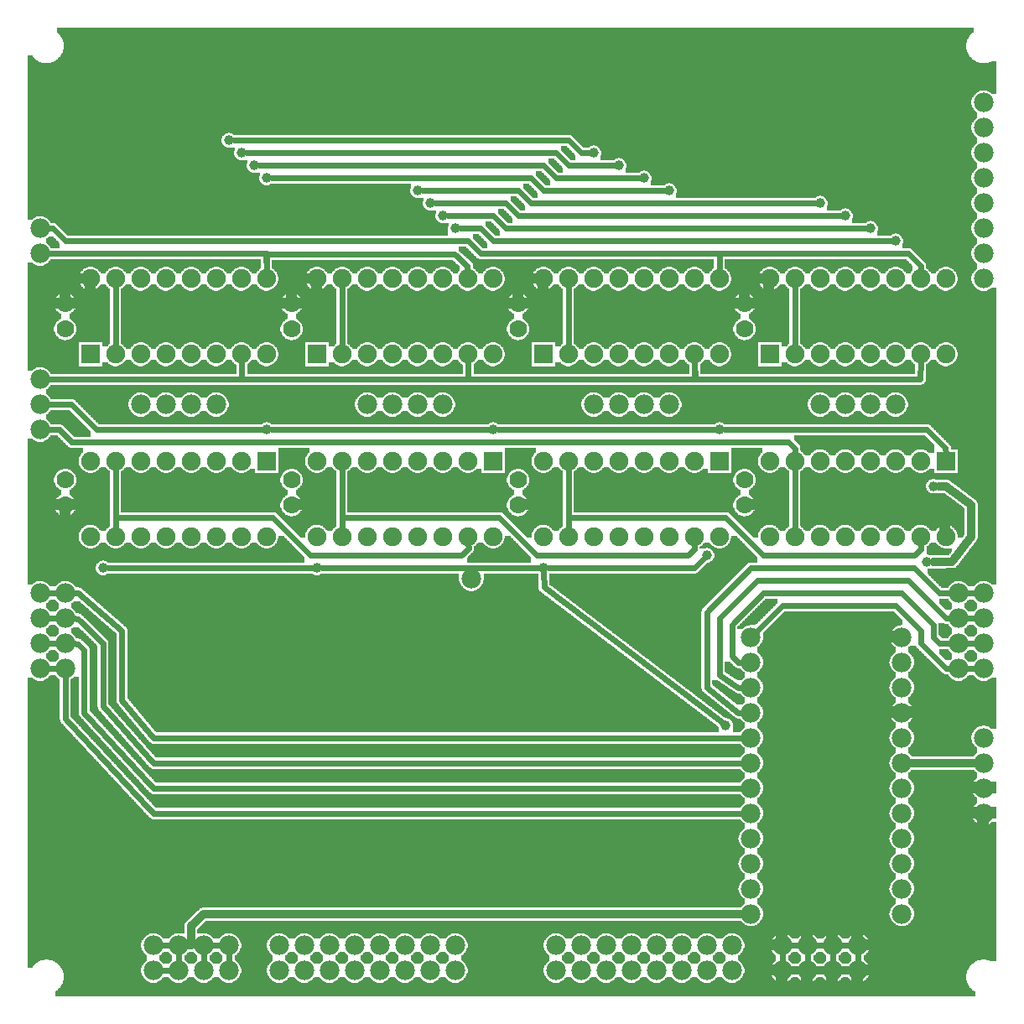
<source format=gtl>
G04 MADE WITH FRITZING*
G04 WWW.FRITZING.ORG*
G04 DOUBLE SIDED*
G04 HOLES PLATED*
G04 CONTOUR ON CENTER OF CONTOUR VECTOR*
%ASAXBY*%
%FSLAX23Y23*%
%MOIN*%
%OFA0B0*%
%SFA1.0B1.0*%
%ADD10C,0.075000*%
%ADD11C,0.039370*%
%ADD12C,0.078000*%
%ADD13C,0.070000*%
%ADD14R,0.075000X0.075000*%
%ADD15C,0.032000*%
%ADD16C,0.024000*%
%LNCOPPER1*%
G90*
G70*
G54D10*
X109Y2895D03*
X1189Y2778D03*
X2089Y2778D03*
X2989Y2778D03*
X111Y2187D03*
X491Y2058D03*
X1391Y2058D03*
X2291Y2058D03*
X250Y3834D03*
X2796Y1741D03*
X3617Y1227D03*
X3066Y1491D03*
G54D11*
X3616Y1770D03*
G54D12*
X1805Y1701D03*
X2141Y145D03*
X2241Y145D03*
X2341Y145D03*
X2441Y145D03*
X2541Y145D03*
X2641Y145D03*
X2741Y145D03*
X2841Y145D03*
X1041Y145D03*
X1141Y145D03*
X1241Y145D03*
X1341Y145D03*
X1441Y145D03*
X1541Y145D03*
X1641Y145D03*
X1741Y145D03*
X2141Y245D03*
X2241Y245D03*
X2341Y245D03*
X2441Y245D03*
X2541Y245D03*
X2641Y245D03*
X2741Y245D03*
X2841Y245D03*
X1041Y245D03*
X1141Y245D03*
X1241Y245D03*
X1341Y245D03*
X1441Y245D03*
X1541Y245D03*
X1641Y245D03*
X1741Y245D03*
G54D11*
X2816Y1120D03*
X3641Y2070D03*
G54D12*
X3191Y2395D03*
X3291Y2395D03*
X3391Y2395D03*
X3491Y2395D03*
X2291Y2395D03*
X2391Y2395D03*
X2491Y2395D03*
X2591Y2395D03*
X1391Y2395D03*
X1491Y2395D03*
X1591Y2395D03*
X1691Y2395D03*
X491Y2395D03*
X591Y2395D03*
X691Y2395D03*
X791Y2395D03*
G54D11*
X991Y2295D03*
X1891Y2295D03*
X2791Y2295D03*
X1191Y1745D03*
X2091Y1745D03*
X2741Y1795D03*
X341Y1745D03*
X3491Y3045D03*
X3391Y3095D03*
X3291Y3145D03*
X3191Y3195D03*
X2591Y3245D03*
X2491Y3295D03*
X2391Y3345D03*
X2291Y3395D03*
X1741Y3095D03*
X1691Y3145D03*
X1641Y3195D03*
X1591Y3245D03*
X991Y3295D03*
X941Y3345D03*
X891Y3395D03*
X841Y3445D03*
G54D13*
X2891Y1995D03*
X2891Y2095D03*
X1091Y1995D03*
X1091Y2095D03*
X1991Y1995D03*
X1991Y2095D03*
X191Y1995D03*
X191Y2095D03*
X2891Y2695D03*
X2891Y2795D03*
X1991Y2695D03*
X1991Y2795D03*
X1091Y2695D03*
X1091Y2795D03*
X191Y2695D03*
X191Y2795D03*
G54D12*
X541Y145D03*
X641Y145D03*
X741Y145D03*
X841Y145D03*
X541Y245D03*
X641Y245D03*
X741Y245D03*
X841Y245D03*
X3041Y245D03*
X3141Y245D03*
X3241Y245D03*
X3341Y245D03*
X3041Y145D03*
X3141Y145D03*
X3241Y145D03*
X3341Y145D03*
X3841Y3595D03*
X3841Y3495D03*
X3841Y3395D03*
X3841Y3295D03*
X3841Y3195D03*
X3841Y3095D03*
X3841Y2995D03*
X3841Y2895D03*
G54D10*
X2091Y2595D03*
X2091Y2895D03*
X2191Y2595D03*
X2191Y2895D03*
X2291Y2595D03*
X2291Y2895D03*
X2391Y2595D03*
X2391Y2895D03*
X2491Y2595D03*
X2491Y2895D03*
X2591Y2595D03*
X2591Y2895D03*
X2691Y2595D03*
X2691Y2895D03*
X2791Y2595D03*
X2791Y2895D03*
X2991Y2595D03*
X2991Y2895D03*
X3091Y2595D03*
X3091Y2895D03*
X3191Y2595D03*
X3191Y2895D03*
X3291Y2595D03*
X3291Y2895D03*
X3391Y2595D03*
X3391Y2895D03*
X3491Y2595D03*
X3491Y2895D03*
X3591Y2595D03*
X3591Y2895D03*
X3691Y2595D03*
X3691Y2895D03*
X1191Y2595D03*
X1191Y2895D03*
X1291Y2595D03*
X1291Y2895D03*
X1391Y2595D03*
X1391Y2895D03*
X1491Y2595D03*
X1491Y2895D03*
X1591Y2595D03*
X1591Y2895D03*
X1691Y2595D03*
X1691Y2895D03*
X1791Y2595D03*
X1791Y2895D03*
X1891Y2595D03*
X1891Y2895D03*
X291Y2595D03*
X291Y2895D03*
X391Y2595D03*
X391Y2895D03*
X491Y2595D03*
X491Y2895D03*
X591Y2595D03*
X591Y2895D03*
X691Y2595D03*
X691Y2895D03*
X791Y2595D03*
X791Y2895D03*
X891Y2595D03*
X891Y2895D03*
X991Y2595D03*
X991Y2895D03*
G54D12*
X91Y2995D03*
X91Y3095D03*
X91Y2295D03*
X91Y2395D03*
X91Y2495D03*
G54D10*
X3691Y2170D03*
X3691Y1870D03*
X3591Y2170D03*
X3591Y1870D03*
X3491Y2170D03*
X3491Y1870D03*
X3391Y2170D03*
X3391Y1870D03*
X3291Y2170D03*
X3291Y1870D03*
X3191Y2170D03*
X3191Y1870D03*
X3091Y2170D03*
X3091Y1870D03*
X2991Y2170D03*
X2991Y1870D03*
X2791Y2170D03*
X2791Y1870D03*
X2691Y2170D03*
X2691Y1870D03*
X2591Y2170D03*
X2591Y1870D03*
X2491Y2170D03*
X2491Y1870D03*
X2391Y2170D03*
X2391Y1870D03*
X2291Y2170D03*
X2291Y1870D03*
X2191Y2170D03*
X2191Y1870D03*
X2091Y2170D03*
X2091Y1870D03*
X1891Y2170D03*
X1891Y1870D03*
X1791Y2170D03*
X1791Y1870D03*
X1691Y2170D03*
X1691Y1870D03*
X1591Y2170D03*
X1591Y1870D03*
X1491Y2170D03*
X1491Y1870D03*
X1391Y2170D03*
X1391Y1870D03*
X1291Y2170D03*
X1291Y1870D03*
X1191Y2170D03*
X1191Y1870D03*
X991Y2170D03*
X991Y1870D03*
X891Y2170D03*
X891Y1870D03*
X791Y2170D03*
X791Y1870D03*
X691Y2170D03*
X691Y1870D03*
X591Y2170D03*
X591Y1870D03*
X491Y2170D03*
X491Y1870D03*
X391Y2170D03*
X391Y1870D03*
X291Y2170D03*
X291Y1870D03*
G54D12*
X3516Y370D03*
X3516Y470D03*
X3516Y570D03*
X3516Y670D03*
X3516Y770D03*
X3516Y870D03*
X3516Y970D03*
X3516Y1070D03*
X3516Y1170D03*
X3516Y1270D03*
X3516Y1370D03*
X3516Y1470D03*
X2916Y370D03*
X2916Y470D03*
X2916Y570D03*
X2916Y670D03*
X2916Y770D03*
X2916Y870D03*
X2916Y970D03*
X2916Y1070D03*
X2916Y1170D03*
X2916Y1270D03*
X2916Y1370D03*
X2916Y1470D03*
X3841Y1645D03*
X3841Y1545D03*
X3841Y1445D03*
X3841Y1345D03*
X91Y1645D03*
X91Y1545D03*
X91Y1445D03*
X91Y1345D03*
X3741Y1645D03*
X3741Y1545D03*
X3741Y1445D03*
X3741Y1345D03*
X191Y1645D03*
X191Y1545D03*
X191Y1445D03*
X191Y1345D03*
X3841Y1070D03*
X3841Y970D03*
X3841Y870D03*
X3841Y770D03*
G54D14*
X2091Y2595D03*
X2991Y2595D03*
X1191Y2595D03*
X291Y2595D03*
X3691Y2170D03*
X2791Y2170D03*
X1891Y2170D03*
X991Y2170D03*
G54D15*
X3692Y2070D02*
X3665Y2070D01*
D02*
X3716Y1770D02*
X3792Y1870D01*
D02*
X3792Y1870D02*
X3792Y1995D01*
D02*
X3792Y1995D02*
X3692Y2070D01*
D02*
X3640Y1770D02*
X3716Y1770D01*
G54D16*
D02*
X1792Y1744D02*
X1210Y1745D01*
D02*
X1796Y1730D02*
X1792Y1744D01*
D02*
X541Y970D02*
X341Y1195D01*
D02*
X341Y1195D02*
X341Y1445D01*
D02*
X341Y1445D02*
X241Y1543D01*
D02*
X241Y1543D02*
X221Y1544D01*
D02*
X541Y870D02*
X266Y1170D01*
D02*
X266Y1170D02*
X266Y1420D01*
D02*
X266Y1420D02*
X241Y1443D01*
D02*
X241Y1443D02*
X221Y1444D01*
D02*
X541Y770D02*
X191Y1145D01*
D02*
X191Y1145D02*
X191Y1315D01*
D02*
X2886Y970D02*
X541Y970D01*
D02*
X2886Y870D02*
X541Y870D01*
D02*
X2886Y770D02*
X541Y770D01*
D02*
X3665Y1644D02*
X3711Y1644D01*
D02*
X3565Y1744D02*
X3665Y1644D01*
D02*
X3641Y1520D02*
X3641Y1469D01*
D02*
X3641Y1469D02*
X3666Y1444D01*
D02*
X3692Y1345D02*
X3711Y1345D01*
D02*
X3592Y1444D02*
X3692Y1345D01*
D02*
X2741Y1270D02*
X2741Y1570D01*
D02*
X2866Y1170D02*
X2741Y1270D01*
D02*
X2741Y1570D02*
X2916Y1745D01*
D02*
X2791Y1320D02*
X2866Y1270D01*
D02*
X2791Y1545D02*
X2791Y1320D01*
D02*
X2841Y1395D02*
X2841Y1520D01*
D02*
X2841Y1520D02*
X2966Y1645D01*
D02*
X3492Y1595D02*
X3592Y1495D01*
D02*
X3515Y1645D02*
X3641Y1520D01*
D02*
X3541Y1695D02*
X2941Y1695D01*
D02*
X3692Y1545D02*
X3541Y1695D01*
D02*
X3666Y1444D02*
X3711Y1444D01*
D02*
X3592Y1495D02*
X3592Y1444D01*
D02*
X541Y1070D02*
X416Y1220D01*
D02*
X416Y1220D02*
X416Y1495D01*
D02*
X416Y1495D02*
X241Y1646D01*
D02*
X241Y1646D02*
X221Y1646D01*
D02*
X161Y1445D02*
X121Y1445D01*
D02*
X161Y1545D02*
X121Y1545D01*
D02*
X161Y1645D02*
X121Y1645D01*
D02*
X2916Y1745D02*
X3565Y1744D01*
D02*
X2886Y1170D02*
X2866Y1170D01*
D02*
X2866Y1270D02*
X2886Y1270D01*
D02*
X2941Y1695D02*
X2791Y1545D01*
D02*
X3711Y1545D02*
X3692Y1545D01*
D02*
X2966Y1645D02*
X3515Y1645D01*
D02*
X2866Y1370D02*
X2841Y1395D01*
D02*
X2886Y1370D02*
X2866Y1370D01*
D02*
X3041Y1595D02*
X3492Y1595D01*
D02*
X2937Y1491D02*
X3041Y1595D01*
D02*
X2886Y1070D02*
X541Y1070D01*
D02*
X3811Y1645D02*
X3771Y1645D01*
D02*
X2093Y1669D02*
X2801Y1131D01*
D02*
X2091Y1726D02*
X2093Y1669D01*
D02*
X161Y1345D02*
X121Y1345D01*
D02*
X3811Y1345D02*
X3771Y1345D01*
D02*
X3811Y1445D02*
X3771Y1445D01*
D02*
X3811Y1545D02*
X3771Y1545D01*
G54D15*
D02*
X691Y321D02*
X741Y369D01*
D02*
X691Y245D02*
X691Y321D01*
D02*
X3176Y145D02*
X3205Y145D01*
D02*
X3105Y145D02*
X3076Y145D01*
G54D16*
D02*
X671Y245D02*
X711Y245D01*
D02*
X611Y245D02*
X571Y245D01*
D02*
X771Y245D02*
X811Y245D01*
G54D15*
D02*
X741Y369D02*
X2880Y370D01*
D02*
X676Y245D02*
X691Y245D01*
G54D16*
D02*
X741Y175D02*
X741Y215D01*
D02*
X641Y175D02*
X641Y215D01*
D02*
X3311Y245D02*
X3071Y245D01*
D02*
X3341Y175D02*
X3341Y215D01*
D02*
X3241Y175D02*
X3241Y215D01*
D02*
X3141Y175D02*
X3141Y215D01*
D02*
X3041Y175D02*
X3041Y215D01*
G54D15*
D02*
X3276Y145D02*
X3305Y145D01*
G54D16*
D02*
X841Y175D02*
X841Y215D01*
D02*
X2191Y2623D02*
X2191Y2866D01*
D02*
X3091Y2623D02*
X3091Y2866D01*
D02*
X215Y2395D02*
X121Y2395D01*
D02*
X315Y2295D02*
X215Y2395D01*
D02*
X972Y2295D02*
X315Y2295D01*
D02*
X3565Y1794D02*
X3592Y1819D01*
D02*
X3592Y1819D02*
X3591Y1841D01*
D02*
X2965Y1794D02*
X3565Y1794D01*
D02*
X2816Y1945D02*
X2965Y1794D01*
D02*
X2065Y1794D02*
X2665Y1794D01*
D02*
X2665Y1794D02*
X2690Y1819D01*
D02*
X2690Y1819D02*
X2690Y1841D01*
D02*
X1916Y1945D02*
X2065Y1794D01*
D02*
X1292Y1945D02*
X1916Y1945D01*
D02*
X1291Y1898D02*
X1292Y1945D01*
D02*
X2190Y1945D02*
X2816Y1945D01*
D02*
X2190Y1898D02*
X2190Y1945D01*
D02*
X3091Y2141D02*
X3091Y1898D01*
D02*
X2191Y2141D02*
X2191Y1898D01*
D02*
X1291Y2141D02*
X1291Y1898D01*
D02*
X391Y1898D02*
X391Y2141D01*
D02*
X3615Y2295D02*
X3689Y2221D01*
D02*
X2810Y2295D02*
X3615Y2295D01*
D02*
X1910Y2295D02*
X2772Y2295D01*
D02*
X1010Y2295D02*
X1872Y2295D01*
D02*
X1165Y1794D02*
X1765Y1794D01*
D02*
X1016Y1945D02*
X1165Y1794D01*
D02*
X1793Y1821D02*
X1792Y1841D01*
D02*
X392Y1945D02*
X1016Y1945D01*
D02*
X1765Y1794D02*
X1793Y1821D01*
D02*
X391Y1898D02*
X392Y1945D01*
D02*
X2691Y1745D02*
X2727Y1781D01*
D02*
X2110Y1745D02*
X2691Y1745D01*
D02*
X1210Y1745D02*
X2072Y1745D01*
D02*
X1172Y1745D02*
X360Y1745D01*
D02*
X167Y2295D02*
X121Y2295D01*
D02*
X216Y2245D02*
X167Y2295D01*
D02*
X3066Y2245D02*
X216Y2245D01*
D02*
X3091Y2220D02*
X3066Y2245D01*
D02*
X3091Y2198D02*
X3091Y2220D01*
D02*
X3689Y2221D02*
X3690Y2198D01*
D02*
X2091Y3345D02*
X2141Y3295D01*
D02*
X2141Y3295D02*
X2472Y3295D01*
D02*
X2041Y3295D02*
X1010Y3295D01*
D02*
X2091Y3245D02*
X2041Y3295D01*
D02*
X2041Y3195D02*
X1991Y3245D01*
D02*
X1991Y3245D02*
X1610Y3245D01*
D02*
X1991Y3145D02*
X1941Y3195D01*
D02*
X1941Y3195D02*
X1660Y3195D01*
D02*
X1941Y3095D02*
X1891Y3145D01*
D02*
X1891Y3145D02*
X1710Y3145D01*
D02*
X1841Y3095D02*
X1760Y3095D01*
D02*
X1891Y3045D02*
X1841Y3095D01*
D02*
X960Y3345D02*
X2091Y3345D01*
D02*
X2572Y3245D02*
X2091Y3245D01*
D02*
X3172Y3195D02*
X2041Y3195D01*
D02*
X3272Y3145D02*
X1991Y3145D01*
D02*
X3372Y3095D02*
X1941Y3095D01*
D02*
X3472Y3045D02*
X1891Y3045D01*
D02*
X2241Y3395D02*
X2191Y3445D01*
D02*
X2191Y3445D02*
X860Y3445D01*
D02*
X2141Y3395D02*
X2191Y3345D01*
D02*
X2191Y3345D02*
X2372Y3345D01*
D02*
X2272Y3395D02*
X2241Y3395D01*
D02*
X910Y3395D02*
X2141Y3395D01*
D02*
X3541Y2995D02*
X3591Y2945D01*
D02*
X2791Y2995D02*
X3541Y2995D01*
D02*
X2791Y2923D02*
X2791Y2995D01*
D02*
X989Y2991D02*
X1737Y2991D01*
D02*
X1737Y2991D02*
X1789Y2947D01*
D02*
X1789Y2947D02*
X1790Y2923D01*
D02*
X990Y2923D02*
X989Y2991D01*
D02*
X2693Y2495D02*
X3589Y2495D01*
D02*
X191Y3045D02*
X1791Y3045D01*
D02*
X141Y3095D02*
X191Y3045D01*
D02*
X1791Y3045D02*
X1841Y2995D01*
D02*
X1841Y2995D02*
X2791Y2995D01*
D02*
X2791Y2995D02*
X2791Y2923D01*
D02*
X121Y3095D02*
X141Y3095D01*
D02*
X991Y2995D02*
X121Y2995D01*
D02*
X991Y2923D02*
X991Y2995D01*
D02*
X3591Y2945D02*
X3591Y2923D01*
D02*
X892Y2495D02*
X121Y2495D01*
D02*
X892Y2495D02*
X891Y2566D01*
D02*
X1792Y2495D02*
X892Y2495D01*
D02*
X1791Y2566D02*
X1792Y2495D01*
D02*
X891Y2566D02*
X892Y2495D01*
D02*
X1792Y2495D02*
X1791Y2566D01*
D02*
X2692Y2495D02*
X1792Y2495D01*
D02*
X2691Y2566D02*
X2692Y2495D01*
D02*
X3589Y2495D02*
X3590Y2566D01*
D02*
X2691Y2566D02*
X2693Y2495D01*
D02*
X391Y2623D02*
X391Y2866D01*
D02*
X1291Y2623D02*
X1291Y2866D01*
G54D15*
D02*
X3811Y970D02*
X3546Y970D01*
G54D16*
D02*
X611Y145D02*
X571Y145D01*
G36*
X2162Y3423D02*
X2162Y3403D01*
X2164Y3403D01*
X2164Y3401D01*
X2166Y3401D01*
X2166Y3399D01*
X2168Y3399D01*
X2168Y3397D01*
X2170Y3397D01*
X2170Y3395D01*
X2172Y3395D01*
X2172Y3393D01*
X2174Y3393D01*
X2174Y3391D01*
X2176Y3391D01*
X2176Y3389D01*
X2178Y3389D01*
X2178Y3387D01*
X2180Y3387D01*
X2180Y3385D01*
X2182Y3385D01*
X2182Y3383D01*
X2184Y3383D01*
X2184Y3381D01*
X2186Y3381D01*
X2186Y3379D01*
X2188Y3379D01*
X2188Y3377D01*
X2190Y3377D01*
X2190Y3375D01*
X2192Y3375D01*
X2192Y3373D01*
X2194Y3373D01*
X2194Y3371D01*
X2196Y3371D01*
X2196Y3369D01*
X2198Y3369D01*
X2198Y3367D01*
X2218Y3367D01*
X2218Y3387D01*
X2216Y3387D01*
X2216Y3389D01*
X2214Y3389D01*
X2214Y3391D01*
X2212Y3391D01*
X2212Y3393D01*
X2210Y3393D01*
X2210Y3395D01*
X2208Y3395D01*
X2208Y3397D01*
X2206Y3397D01*
X2206Y3399D01*
X2204Y3399D01*
X2204Y3401D01*
X2202Y3401D01*
X2202Y3403D01*
X2200Y3403D01*
X2200Y3405D01*
X2198Y3405D01*
X2198Y3407D01*
X2196Y3407D01*
X2196Y3409D01*
X2194Y3409D01*
X2194Y3411D01*
X2192Y3411D01*
X2192Y3413D01*
X2190Y3413D01*
X2190Y3415D01*
X2188Y3415D01*
X2188Y3417D01*
X2186Y3417D01*
X2186Y3419D01*
X2184Y3419D01*
X2184Y3421D01*
X2182Y3421D01*
X2182Y3423D01*
X2162Y3423D01*
G37*
D02*
G36*
X2112Y3373D02*
X2112Y3353D01*
X2114Y3353D01*
X2114Y3351D01*
X2116Y3351D01*
X2116Y3349D01*
X2118Y3349D01*
X2118Y3347D01*
X2120Y3347D01*
X2120Y3345D01*
X2122Y3345D01*
X2122Y3343D01*
X2124Y3343D01*
X2124Y3341D01*
X2126Y3341D01*
X2126Y3339D01*
X2128Y3339D01*
X2128Y3337D01*
X2130Y3337D01*
X2130Y3335D01*
X2132Y3335D01*
X2132Y3333D01*
X2134Y3333D01*
X2134Y3331D01*
X2136Y3331D01*
X2136Y3329D01*
X2138Y3329D01*
X2138Y3327D01*
X2140Y3327D01*
X2140Y3325D01*
X2142Y3325D01*
X2142Y3323D01*
X2144Y3323D01*
X2144Y3321D01*
X2146Y3321D01*
X2146Y3319D01*
X2148Y3319D01*
X2148Y3317D01*
X2168Y3317D01*
X2168Y3337D01*
X2166Y3337D01*
X2166Y3339D01*
X2164Y3339D01*
X2164Y3341D01*
X2162Y3341D01*
X2162Y3343D01*
X2160Y3343D01*
X2160Y3345D01*
X2158Y3345D01*
X2158Y3347D01*
X2156Y3347D01*
X2156Y3349D01*
X2154Y3349D01*
X2154Y3351D01*
X2152Y3351D01*
X2152Y3353D01*
X2150Y3353D01*
X2150Y3355D01*
X2148Y3355D01*
X2148Y3357D01*
X2146Y3357D01*
X2146Y3359D01*
X2144Y3359D01*
X2144Y3361D01*
X2142Y3361D01*
X2142Y3363D01*
X2140Y3363D01*
X2140Y3365D01*
X2138Y3365D01*
X2138Y3367D01*
X2136Y3367D01*
X2136Y3369D01*
X2134Y3369D01*
X2134Y3371D01*
X2132Y3371D01*
X2132Y3373D01*
X2112Y3373D01*
G37*
D02*
G36*
X2062Y3323D02*
X2062Y3303D01*
X2064Y3303D01*
X2064Y3301D01*
X2066Y3301D01*
X2066Y3299D01*
X2068Y3299D01*
X2068Y3297D01*
X2070Y3297D01*
X2070Y3295D01*
X2072Y3295D01*
X2072Y3293D01*
X2074Y3293D01*
X2074Y3291D01*
X2076Y3291D01*
X2076Y3289D01*
X2078Y3289D01*
X2078Y3287D01*
X2080Y3287D01*
X2080Y3285D01*
X2082Y3285D01*
X2082Y3283D01*
X2084Y3283D01*
X2084Y3281D01*
X2086Y3281D01*
X2086Y3279D01*
X2088Y3279D01*
X2088Y3277D01*
X2090Y3277D01*
X2090Y3275D01*
X2092Y3275D01*
X2092Y3273D01*
X2094Y3273D01*
X2094Y3271D01*
X2096Y3271D01*
X2096Y3269D01*
X2098Y3269D01*
X2098Y3267D01*
X2118Y3267D01*
X2118Y3287D01*
X2116Y3287D01*
X2116Y3289D01*
X2114Y3289D01*
X2114Y3291D01*
X2112Y3291D01*
X2112Y3293D01*
X2110Y3293D01*
X2110Y3295D01*
X2108Y3295D01*
X2108Y3297D01*
X2106Y3297D01*
X2106Y3299D01*
X2104Y3299D01*
X2104Y3301D01*
X2102Y3301D01*
X2102Y3303D01*
X2100Y3303D01*
X2100Y3305D01*
X2098Y3305D01*
X2098Y3307D01*
X2096Y3307D01*
X2096Y3309D01*
X2094Y3309D01*
X2094Y3311D01*
X2092Y3311D01*
X2092Y3313D01*
X2090Y3313D01*
X2090Y3315D01*
X2088Y3315D01*
X2088Y3317D01*
X2086Y3317D01*
X2086Y3319D01*
X2084Y3319D01*
X2084Y3321D01*
X2082Y3321D01*
X2082Y3323D01*
X2062Y3323D01*
G37*
D02*
G36*
X2012Y3273D02*
X2012Y3253D01*
X2014Y3253D01*
X2014Y3251D01*
X2016Y3251D01*
X2016Y3249D01*
X2018Y3249D01*
X2018Y3247D01*
X2020Y3247D01*
X2020Y3245D01*
X2022Y3245D01*
X2022Y3243D01*
X2024Y3243D01*
X2024Y3241D01*
X2026Y3241D01*
X2026Y3239D01*
X2028Y3239D01*
X2028Y3237D01*
X2030Y3237D01*
X2030Y3235D01*
X2032Y3235D01*
X2032Y3233D01*
X2034Y3233D01*
X2034Y3231D01*
X2036Y3231D01*
X2036Y3229D01*
X2038Y3229D01*
X2038Y3227D01*
X2040Y3227D01*
X2040Y3225D01*
X2042Y3225D01*
X2042Y3223D01*
X2044Y3223D01*
X2044Y3221D01*
X2046Y3221D01*
X2046Y3219D01*
X2048Y3219D01*
X2048Y3217D01*
X2068Y3217D01*
X2068Y3237D01*
X2066Y3237D01*
X2066Y3239D01*
X2064Y3239D01*
X2064Y3241D01*
X2062Y3241D01*
X2062Y3243D01*
X2060Y3243D01*
X2060Y3245D01*
X2058Y3245D01*
X2058Y3247D01*
X2056Y3247D01*
X2056Y3249D01*
X2054Y3249D01*
X2054Y3251D01*
X2052Y3251D01*
X2052Y3253D01*
X2050Y3253D01*
X2050Y3255D01*
X2048Y3255D01*
X2048Y3257D01*
X2046Y3257D01*
X2046Y3259D01*
X2044Y3259D01*
X2044Y3261D01*
X2042Y3261D01*
X2042Y3263D01*
X2040Y3263D01*
X2040Y3265D01*
X2038Y3265D01*
X2038Y3267D01*
X2036Y3267D01*
X2036Y3269D01*
X2034Y3269D01*
X2034Y3271D01*
X2032Y3271D01*
X2032Y3273D01*
X2012Y3273D01*
G37*
D02*
G36*
X1962Y3223D02*
X1962Y3203D01*
X1964Y3203D01*
X1964Y3201D01*
X1966Y3201D01*
X1966Y3199D01*
X1968Y3199D01*
X1968Y3197D01*
X1970Y3197D01*
X1970Y3195D01*
X1972Y3195D01*
X1972Y3193D01*
X1974Y3193D01*
X1974Y3191D01*
X1976Y3191D01*
X1976Y3189D01*
X1978Y3189D01*
X1978Y3187D01*
X1980Y3187D01*
X1980Y3185D01*
X1982Y3185D01*
X1982Y3183D01*
X1984Y3183D01*
X1984Y3181D01*
X1986Y3181D01*
X1986Y3179D01*
X1988Y3179D01*
X1988Y3177D01*
X1990Y3177D01*
X1990Y3175D01*
X1992Y3175D01*
X1992Y3173D01*
X1994Y3173D01*
X1994Y3171D01*
X1996Y3171D01*
X1996Y3169D01*
X1998Y3169D01*
X1998Y3167D01*
X2018Y3167D01*
X2018Y3187D01*
X2016Y3187D01*
X2016Y3189D01*
X2014Y3189D01*
X2014Y3191D01*
X2012Y3191D01*
X2012Y3193D01*
X2010Y3193D01*
X2010Y3195D01*
X2008Y3195D01*
X2008Y3197D01*
X2006Y3197D01*
X2006Y3199D01*
X2004Y3199D01*
X2004Y3201D01*
X2002Y3201D01*
X2002Y3203D01*
X2000Y3203D01*
X2000Y3205D01*
X1998Y3205D01*
X1998Y3207D01*
X1996Y3207D01*
X1996Y3209D01*
X1994Y3209D01*
X1994Y3211D01*
X1992Y3211D01*
X1992Y3213D01*
X1990Y3213D01*
X1990Y3215D01*
X1988Y3215D01*
X1988Y3217D01*
X1986Y3217D01*
X1986Y3219D01*
X1984Y3219D01*
X1984Y3221D01*
X1982Y3221D01*
X1982Y3223D01*
X1962Y3223D01*
G37*
D02*
G36*
X1912Y3173D02*
X1912Y3153D01*
X1914Y3153D01*
X1914Y3151D01*
X1916Y3151D01*
X1916Y3149D01*
X1918Y3149D01*
X1918Y3147D01*
X1920Y3147D01*
X1920Y3145D01*
X1922Y3145D01*
X1922Y3143D01*
X1924Y3143D01*
X1924Y3141D01*
X1926Y3141D01*
X1926Y3139D01*
X1928Y3139D01*
X1928Y3137D01*
X1930Y3137D01*
X1930Y3135D01*
X1932Y3135D01*
X1932Y3133D01*
X1934Y3133D01*
X1934Y3131D01*
X1936Y3131D01*
X1936Y3129D01*
X1938Y3129D01*
X1938Y3127D01*
X1940Y3127D01*
X1940Y3125D01*
X1942Y3125D01*
X1942Y3123D01*
X1944Y3123D01*
X1944Y3121D01*
X1946Y3121D01*
X1946Y3119D01*
X1948Y3119D01*
X1948Y3117D01*
X1968Y3117D01*
X1968Y3137D01*
X1966Y3137D01*
X1966Y3139D01*
X1964Y3139D01*
X1964Y3141D01*
X1962Y3141D01*
X1962Y3143D01*
X1960Y3143D01*
X1960Y3145D01*
X1958Y3145D01*
X1958Y3147D01*
X1956Y3147D01*
X1956Y3149D01*
X1954Y3149D01*
X1954Y3151D01*
X1952Y3151D01*
X1952Y3153D01*
X1950Y3153D01*
X1950Y3155D01*
X1948Y3155D01*
X1948Y3157D01*
X1946Y3157D01*
X1946Y3159D01*
X1944Y3159D01*
X1944Y3161D01*
X1942Y3161D01*
X1942Y3163D01*
X1940Y3163D01*
X1940Y3165D01*
X1938Y3165D01*
X1938Y3167D01*
X1936Y3167D01*
X1936Y3169D01*
X1934Y3169D01*
X1934Y3171D01*
X1932Y3171D01*
X1932Y3173D01*
X1912Y3173D01*
G37*
D02*
G36*
X1862Y3123D02*
X1862Y3103D01*
X1864Y3103D01*
X1864Y3101D01*
X1866Y3101D01*
X1866Y3099D01*
X1868Y3099D01*
X1868Y3097D01*
X1870Y3097D01*
X1870Y3095D01*
X1872Y3095D01*
X1872Y3093D01*
X1874Y3093D01*
X1874Y3091D01*
X1876Y3091D01*
X1876Y3089D01*
X1878Y3089D01*
X1878Y3087D01*
X1880Y3087D01*
X1880Y3085D01*
X1882Y3085D01*
X1882Y3083D01*
X1884Y3083D01*
X1884Y3081D01*
X1886Y3081D01*
X1886Y3079D01*
X1888Y3079D01*
X1888Y3077D01*
X1890Y3077D01*
X1890Y3075D01*
X1892Y3075D01*
X1892Y3073D01*
X1894Y3073D01*
X1894Y3071D01*
X1896Y3071D01*
X1896Y3069D01*
X1898Y3069D01*
X1898Y3067D01*
X1918Y3067D01*
X1918Y3087D01*
X1916Y3087D01*
X1916Y3089D01*
X1914Y3089D01*
X1914Y3091D01*
X1912Y3091D01*
X1912Y3093D01*
X1910Y3093D01*
X1910Y3095D01*
X1908Y3095D01*
X1908Y3097D01*
X1906Y3097D01*
X1906Y3099D01*
X1904Y3099D01*
X1904Y3101D01*
X1902Y3101D01*
X1902Y3103D01*
X1900Y3103D01*
X1900Y3105D01*
X1898Y3105D01*
X1898Y3107D01*
X1896Y3107D01*
X1896Y3109D01*
X1894Y3109D01*
X1894Y3111D01*
X1892Y3111D01*
X1892Y3113D01*
X1890Y3113D01*
X1890Y3115D01*
X1888Y3115D01*
X1888Y3117D01*
X1886Y3117D01*
X1886Y3119D01*
X1884Y3119D01*
X1884Y3121D01*
X1882Y3121D01*
X1882Y3123D01*
X1862Y3123D01*
G37*
D02*
G36*
X1812Y3073D02*
X1812Y3053D01*
X1814Y3053D01*
X1814Y3051D01*
X1816Y3051D01*
X1816Y3049D01*
X1818Y3049D01*
X1818Y3047D01*
X1820Y3047D01*
X1820Y3045D01*
X1822Y3045D01*
X1822Y3043D01*
X1824Y3043D01*
X1824Y3041D01*
X1826Y3041D01*
X1826Y3039D01*
X1828Y3039D01*
X1828Y3037D01*
X1830Y3037D01*
X1830Y3035D01*
X1832Y3035D01*
X1832Y3033D01*
X1834Y3033D01*
X1834Y3031D01*
X1836Y3031D01*
X1836Y3029D01*
X1838Y3029D01*
X1838Y3027D01*
X1840Y3027D01*
X1840Y3025D01*
X1842Y3025D01*
X1842Y3023D01*
X1844Y3023D01*
X1844Y3021D01*
X1846Y3021D01*
X1846Y3019D01*
X1848Y3019D01*
X1848Y3017D01*
X1868Y3017D01*
X1868Y3037D01*
X1866Y3037D01*
X1866Y3039D01*
X1864Y3039D01*
X1864Y3041D01*
X1862Y3041D01*
X1862Y3043D01*
X1860Y3043D01*
X1860Y3045D01*
X1858Y3045D01*
X1858Y3047D01*
X1856Y3047D01*
X1856Y3049D01*
X1854Y3049D01*
X1854Y3051D01*
X1852Y3051D01*
X1852Y3053D01*
X1850Y3053D01*
X1850Y3055D01*
X1848Y3055D01*
X1848Y3057D01*
X1846Y3057D01*
X1846Y3059D01*
X1844Y3059D01*
X1844Y3061D01*
X1842Y3061D01*
X1842Y3063D01*
X1840Y3063D01*
X1840Y3065D01*
X1838Y3065D01*
X1838Y3067D01*
X1836Y3067D01*
X1836Y3069D01*
X1834Y3069D01*
X1834Y3071D01*
X1832Y3071D01*
X1832Y3073D01*
X1812Y3073D01*
G37*
D02*
G36*
X124Y3061D02*
X124Y3059D01*
X120Y3059D01*
X120Y3057D01*
X118Y3057D01*
X118Y3055D01*
X116Y3055D01*
X116Y3035D01*
X118Y3035D01*
X118Y3033D01*
X120Y3033D01*
X120Y3031D01*
X122Y3031D01*
X122Y3029D01*
X124Y3029D01*
X124Y3027D01*
X126Y3027D01*
X126Y3025D01*
X128Y3025D01*
X128Y3023D01*
X130Y3023D01*
X130Y3021D01*
X132Y3021D01*
X132Y3017D01*
X168Y3017D01*
X168Y3037D01*
X166Y3037D01*
X166Y3039D01*
X164Y3039D01*
X164Y3041D01*
X162Y3041D01*
X162Y3043D01*
X160Y3043D01*
X160Y3045D01*
X158Y3045D01*
X158Y3047D01*
X156Y3047D01*
X156Y3049D01*
X154Y3049D01*
X154Y3051D01*
X152Y3051D01*
X152Y3053D01*
X150Y3053D01*
X150Y3055D01*
X148Y3055D01*
X148Y3057D01*
X146Y3057D01*
X146Y3059D01*
X144Y3059D01*
X144Y3061D01*
X124Y3061D01*
G37*
D02*
G36*
X132Y2973D02*
X132Y2969D01*
X130Y2969D01*
X130Y2967D01*
X128Y2967D01*
X128Y2965D01*
X126Y2965D01*
X126Y2961D01*
X124Y2961D01*
X124Y2959D01*
X120Y2959D01*
X120Y2957D01*
X118Y2957D01*
X118Y2955D01*
X116Y2955D01*
X116Y2953D01*
X112Y2953D01*
X112Y2951D01*
X108Y2951D01*
X108Y2949D01*
X104Y2949D01*
X104Y2947D01*
X96Y2947D01*
X96Y2945D01*
X968Y2945D01*
X968Y2973D01*
X132Y2973D01*
G37*
D02*
G36*
X40Y2959D02*
X40Y2945D01*
X86Y2945D01*
X86Y2947D01*
X78Y2947D01*
X78Y2949D01*
X72Y2949D01*
X72Y2951D01*
X70Y2951D01*
X70Y2953D01*
X66Y2953D01*
X66Y2955D01*
X64Y2955D01*
X64Y2957D01*
X60Y2957D01*
X60Y2959D01*
X40Y2959D01*
G37*
D02*
G36*
X40Y2945D02*
X40Y2943D01*
X968Y2943D01*
X968Y2945D01*
X40Y2945D01*
G37*
D02*
G36*
X40Y2945D02*
X40Y2943D01*
X968Y2943D01*
X968Y2945D01*
X40Y2945D01*
G37*
D02*
G36*
X40Y2943D02*
X40Y2847D01*
X282Y2847D01*
X282Y2849D01*
X276Y2849D01*
X276Y2851D01*
X272Y2851D01*
X272Y2853D01*
X268Y2853D01*
X268Y2855D01*
X266Y2855D01*
X266Y2857D01*
X262Y2857D01*
X262Y2859D01*
X260Y2859D01*
X260Y2861D01*
X258Y2861D01*
X258Y2863D01*
X256Y2863D01*
X256Y2865D01*
X254Y2865D01*
X254Y2869D01*
X252Y2869D01*
X252Y2871D01*
X250Y2871D01*
X250Y2875D01*
X248Y2875D01*
X248Y2879D01*
X246Y2879D01*
X246Y2883D01*
X244Y2883D01*
X244Y2905D01*
X246Y2905D01*
X246Y2911D01*
X248Y2911D01*
X248Y2915D01*
X250Y2915D01*
X250Y2919D01*
X252Y2919D01*
X252Y2921D01*
X254Y2921D01*
X254Y2923D01*
X256Y2923D01*
X256Y2925D01*
X258Y2925D01*
X258Y2927D01*
X260Y2927D01*
X260Y2929D01*
X262Y2929D01*
X262Y2931D01*
X264Y2931D01*
X264Y2933D01*
X266Y2933D01*
X266Y2935D01*
X270Y2935D01*
X270Y2937D01*
X274Y2937D01*
X274Y2939D01*
X280Y2939D01*
X280Y2941D01*
X290Y2941D01*
X290Y2943D01*
X40Y2943D01*
G37*
D02*
G36*
X292Y2943D02*
X292Y2941D01*
X302Y2941D01*
X302Y2939D01*
X308Y2939D01*
X308Y2937D01*
X312Y2937D01*
X312Y2935D01*
X314Y2935D01*
X314Y2933D01*
X318Y2933D01*
X318Y2931D01*
X320Y2931D01*
X320Y2929D01*
X322Y2929D01*
X322Y2927D01*
X324Y2927D01*
X324Y2925D01*
X326Y2925D01*
X326Y2923D01*
X328Y2923D01*
X328Y2921D01*
X330Y2921D01*
X330Y2917D01*
X350Y2917D01*
X350Y2919D01*
X352Y2919D01*
X352Y2921D01*
X354Y2921D01*
X354Y2923D01*
X356Y2923D01*
X356Y2925D01*
X358Y2925D01*
X358Y2927D01*
X360Y2927D01*
X360Y2929D01*
X362Y2929D01*
X362Y2931D01*
X364Y2931D01*
X364Y2933D01*
X366Y2933D01*
X366Y2935D01*
X370Y2935D01*
X370Y2937D01*
X374Y2937D01*
X374Y2939D01*
X380Y2939D01*
X380Y2941D01*
X390Y2941D01*
X390Y2943D01*
X292Y2943D01*
G37*
D02*
G36*
X392Y2943D02*
X392Y2941D01*
X402Y2941D01*
X402Y2939D01*
X408Y2939D01*
X408Y2937D01*
X412Y2937D01*
X412Y2935D01*
X414Y2935D01*
X414Y2933D01*
X418Y2933D01*
X418Y2931D01*
X420Y2931D01*
X420Y2929D01*
X422Y2929D01*
X422Y2927D01*
X424Y2927D01*
X424Y2925D01*
X426Y2925D01*
X426Y2923D01*
X428Y2923D01*
X428Y2921D01*
X430Y2921D01*
X430Y2917D01*
X450Y2917D01*
X450Y2919D01*
X452Y2919D01*
X452Y2921D01*
X454Y2921D01*
X454Y2923D01*
X456Y2923D01*
X456Y2925D01*
X458Y2925D01*
X458Y2927D01*
X460Y2927D01*
X460Y2929D01*
X462Y2929D01*
X462Y2931D01*
X464Y2931D01*
X464Y2933D01*
X466Y2933D01*
X466Y2935D01*
X470Y2935D01*
X470Y2937D01*
X474Y2937D01*
X474Y2939D01*
X480Y2939D01*
X480Y2941D01*
X490Y2941D01*
X490Y2943D01*
X392Y2943D01*
G37*
D02*
G36*
X492Y2943D02*
X492Y2941D01*
X502Y2941D01*
X502Y2939D01*
X508Y2939D01*
X508Y2937D01*
X512Y2937D01*
X512Y2935D01*
X514Y2935D01*
X514Y2933D01*
X518Y2933D01*
X518Y2931D01*
X520Y2931D01*
X520Y2929D01*
X522Y2929D01*
X522Y2927D01*
X524Y2927D01*
X524Y2925D01*
X526Y2925D01*
X526Y2923D01*
X528Y2923D01*
X528Y2921D01*
X530Y2921D01*
X530Y2917D01*
X550Y2917D01*
X550Y2919D01*
X552Y2919D01*
X552Y2921D01*
X554Y2921D01*
X554Y2923D01*
X556Y2923D01*
X556Y2925D01*
X558Y2925D01*
X558Y2927D01*
X560Y2927D01*
X560Y2929D01*
X562Y2929D01*
X562Y2931D01*
X564Y2931D01*
X564Y2933D01*
X566Y2933D01*
X566Y2935D01*
X570Y2935D01*
X570Y2937D01*
X574Y2937D01*
X574Y2939D01*
X580Y2939D01*
X580Y2941D01*
X590Y2941D01*
X590Y2943D01*
X492Y2943D01*
G37*
D02*
G36*
X592Y2943D02*
X592Y2941D01*
X602Y2941D01*
X602Y2939D01*
X608Y2939D01*
X608Y2937D01*
X612Y2937D01*
X612Y2935D01*
X614Y2935D01*
X614Y2933D01*
X618Y2933D01*
X618Y2931D01*
X620Y2931D01*
X620Y2929D01*
X622Y2929D01*
X622Y2927D01*
X624Y2927D01*
X624Y2925D01*
X626Y2925D01*
X626Y2923D01*
X628Y2923D01*
X628Y2921D01*
X630Y2921D01*
X630Y2917D01*
X650Y2917D01*
X650Y2919D01*
X652Y2919D01*
X652Y2921D01*
X654Y2921D01*
X654Y2923D01*
X656Y2923D01*
X656Y2925D01*
X658Y2925D01*
X658Y2927D01*
X660Y2927D01*
X660Y2929D01*
X662Y2929D01*
X662Y2931D01*
X664Y2931D01*
X664Y2933D01*
X666Y2933D01*
X666Y2935D01*
X670Y2935D01*
X670Y2937D01*
X674Y2937D01*
X674Y2939D01*
X680Y2939D01*
X680Y2941D01*
X690Y2941D01*
X690Y2943D01*
X592Y2943D01*
G37*
D02*
G36*
X692Y2943D02*
X692Y2941D01*
X702Y2941D01*
X702Y2939D01*
X708Y2939D01*
X708Y2937D01*
X712Y2937D01*
X712Y2935D01*
X714Y2935D01*
X714Y2933D01*
X718Y2933D01*
X718Y2931D01*
X720Y2931D01*
X720Y2929D01*
X722Y2929D01*
X722Y2927D01*
X724Y2927D01*
X724Y2925D01*
X726Y2925D01*
X726Y2923D01*
X728Y2923D01*
X728Y2921D01*
X730Y2921D01*
X730Y2917D01*
X750Y2917D01*
X750Y2919D01*
X752Y2919D01*
X752Y2921D01*
X754Y2921D01*
X754Y2923D01*
X756Y2923D01*
X756Y2925D01*
X758Y2925D01*
X758Y2927D01*
X760Y2927D01*
X760Y2929D01*
X762Y2929D01*
X762Y2931D01*
X764Y2931D01*
X764Y2933D01*
X766Y2933D01*
X766Y2935D01*
X770Y2935D01*
X770Y2937D01*
X774Y2937D01*
X774Y2939D01*
X780Y2939D01*
X780Y2941D01*
X790Y2941D01*
X790Y2943D01*
X692Y2943D01*
G37*
D02*
G36*
X792Y2943D02*
X792Y2941D01*
X802Y2941D01*
X802Y2939D01*
X808Y2939D01*
X808Y2937D01*
X812Y2937D01*
X812Y2935D01*
X814Y2935D01*
X814Y2933D01*
X818Y2933D01*
X818Y2931D01*
X820Y2931D01*
X820Y2929D01*
X822Y2929D01*
X822Y2927D01*
X824Y2927D01*
X824Y2925D01*
X826Y2925D01*
X826Y2923D01*
X828Y2923D01*
X828Y2921D01*
X830Y2921D01*
X830Y2917D01*
X850Y2917D01*
X850Y2919D01*
X852Y2919D01*
X852Y2921D01*
X854Y2921D01*
X854Y2923D01*
X856Y2923D01*
X856Y2925D01*
X858Y2925D01*
X858Y2927D01*
X860Y2927D01*
X860Y2929D01*
X862Y2929D01*
X862Y2931D01*
X864Y2931D01*
X864Y2933D01*
X866Y2933D01*
X866Y2935D01*
X870Y2935D01*
X870Y2937D01*
X874Y2937D01*
X874Y2939D01*
X880Y2939D01*
X880Y2941D01*
X890Y2941D01*
X890Y2943D01*
X792Y2943D01*
G37*
D02*
G36*
X892Y2943D02*
X892Y2941D01*
X902Y2941D01*
X902Y2939D01*
X908Y2939D01*
X908Y2937D01*
X912Y2937D01*
X912Y2935D01*
X914Y2935D01*
X914Y2933D01*
X918Y2933D01*
X918Y2931D01*
X920Y2931D01*
X920Y2929D01*
X922Y2929D01*
X922Y2927D01*
X924Y2927D01*
X924Y2925D01*
X926Y2925D01*
X926Y2923D01*
X928Y2923D01*
X928Y2921D01*
X930Y2921D01*
X930Y2917D01*
X950Y2917D01*
X950Y2919D01*
X952Y2919D01*
X952Y2921D01*
X954Y2921D01*
X954Y2923D01*
X956Y2923D01*
X956Y2925D01*
X958Y2925D01*
X958Y2927D01*
X960Y2927D01*
X960Y2929D01*
X962Y2929D01*
X962Y2931D01*
X964Y2931D01*
X964Y2933D01*
X966Y2933D01*
X966Y2935D01*
X968Y2935D01*
X968Y2943D01*
X892Y2943D01*
G37*
D02*
G36*
X330Y2871D02*
X330Y2869D01*
X328Y2869D01*
X328Y2867D01*
X326Y2867D01*
X326Y2865D01*
X324Y2865D01*
X324Y2861D01*
X320Y2861D01*
X320Y2859D01*
X318Y2859D01*
X318Y2857D01*
X316Y2857D01*
X316Y2855D01*
X312Y2855D01*
X312Y2853D01*
X310Y2853D01*
X310Y2851D01*
X304Y2851D01*
X304Y2849D01*
X298Y2849D01*
X298Y2847D01*
X368Y2847D01*
X368Y2855D01*
X366Y2855D01*
X366Y2857D01*
X362Y2857D01*
X362Y2859D01*
X360Y2859D01*
X360Y2861D01*
X358Y2861D01*
X358Y2863D01*
X356Y2863D01*
X356Y2865D01*
X354Y2865D01*
X354Y2869D01*
X352Y2869D01*
X352Y2871D01*
X330Y2871D01*
G37*
D02*
G36*
X40Y2847D02*
X40Y2845D01*
X368Y2845D01*
X368Y2847D01*
X40Y2847D01*
G37*
D02*
G36*
X40Y2847D02*
X40Y2845D01*
X368Y2845D01*
X368Y2847D01*
X40Y2847D01*
G37*
D02*
G36*
X40Y2845D02*
X40Y2839D01*
X202Y2839D01*
X202Y2837D01*
X206Y2837D01*
X206Y2835D01*
X210Y2835D01*
X210Y2833D01*
X214Y2833D01*
X214Y2831D01*
X216Y2831D01*
X216Y2829D01*
X218Y2829D01*
X218Y2827D01*
X222Y2827D01*
X222Y2823D01*
X224Y2823D01*
X224Y2821D01*
X226Y2821D01*
X226Y2819D01*
X228Y2819D01*
X228Y2815D01*
X230Y2815D01*
X230Y2813D01*
X232Y2813D01*
X232Y2807D01*
X234Y2807D01*
X234Y2801D01*
X236Y2801D01*
X236Y2787D01*
X234Y2787D01*
X234Y2781D01*
X232Y2781D01*
X232Y2777D01*
X230Y2777D01*
X230Y2773D01*
X228Y2773D01*
X228Y2771D01*
X226Y2771D01*
X226Y2769D01*
X224Y2769D01*
X224Y2765D01*
X222Y2765D01*
X222Y2763D01*
X220Y2763D01*
X220Y2761D01*
X216Y2761D01*
X216Y2759D01*
X214Y2759D01*
X214Y2757D01*
X212Y2757D01*
X212Y2755D01*
X208Y2755D01*
X208Y2735D01*
X210Y2735D01*
X210Y2733D01*
X214Y2733D01*
X214Y2731D01*
X216Y2731D01*
X216Y2729D01*
X218Y2729D01*
X218Y2727D01*
X220Y2727D01*
X220Y2725D01*
X222Y2725D01*
X222Y2723D01*
X224Y2723D01*
X224Y2721D01*
X226Y2721D01*
X226Y2719D01*
X228Y2719D01*
X228Y2715D01*
X230Y2715D01*
X230Y2713D01*
X232Y2713D01*
X232Y2707D01*
X234Y2707D01*
X234Y2701D01*
X236Y2701D01*
X236Y2687D01*
X234Y2687D01*
X234Y2681D01*
X232Y2681D01*
X232Y2677D01*
X230Y2677D01*
X230Y2673D01*
X228Y2673D01*
X228Y2671D01*
X226Y2671D01*
X226Y2667D01*
X224Y2667D01*
X224Y2665D01*
X222Y2665D01*
X222Y2663D01*
X220Y2663D01*
X220Y2661D01*
X218Y2661D01*
X218Y2659D01*
X214Y2659D01*
X214Y2657D01*
X212Y2657D01*
X212Y2655D01*
X208Y2655D01*
X208Y2653D01*
X202Y2653D01*
X202Y2651D01*
X196Y2651D01*
X196Y2649D01*
X368Y2649D01*
X368Y2845D01*
X40Y2845D01*
G37*
D02*
G36*
X40Y2839D02*
X40Y2649D01*
X186Y2649D01*
X186Y2651D01*
X178Y2651D01*
X178Y2653D01*
X174Y2653D01*
X174Y2655D01*
X170Y2655D01*
X170Y2657D01*
X166Y2657D01*
X166Y2659D01*
X164Y2659D01*
X164Y2661D01*
X162Y2661D01*
X162Y2663D01*
X160Y2663D01*
X160Y2665D01*
X158Y2665D01*
X158Y2667D01*
X156Y2667D01*
X156Y2669D01*
X154Y2669D01*
X154Y2673D01*
X152Y2673D01*
X152Y2677D01*
X150Y2677D01*
X150Y2681D01*
X148Y2681D01*
X148Y2685D01*
X146Y2685D01*
X146Y2703D01*
X148Y2703D01*
X148Y2709D01*
X150Y2709D01*
X150Y2713D01*
X152Y2713D01*
X152Y2717D01*
X154Y2717D01*
X154Y2719D01*
X156Y2719D01*
X156Y2721D01*
X158Y2721D01*
X158Y2725D01*
X160Y2725D01*
X160Y2727D01*
X164Y2727D01*
X164Y2729D01*
X166Y2729D01*
X166Y2731D01*
X168Y2731D01*
X168Y2733D01*
X172Y2733D01*
X172Y2735D01*
X174Y2735D01*
X174Y2755D01*
X170Y2755D01*
X170Y2757D01*
X168Y2757D01*
X168Y2759D01*
X164Y2759D01*
X164Y2761D01*
X162Y2761D01*
X162Y2763D01*
X160Y2763D01*
X160Y2765D01*
X158Y2765D01*
X158Y2767D01*
X156Y2767D01*
X156Y2769D01*
X154Y2769D01*
X154Y2773D01*
X152Y2773D01*
X152Y2777D01*
X150Y2777D01*
X150Y2781D01*
X148Y2781D01*
X148Y2785D01*
X146Y2785D01*
X146Y2803D01*
X148Y2803D01*
X148Y2809D01*
X150Y2809D01*
X150Y2813D01*
X152Y2813D01*
X152Y2817D01*
X154Y2817D01*
X154Y2819D01*
X156Y2819D01*
X156Y2823D01*
X158Y2823D01*
X158Y2825D01*
X160Y2825D01*
X160Y2827D01*
X162Y2827D01*
X162Y2829D01*
X166Y2829D01*
X166Y2831D01*
X168Y2831D01*
X168Y2833D01*
X172Y2833D01*
X172Y2835D01*
X174Y2835D01*
X174Y2837D01*
X180Y2837D01*
X180Y2839D01*
X40Y2839D01*
G37*
D02*
G36*
X40Y2649D02*
X40Y2647D01*
X368Y2647D01*
X368Y2649D01*
X40Y2649D01*
G37*
D02*
G36*
X40Y2649D02*
X40Y2647D01*
X368Y2647D01*
X368Y2649D01*
X40Y2649D01*
G37*
D02*
G36*
X40Y2647D02*
X40Y2643D01*
X338Y2643D01*
X338Y2625D01*
X358Y2625D01*
X358Y2627D01*
X360Y2627D01*
X360Y2629D01*
X362Y2629D01*
X362Y2631D01*
X364Y2631D01*
X364Y2633D01*
X366Y2633D01*
X366Y2635D01*
X368Y2635D01*
X368Y2647D01*
X40Y2647D01*
G37*
D02*
G36*
X40Y2643D02*
X40Y2547D01*
X244Y2547D01*
X244Y2643D01*
X40Y2643D01*
G37*
D02*
G36*
X430Y2571D02*
X430Y2569D01*
X428Y2569D01*
X428Y2567D01*
X426Y2567D01*
X426Y2565D01*
X424Y2565D01*
X424Y2561D01*
X420Y2561D01*
X420Y2559D01*
X418Y2559D01*
X418Y2557D01*
X416Y2557D01*
X416Y2555D01*
X412Y2555D01*
X412Y2553D01*
X410Y2553D01*
X410Y2551D01*
X404Y2551D01*
X404Y2549D01*
X398Y2549D01*
X398Y2547D01*
X482Y2547D01*
X482Y2549D01*
X476Y2549D01*
X476Y2551D01*
X472Y2551D01*
X472Y2553D01*
X468Y2553D01*
X468Y2555D01*
X466Y2555D01*
X466Y2557D01*
X462Y2557D01*
X462Y2559D01*
X460Y2559D01*
X460Y2561D01*
X458Y2561D01*
X458Y2563D01*
X456Y2563D01*
X456Y2565D01*
X454Y2565D01*
X454Y2569D01*
X452Y2569D01*
X452Y2571D01*
X430Y2571D01*
G37*
D02*
G36*
X530Y2571D02*
X530Y2569D01*
X528Y2569D01*
X528Y2567D01*
X526Y2567D01*
X526Y2565D01*
X524Y2565D01*
X524Y2561D01*
X520Y2561D01*
X520Y2559D01*
X518Y2559D01*
X518Y2557D01*
X516Y2557D01*
X516Y2555D01*
X512Y2555D01*
X512Y2553D01*
X510Y2553D01*
X510Y2551D01*
X504Y2551D01*
X504Y2549D01*
X498Y2549D01*
X498Y2547D01*
X582Y2547D01*
X582Y2549D01*
X576Y2549D01*
X576Y2551D01*
X572Y2551D01*
X572Y2553D01*
X568Y2553D01*
X568Y2555D01*
X566Y2555D01*
X566Y2557D01*
X562Y2557D01*
X562Y2559D01*
X560Y2559D01*
X560Y2561D01*
X558Y2561D01*
X558Y2563D01*
X556Y2563D01*
X556Y2565D01*
X554Y2565D01*
X554Y2569D01*
X552Y2569D01*
X552Y2571D01*
X530Y2571D01*
G37*
D02*
G36*
X630Y2571D02*
X630Y2569D01*
X628Y2569D01*
X628Y2567D01*
X626Y2567D01*
X626Y2565D01*
X624Y2565D01*
X624Y2561D01*
X620Y2561D01*
X620Y2559D01*
X618Y2559D01*
X618Y2557D01*
X616Y2557D01*
X616Y2555D01*
X612Y2555D01*
X612Y2553D01*
X610Y2553D01*
X610Y2551D01*
X604Y2551D01*
X604Y2549D01*
X598Y2549D01*
X598Y2547D01*
X682Y2547D01*
X682Y2549D01*
X676Y2549D01*
X676Y2551D01*
X672Y2551D01*
X672Y2553D01*
X668Y2553D01*
X668Y2555D01*
X666Y2555D01*
X666Y2557D01*
X662Y2557D01*
X662Y2559D01*
X660Y2559D01*
X660Y2561D01*
X658Y2561D01*
X658Y2563D01*
X656Y2563D01*
X656Y2565D01*
X654Y2565D01*
X654Y2569D01*
X652Y2569D01*
X652Y2571D01*
X630Y2571D01*
G37*
D02*
G36*
X730Y2571D02*
X730Y2569D01*
X728Y2569D01*
X728Y2567D01*
X726Y2567D01*
X726Y2565D01*
X724Y2565D01*
X724Y2561D01*
X720Y2561D01*
X720Y2559D01*
X718Y2559D01*
X718Y2557D01*
X716Y2557D01*
X716Y2555D01*
X712Y2555D01*
X712Y2553D01*
X710Y2553D01*
X710Y2551D01*
X704Y2551D01*
X704Y2549D01*
X698Y2549D01*
X698Y2547D01*
X782Y2547D01*
X782Y2549D01*
X776Y2549D01*
X776Y2551D01*
X772Y2551D01*
X772Y2553D01*
X768Y2553D01*
X768Y2555D01*
X766Y2555D01*
X766Y2557D01*
X762Y2557D01*
X762Y2559D01*
X760Y2559D01*
X760Y2561D01*
X758Y2561D01*
X758Y2563D01*
X756Y2563D01*
X756Y2565D01*
X754Y2565D01*
X754Y2569D01*
X752Y2569D01*
X752Y2571D01*
X730Y2571D01*
G37*
D02*
G36*
X830Y2571D02*
X830Y2569D01*
X828Y2569D01*
X828Y2567D01*
X826Y2567D01*
X826Y2565D01*
X824Y2565D01*
X824Y2561D01*
X820Y2561D01*
X820Y2559D01*
X818Y2559D01*
X818Y2557D01*
X816Y2557D01*
X816Y2555D01*
X812Y2555D01*
X812Y2553D01*
X810Y2553D01*
X810Y2551D01*
X804Y2551D01*
X804Y2549D01*
X798Y2549D01*
X798Y2547D01*
X870Y2547D01*
X870Y2553D01*
X868Y2553D01*
X868Y2555D01*
X866Y2555D01*
X866Y2557D01*
X862Y2557D01*
X862Y2559D01*
X860Y2559D01*
X860Y2561D01*
X858Y2561D01*
X858Y2563D01*
X856Y2563D01*
X856Y2565D01*
X854Y2565D01*
X854Y2569D01*
X852Y2569D01*
X852Y2571D01*
X830Y2571D01*
G37*
D02*
G36*
X338Y2563D02*
X338Y2547D01*
X382Y2547D01*
X382Y2549D01*
X376Y2549D01*
X376Y2551D01*
X372Y2551D01*
X372Y2553D01*
X368Y2553D01*
X368Y2555D01*
X366Y2555D01*
X366Y2557D01*
X362Y2557D01*
X362Y2559D01*
X360Y2559D01*
X360Y2561D01*
X358Y2561D01*
X358Y2563D01*
X338Y2563D01*
G37*
D02*
G36*
X40Y2547D02*
X40Y2545D01*
X870Y2545D01*
X870Y2547D01*
X40Y2547D01*
G37*
D02*
G36*
X40Y2547D02*
X40Y2545D01*
X870Y2545D01*
X870Y2547D01*
X40Y2547D01*
G37*
D02*
G36*
X40Y2547D02*
X40Y2545D01*
X870Y2545D01*
X870Y2547D01*
X40Y2547D01*
G37*
D02*
G36*
X40Y2547D02*
X40Y2545D01*
X870Y2545D01*
X870Y2547D01*
X40Y2547D01*
G37*
D02*
G36*
X40Y2547D02*
X40Y2545D01*
X870Y2545D01*
X870Y2547D01*
X40Y2547D01*
G37*
D02*
G36*
X40Y2547D02*
X40Y2545D01*
X870Y2545D01*
X870Y2547D01*
X40Y2547D01*
G37*
D02*
G36*
X40Y2547D02*
X40Y2545D01*
X870Y2545D01*
X870Y2547D01*
X40Y2547D01*
G37*
D02*
G36*
X40Y2545D02*
X40Y2543D01*
X102Y2543D01*
X102Y2541D01*
X106Y2541D01*
X106Y2539D01*
X110Y2539D01*
X110Y2537D01*
X114Y2537D01*
X114Y2535D01*
X118Y2535D01*
X118Y2533D01*
X120Y2533D01*
X120Y2531D01*
X122Y2531D01*
X122Y2529D01*
X124Y2529D01*
X124Y2527D01*
X126Y2527D01*
X126Y2525D01*
X128Y2525D01*
X128Y2523D01*
X130Y2523D01*
X130Y2521D01*
X132Y2521D01*
X132Y2517D01*
X870Y2517D01*
X870Y2545D01*
X40Y2545D01*
G37*
D02*
G36*
X40Y2543D02*
X40Y2529D01*
X60Y2529D01*
X60Y2531D01*
X62Y2531D01*
X62Y2533D01*
X64Y2533D01*
X64Y2535D01*
X68Y2535D01*
X68Y2537D01*
X70Y2537D01*
X70Y2539D01*
X74Y2539D01*
X74Y2541D01*
X80Y2541D01*
X80Y2543D01*
X40Y2543D01*
G37*
D02*
G36*
X1012Y2969D02*
X1012Y2943D01*
X1692Y2943D01*
X1692Y2941D01*
X1702Y2941D01*
X1702Y2939D01*
X1708Y2939D01*
X1708Y2937D01*
X1712Y2937D01*
X1712Y2935D01*
X1714Y2935D01*
X1714Y2933D01*
X1718Y2933D01*
X1718Y2931D01*
X1720Y2931D01*
X1720Y2929D01*
X1722Y2929D01*
X1722Y2927D01*
X1724Y2927D01*
X1724Y2925D01*
X1726Y2925D01*
X1726Y2923D01*
X1728Y2923D01*
X1728Y2921D01*
X1730Y2921D01*
X1730Y2917D01*
X1750Y2917D01*
X1750Y2919D01*
X1752Y2919D01*
X1752Y2921D01*
X1754Y2921D01*
X1754Y2923D01*
X1756Y2923D01*
X1756Y2925D01*
X1758Y2925D01*
X1758Y2945D01*
X1756Y2945D01*
X1756Y2947D01*
X1754Y2947D01*
X1754Y2949D01*
X1750Y2949D01*
X1750Y2951D01*
X1748Y2951D01*
X1748Y2953D01*
X1746Y2953D01*
X1746Y2955D01*
X1744Y2955D01*
X1744Y2957D01*
X1742Y2957D01*
X1742Y2959D01*
X1740Y2959D01*
X1740Y2961D01*
X1736Y2961D01*
X1736Y2963D01*
X1734Y2963D01*
X1734Y2965D01*
X1732Y2965D01*
X1732Y2967D01*
X1730Y2967D01*
X1730Y2969D01*
X1012Y2969D01*
G37*
D02*
G36*
X1012Y2943D02*
X1012Y2935D01*
X1014Y2935D01*
X1014Y2933D01*
X1018Y2933D01*
X1018Y2931D01*
X1020Y2931D01*
X1020Y2929D01*
X1022Y2929D01*
X1022Y2927D01*
X1024Y2927D01*
X1024Y2925D01*
X1026Y2925D01*
X1026Y2923D01*
X1028Y2923D01*
X1028Y2921D01*
X1030Y2921D01*
X1030Y2917D01*
X1032Y2917D01*
X1032Y2913D01*
X1034Y2913D01*
X1034Y2909D01*
X1036Y2909D01*
X1036Y2903D01*
X1038Y2903D01*
X1038Y2885D01*
X1036Y2885D01*
X1036Y2879D01*
X1034Y2879D01*
X1034Y2875D01*
X1032Y2875D01*
X1032Y2871D01*
X1030Y2871D01*
X1030Y2869D01*
X1028Y2869D01*
X1028Y2867D01*
X1026Y2867D01*
X1026Y2865D01*
X1024Y2865D01*
X1024Y2861D01*
X1020Y2861D01*
X1020Y2859D01*
X1018Y2859D01*
X1018Y2857D01*
X1016Y2857D01*
X1016Y2855D01*
X1012Y2855D01*
X1012Y2853D01*
X1010Y2853D01*
X1010Y2851D01*
X1004Y2851D01*
X1004Y2849D01*
X998Y2849D01*
X998Y2847D01*
X1182Y2847D01*
X1182Y2849D01*
X1176Y2849D01*
X1176Y2851D01*
X1172Y2851D01*
X1172Y2853D01*
X1168Y2853D01*
X1168Y2855D01*
X1166Y2855D01*
X1166Y2857D01*
X1162Y2857D01*
X1162Y2859D01*
X1160Y2859D01*
X1160Y2861D01*
X1158Y2861D01*
X1158Y2863D01*
X1156Y2863D01*
X1156Y2865D01*
X1154Y2865D01*
X1154Y2869D01*
X1152Y2869D01*
X1152Y2871D01*
X1150Y2871D01*
X1150Y2875D01*
X1148Y2875D01*
X1148Y2879D01*
X1146Y2879D01*
X1146Y2883D01*
X1144Y2883D01*
X1144Y2905D01*
X1146Y2905D01*
X1146Y2911D01*
X1148Y2911D01*
X1148Y2915D01*
X1150Y2915D01*
X1150Y2919D01*
X1152Y2919D01*
X1152Y2921D01*
X1154Y2921D01*
X1154Y2923D01*
X1156Y2923D01*
X1156Y2925D01*
X1158Y2925D01*
X1158Y2927D01*
X1160Y2927D01*
X1160Y2929D01*
X1162Y2929D01*
X1162Y2931D01*
X1164Y2931D01*
X1164Y2933D01*
X1166Y2933D01*
X1166Y2935D01*
X1170Y2935D01*
X1170Y2937D01*
X1174Y2937D01*
X1174Y2939D01*
X1180Y2939D01*
X1180Y2941D01*
X1190Y2941D01*
X1190Y2943D01*
X1012Y2943D01*
G37*
D02*
G36*
X1192Y2943D02*
X1192Y2941D01*
X1202Y2941D01*
X1202Y2939D01*
X1208Y2939D01*
X1208Y2937D01*
X1212Y2937D01*
X1212Y2935D01*
X1214Y2935D01*
X1214Y2933D01*
X1218Y2933D01*
X1218Y2931D01*
X1220Y2931D01*
X1220Y2929D01*
X1222Y2929D01*
X1222Y2927D01*
X1224Y2927D01*
X1224Y2925D01*
X1226Y2925D01*
X1226Y2923D01*
X1228Y2923D01*
X1228Y2921D01*
X1230Y2921D01*
X1230Y2917D01*
X1250Y2917D01*
X1250Y2919D01*
X1252Y2919D01*
X1252Y2921D01*
X1254Y2921D01*
X1254Y2923D01*
X1256Y2923D01*
X1256Y2925D01*
X1258Y2925D01*
X1258Y2927D01*
X1260Y2927D01*
X1260Y2929D01*
X1262Y2929D01*
X1262Y2931D01*
X1264Y2931D01*
X1264Y2933D01*
X1266Y2933D01*
X1266Y2935D01*
X1270Y2935D01*
X1270Y2937D01*
X1274Y2937D01*
X1274Y2939D01*
X1280Y2939D01*
X1280Y2941D01*
X1290Y2941D01*
X1290Y2943D01*
X1192Y2943D01*
G37*
D02*
G36*
X1292Y2943D02*
X1292Y2941D01*
X1302Y2941D01*
X1302Y2939D01*
X1308Y2939D01*
X1308Y2937D01*
X1312Y2937D01*
X1312Y2935D01*
X1314Y2935D01*
X1314Y2933D01*
X1318Y2933D01*
X1318Y2931D01*
X1320Y2931D01*
X1320Y2929D01*
X1322Y2929D01*
X1322Y2927D01*
X1324Y2927D01*
X1324Y2925D01*
X1326Y2925D01*
X1326Y2923D01*
X1328Y2923D01*
X1328Y2921D01*
X1330Y2921D01*
X1330Y2917D01*
X1350Y2917D01*
X1350Y2919D01*
X1352Y2919D01*
X1352Y2921D01*
X1354Y2921D01*
X1354Y2923D01*
X1356Y2923D01*
X1356Y2925D01*
X1358Y2925D01*
X1358Y2927D01*
X1360Y2927D01*
X1360Y2929D01*
X1362Y2929D01*
X1362Y2931D01*
X1364Y2931D01*
X1364Y2933D01*
X1366Y2933D01*
X1366Y2935D01*
X1370Y2935D01*
X1370Y2937D01*
X1374Y2937D01*
X1374Y2939D01*
X1380Y2939D01*
X1380Y2941D01*
X1390Y2941D01*
X1390Y2943D01*
X1292Y2943D01*
G37*
D02*
G36*
X1392Y2943D02*
X1392Y2941D01*
X1402Y2941D01*
X1402Y2939D01*
X1408Y2939D01*
X1408Y2937D01*
X1412Y2937D01*
X1412Y2935D01*
X1414Y2935D01*
X1414Y2933D01*
X1418Y2933D01*
X1418Y2931D01*
X1420Y2931D01*
X1420Y2929D01*
X1422Y2929D01*
X1422Y2927D01*
X1424Y2927D01*
X1424Y2925D01*
X1426Y2925D01*
X1426Y2923D01*
X1428Y2923D01*
X1428Y2921D01*
X1430Y2921D01*
X1430Y2917D01*
X1450Y2917D01*
X1450Y2919D01*
X1452Y2919D01*
X1452Y2921D01*
X1454Y2921D01*
X1454Y2923D01*
X1456Y2923D01*
X1456Y2925D01*
X1458Y2925D01*
X1458Y2927D01*
X1460Y2927D01*
X1460Y2929D01*
X1462Y2929D01*
X1462Y2931D01*
X1464Y2931D01*
X1464Y2933D01*
X1466Y2933D01*
X1466Y2935D01*
X1470Y2935D01*
X1470Y2937D01*
X1474Y2937D01*
X1474Y2939D01*
X1480Y2939D01*
X1480Y2941D01*
X1490Y2941D01*
X1490Y2943D01*
X1392Y2943D01*
G37*
D02*
G36*
X1492Y2943D02*
X1492Y2941D01*
X1502Y2941D01*
X1502Y2939D01*
X1508Y2939D01*
X1508Y2937D01*
X1512Y2937D01*
X1512Y2935D01*
X1514Y2935D01*
X1514Y2933D01*
X1518Y2933D01*
X1518Y2931D01*
X1520Y2931D01*
X1520Y2929D01*
X1522Y2929D01*
X1522Y2927D01*
X1524Y2927D01*
X1524Y2925D01*
X1526Y2925D01*
X1526Y2923D01*
X1528Y2923D01*
X1528Y2921D01*
X1530Y2921D01*
X1530Y2917D01*
X1550Y2917D01*
X1550Y2919D01*
X1552Y2919D01*
X1552Y2921D01*
X1554Y2921D01*
X1554Y2923D01*
X1556Y2923D01*
X1556Y2925D01*
X1558Y2925D01*
X1558Y2927D01*
X1560Y2927D01*
X1560Y2929D01*
X1562Y2929D01*
X1562Y2931D01*
X1564Y2931D01*
X1564Y2933D01*
X1566Y2933D01*
X1566Y2935D01*
X1570Y2935D01*
X1570Y2937D01*
X1574Y2937D01*
X1574Y2939D01*
X1580Y2939D01*
X1580Y2941D01*
X1590Y2941D01*
X1590Y2943D01*
X1492Y2943D01*
G37*
D02*
G36*
X1592Y2943D02*
X1592Y2941D01*
X1602Y2941D01*
X1602Y2939D01*
X1608Y2939D01*
X1608Y2937D01*
X1612Y2937D01*
X1612Y2935D01*
X1614Y2935D01*
X1614Y2933D01*
X1618Y2933D01*
X1618Y2931D01*
X1620Y2931D01*
X1620Y2929D01*
X1622Y2929D01*
X1622Y2927D01*
X1624Y2927D01*
X1624Y2925D01*
X1626Y2925D01*
X1626Y2923D01*
X1628Y2923D01*
X1628Y2921D01*
X1630Y2921D01*
X1630Y2917D01*
X1650Y2917D01*
X1650Y2919D01*
X1652Y2919D01*
X1652Y2921D01*
X1654Y2921D01*
X1654Y2923D01*
X1656Y2923D01*
X1656Y2925D01*
X1658Y2925D01*
X1658Y2927D01*
X1660Y2927D01*
X1660Y2929D01*
X1662Y2929D01*
X1662Y2931D01*
X1664Y2931D01*
X1664Y2933D01*
X1666Y2933D01*
X1666Y2935D01*
X1670Y2935D01*
X1670Y2937D01*
X1674Y2937D01*
X1674Y2939D01*
X1680Y2939D01*
X1680Y2941D01*
X1690Y2941D01*
X1690Y2943D01*
X1592Y2943D01*
G37*
D02*
G36*
X430Y2871D02*
X430Y2869D01*
X428Y2869D01*
X428Y2867D01*
X426Y2867D01*
X426Y2865D01*
X424Y2865D01*
X424Y2861D01*
X420Y2861D01*
X420Y2859D01*
X418Y2859D01*
X418Y2857D01*
X416Y2857D01*
X416Y2855D01*
X412Y2855D01*
X412Y2847D01*
X482Y2847D01*
X482Y2849D01*
X476Y2849D01*
X476Y2851D01*
X472Y2851D01*
X472Y2853D01*
X468Y2853D01*
X468Y2855D01*
X466Y2855D01*
X466Y2857D01*
X462Y2857D01*
X462Y2859D01*
X460Y2859D01*
X460Y2861D01*
X458Y2861D01*
X458Y2863D01*
X456Y2863D01*
X456Y2865D01*
X454Y2865D01*
X454Y2869D01*
X452Y2869D01*
X452Y2871D01*
X430Y2871D01*
G37*
D02*
G36*
X530Y2871D02*
X530Y2869D01*
X528Y2869D01*
X528Y2867D01*
X526Y2867D01*
X526Y2865D01*
X524Y2865D01*
X524Y2861D01*
X520Y2861D01*
X520Y2859D01*
X518Y2859D01*
X518Y2857D01*
X516Y2857D01*
X516Y2855D01*
X512Y2855D01*
X512Y2853D01*
X510Y2853D01*
X510Y2851D01*
X504Y2851D01*
X504Y2849D01*
X498Y2849D01*
X498Y2847D01*
X582Y2847D01*
X582Y2849D01*
X576Y2849D01*
X576Y2851D01*
X572Y2851D01*
X572Y2853D01*
X568Y2853D01*
X568Y2855D01*
X566Y2855D01*
X566Y2857D01*
X562Y2857D01*
X562Y2859D01*
X560Y2859D01*
X560Y2861D01*
X558Y2861D01*
X558Y2863D01*
X556Y2863D01*
X556Y2865D01*
X554Y2865D01*
X554Y2869D01*
X552Y2869D01*
X552Y2871D01*
X530Y2871D01*
G37*
D02*
G36*
X630Y2871D02*
X630Y2869D01*
X628Y2869D01*
X628Y2867D01*
X626Y2867D01*
X626Y2865D01*
X624Y2865D01*
X624Y2861D01*
X620Y2861D01*
X620Y2859D01*
X618Y2859D01*
X618Y2857D01*
X616Y2857D01*
X616Y2855D01*
X612Y2855D01*
X612Y2853D01*
X610Y2853D01*
X610Y2851D01*
X604Y2851D01*
X604Y2849D01*
X598Y2849D01*
X598Y2847D01*
X682Y2847D01*
X682Y2849D01*
X676Y2849D01*
X676Y2851D01*
X672Y2851D01*
X672Y2853D01*
X668Y2853D01*
X668Y2855D01*
X666Y2855D01*
X666Y2857D01*
X662Y2857D01*
X662Y2859D01*
X660Y2859D01*
X660Y2861D01*
X658Y2861D01*
X658Y2863D01*
X656Y2863D01*
X656Y2865D01*
X654Y2865D01*
X654Y2869D01*
X652Y2869D01*
X652Y2871D01*
X630Y2871D01*
G37*
D02*
G36*
X730Y2871D02*
X730Y2869D01*
X728Y2869D01*
X728Y2867D01*
X726Y2867D01*
X726Y2865D01*
X724Y2865D01*
X724Y2861D01*
X720Y2861D01*
X720Y2859D01*
X718Y2859D01*
X718Y2857D01*
X716Y2857D01*
X716Y2855D01*
X712Y2855D01*
X712Y2853D01*
X710Y2853D01*
X710Y2851D01*
X704Y2851D01*
X704Y2849D01*
X698Y2849D01*
X698Y2847D01*
X782Y2847D01*
X782Y2849D01*
X776Y2849D01*
X776Y2851D01*
X772Y2851D01*
X772Y2853D01*
X768Y2853D01*
X768Y2855D01*
X766Y2855D01*
X766Y2857D01*
X762Y2857D01*
X762Y2859D01*
X760Y2859D01*
X760Y2861D01*
X758Y2861D01*
X758Y2863D01*
X756Y2863D01*
X756Y2865D01*
X754Y2865D01*
X754Y2869D01*
X752Y2869D01*
X752Y2871D01*
X730Y2871D01*
G37*
D02*
G36*
X830Y2871D02*
X830Y2869D01*
X828Y2869D01*
X828Y2867D01*
X826Y2867D01*
X826Y2865D01*
X824Y2865D01*
X824Y2861D01*
X820Y2861D01*
X820Y2859D01*
X818Y2859D01*
X818Y2857D01*
X816Y2857D01*
X816Y2855D01*
X812Y2855D01*
X812Y2853D01*
X810Y2853D01*
X810Y2851D01*
X804Y2851D01*
X804Y2849D01*
X798Y2849D01*
X798Y2847D01*
X882Y2847D01*
X882Y2849D01*
X876Y2849D01*
X876Y2851D01*
X872Y2851D01*
X872Y2853D01*
X868Y2853D01*
X868Y2855D01*
X866Y2855D01*
X866Y2857D01*
X862Y2857D01*
X862Y2859D01*
X860Y2859D01*
X860Y2861D01*
X858Y2861D01*
X858Y2863D01*
X856Y2863D01*
X856Y2865D01*
X854Y2865D01*
X854Y2869D01*
X852Y2869D01*
X852Y2871D01*
X830Y2871D01*
G37*
D02*
G36*
X930Y2871D02*
X930Y2869D01*
X928Y2869D01*
X928Y2867D01*
X926Y2867D01*
X926Y2865D01*
X924Y2865D01*
X924Y2861D01*
X920Y2861D01*
X920Y2859D01*
X918Y2859D01*
X918Y2857D01*
X916Y2857D01*
X916Y2855D01*
X912Y2855D01*
X912Y2853D01*
X910Y2853D01*
X910Y2851D01*
X904Y2851D01*
X904Y2849D01*
X898Y2849D01*
X898Y2847D01*
X982Y2847D01*
X982Y2849D01*
X976Y2849D01*
X976Y2851D01*
X972Y2851D01*
X972Y2853D01*
X968Y2853D01*
X968Y2855D01*
X966Y2855D01*
X966Y2857D01*
X962Y2857D01*
X962Y2859D01*
X960Y2859D01*
X960Y2861D01*
X958Y2861D01*
X958Y2863D01*
X956Y2863D01*
X956Y2865D01*
X954Y2865D01*
X954Y2869D01*
X952Y2869D01*
X952Y2871D01*
X930Y2871D01*
G37*
D02*
G36*
X1230Y2871D02*
X1230Y2869D01*
X1228Y2869D01*
X1228Y2867D01*
X1226Y2867D01*
X1226Y2865D01*
X1224Y2865D01*
X1224Y2861D01*
X1220Y2861D01*
X1220Y2859D01*
X1218Y2859D01*
X1218Y2857D01*
X1216Y2857D01*
X1216Y2855D01*
X1212Y2855D01*
X1212Y2853D01*
X1210Y2853D01*
X1210Y2851D01*
X1204Y2851D01*
X1204Y2849D01*
X1198Y2849D01*
X1198Y2847D01*
X1268Y2847D01*
X1268Y2855D01*
X1266Y2855D01*
X1266Y2857D01*
X1262Y2857D01*
X1262Y2859D01*
X1260Y2859D01*
X1260Y2861D01*
X1258Y2861D01*
X1258Y2863D01*
X1256Y2863D01*
X1256Y2865D01*
X1254Y2865D01*
X1254Y2869D01*
X1252Y2869D01*
X1252Y2871D01*
X1230Y2871D01*
G37*
D02*
G36*
X412Y2847D02*
X412Y2845D01*
X1268Y2845D01*
X1268Y2847D01*
X412Y2847D01*
G37*
D02*
G36*
X412Y2847D02*
X412Y2845D01*
X1268Y2845D01*
X1268Y2847D01*
X412Y2847D01*
G37*
D02*
G36*
X412Y2847D02*
X412Y2845D01*
X1268Y2845D01*
X1268Y2847D01*
X412Y2847D01*
G37*
D02*
G36*
X412Y2847D02*
X412Y2845D01*
X1268Y2845D01*
X1268Y2847D01*
X412Y2847D01*
G37*
D02*
G36*
X412Y2847D02*
X412Y2845D01*
X1268Y2845D01*
X1268Y2847D01*
X412Y2847D01*
G37*
D02*
G36*
X412Y2847D02*
X412Y2845D01*
X1268Y2845D01*
X1268Y2847D01*
X412Y2847D01*
G37*
D02*
G36*
X412Y2847D02*
X412Y2845D01*
X1268Y2845D01*
X1268Y2847D01*
X412Y2847D01*
G37*
D02*
G36*
X412Y2847D02*
X412Y2845D01*
X1268Y2845D01*
X1268Y2847D01*
X412Y2847D01*
G37*
D02*
G36*
X412Y2845D02*
X412Y2839D01*
X1102Y2839D01*
X1102Y2837D01*
X1106Y2837D01*
X1106Y2835D01*
X1110Y2835D01*
X1110Y2833D01*
X1114Y2833D01*
X1114Y2831D01*
X1116Y2831D01*
X1116Y2829D01*
X1118Y2829D01*
X1118Y2827D01*
X1122Y2827D01*
X1122Y2823D01*
X1124Y2823D01*
X1124Y2821D01*
X1126Y2821D01*
X1126Y2819D01*
X1128Y2819D01*
X1128Y2815D01*
X1130Y2815D01*
X1130Y2813D01*
X1132Y2813D01*
X1132Y2807D01*
X1134Y2807D01*
X1134Y2801D01*
X1136Y2801D01*
X1136Y2787D01*
X1134Y2787D01*
X1134Y2781D01*
X1132Y2781D01*
X1132Y2777D01*
X1130Y2777D01*
X1130Y2773D01*
X1128Y2773D01*
X1128Y2771D01*
X1126Y2771D01*
X1126Y2769D01*
X1124Y2769D01*
X1124Y2765D01*
X1122Y2765D01*
X1122Y2763D01*
X1120Y2763D01*
X1120Y2761D01*
X1116Y2761D01*
X1116Y2759D01*
X1114Y2759D01*
X1114Y2757D01*
X1112Y2757D01*
X1112Y2755D01*
X1108Y2755D01*
X1108Y2735D01*
X1110Y2735D01*
X1110Y2733D01*
X1114Y2733D01*
X1114Y2731D01*
X1116Y2731D01*
X1116Y2729D01*
X1118Y2729D01*
X1118Y2727D01*
X1120Y2727D01*
X1120Y2725D01*
X1122Y2725D01*
X1122Y2723D01*
X1124Y2723D01*
X1124Y2721D01*
X1126Y2721D01*
X1126Y2719D01*
X1128Y2719D01*
X1128Y2715D01*
X1130Y2715D01*
X1130Y2713D01*
X1132Y2713D01*
X1132Y2707D01*
X1134Y2707D01*
X1134Y2701D01*
X1136Y2701D01*
X1136Y2687D01*
X1134Y2687D01*
X1134Y2681D01*
X1132Y2681D01*
X1132Y2677D01*
X1130Y2677D01*
X1130Y2673D01*
X1128Y2673D01*
X1128Y2671D01*
X1126Y2671D01*
X1126Y2667D01*
X1124Y2667D01*
X1124Y2665D01*
X1122Y2665D01*
X1122Y2663D01*
X1120Y2663D01*
X1120Y2661D01*
X1118Y2661D01*
X1118Y2659D01*
X1114Y2659D01*
X1114Y2657D01*
X1112Y2657D01*
X1112Y2655D01*
X1108Y2655D01*
X1108Y2653D01*
X1102Y2653D01*
X1102Y2651D01*
X1096Y2651D01*
X1096Y2649D01*
X1268Y2649D01*
X1268Y2845D01*
X412Y2845D01*
G37*
D02*
G36*
X412Y2839D02*
X412Y2649D01*
X1086Y2649D01*
X1086Y2651D01*
X1078Y2651D01*
X1078Y2653D01*
X1074Y2653D01*
X1074Y2655D01*
X1070Y2655D01*
X1070Y2657D01*
X1066Y2657D01*
X1066Y2659D01*
X1064Y2659D01*
X1064Y2661D01*
X1062Y2661D01*
X1062Y2663D01*
X1060Y2663D01*
X1060Y2665D01*
X1058Y2665D01*
X1058Y2667D01*
X1056Y2667D01*
X1056Y2669D01*
X1054Y2669D01*
X1054Y2673D01*
X1052Y2673D01*
X1052Y2677D01*
X1050Y2677D01*
X1050Y2681D01*
X1048Y2681D01*
X1048Y2685D01*
X1046Y2685D01*
X1046Y2703D01*
X1048Y2703D01*
X1048Y2709D01*
X1050Y2709D01*
X1050Y2713D01*
X1052Y2713D01*
X1052Y2717D01*
X1054Y2717D01*
X1054Y2719D01*
X1056Y2719D01*
X1056Y2721D01*
X1058Y2721D01*
X1058Y2725D01*
X1060Y2725D01*
X1060Y2727D01*
X1064Y2727D01*
X1064Y2729D01*
X1066Y2729D01*
X1066Y2731D01*
X1068Y2731D01*
X1068Y2733D01*
X1072Y2733D01*
X1072Y2735D01*
X1074Y2735D01*
X1074Y2755D01*
X1070Y2755D01*
X1070Y2757D01*
X1068Y2757D01*
X1068Y2759D01*
X1064Y2759D01*
X1064Y2761D01*
X1062Y2761D01*
X1062Y2763D01*
X1060Y2763D01*
X1060Y2765D01*
X1058Y2765D01*
X1058Y2767D01*
X1056Y2767D01*
X1056Y2769D01*
X1054Y2769D01*
X1054Y2773D01*
X1052Y2773D01*
X1052Y2777D01*
X1050Y2777D01*
X1050Y2781D01*
X1048Y2781D01*
X1048Y2785D01*
X1046Y2785D01*
X1046Y2803D01*
X1048Y2803D01*
X1048Y2809D01*
X1050Y2809D01*
X1050Y2813D01*
X1052Y2813D01*
X1052Y2817D01*
X1054Y2817D01*
X1054Y2819D01*
X1056Y2819D01*
X1056Y2823D01*
X1058Y2823D01*
X1058Y2825D01*
X1060Y2825D01*
X1060Y2827D01*
X1062Y2827D01*
X1062Y2829D01*
X1066Y2829D01*
X1066Y2831D01*
X1068Y2831D01*
X1068Y2833D01*
X1072Y2833D01*
X1072Y2835D01*
X1074Y2835D01*
X1074Y2837D01*
X1080Y2837D01*
X1080Y2839D01*
X412Y2839D01*
G37*
D02*
G36*
X412Y2649D02*
X412Y2647D01*
X1268Y2647D01*
X1268Y2649D01*
X412Y2649D01*
G37*
D02*
G36*
X412Y2649D02*
X412Y2647D01*
X1268Y2647D01*
X1268Y2649D01*
X412Y2649D01*
G37*
D02*
G36*
X412Y2647D02*
X412Y2643D01*
X1238Y2643D01*
X1238Y2625D01*
X1258Y2625D01*
X1258Y2627D01*
X1260Y2627D01*
X1260Y2629D01*
X1262Y2629D01*
X1262Y2631D01*
X1264Y2631D01*
X1264Y2633D01*
X1266Y2633D01*
X1266Y2635D01*
X1268Y2635D01*
X1268Y2647D01*
X412Y2647D01*
G37*
D02*
G36*
X412Y2643D02*
X412Y2635D01*
X414Y2635D01*
X414Y2633D01*
X418Y2633D01*
X418Y2631D01*
X420Y2631D01*
X420Y2629D01*
X422Y2629D01*
X422Y2627D01*
X424Y2627D01*
X424Y2625D01*
X426Y2625D01*
X426Y2623D01*
X428Y2623D01*
X428Y2621D01*
X430Y2621D01*
X430Y2617D01*
X450Y2617D01*
X450Y2619D01*
X452Y2619D01*
X452Y2621D01*
X454Y2621D01*
X454Y2623D01*
X456Y2623D01*
X456Y2625D01*
X458Y2625D01*
X458Y2627D01*
X460Y2627D01*
X460Y2629D01*
X462Y2629D01*
X462Y2631D01*
X464Y2631D01*
X464Y2633D01*
X466Y2633D01*
X466Y2635D01*
X470Y2635D01*
X470Y2637D01*
X474Y2637D01*
X474Y2639D01*
X480Y2639D01*
X480Y2641D01*
X490Y2641D01*
X490Y2643D01*
X412Y2643D01*
G37*
D02*
G36*
X492Y2643D02*
X492Y2641D01*
X502Y2641D01*
X502Y2639D01*
X508Y2639D01*
X508Y2637D01*
X512Y2637D01*
X512Y2635D01*
X514Y2635D01*
X514Y2633D01*
X518Y2633D01*
X518Y2631D01*
X520Y2631D01*
X520Y2629D01*
X522Y2629D01*
X522Y2627D01*
X524Y2627D01*
X524Y2625D01*
X526Y2625D01*
X526Y2623D01*
X528Y2623D01*
X528Y2621D01*
X530Y2621D01*
X530Y2617D01*
X550Y2617D01*
X550Y2619D01*
X552Y2619D01*
X552Y2621D01*
X554Y2621D01*
X554Y2623D01*
X556Y2623D01*
X556Y2625D01*
X558Y2625D01*
X558Y2627D01*
X560Y2627D01*
X560Y2629D01*
X562Y2629D01*
X562Y2631D01*
X564Y2631D01*
X564Y2633D01*
X566Y2633D01*
X566Y2635D01*
X570Y2635D01*
X570Y2637D01*
X574Y2637D01*
X574Y2639D01*
X580Y2639D01*
X580Y2641D01*
X590Y2641D01*
X590Y2643D01*
X492Y2643D01*
G37*
D02*
G36*
X592Y2643D02*
X592Y2641D01*
X602Y2641D01*
X602Y2639D01*
X608Y2639D01*
X608Y2637D01*
X612Y2637D01*
X612Y2635D01*
X614Y2635D01*
X614Y2633D01*
X618Y2633D01*
X618Y2631D01*
X620Y2631D01*
X620Y2629D01*
X622Y2629D01*
X622Y2627D01*
X624Y2627D01*
X624Y2625D01*
X626Y2625D01*
X626Y2623D01*
X628Y2623D01*
X628Y2621D01*
X630Y2621D01*
X630Y2617D01*
X650Y2617D01*
X650Y2619D01*
X652Y2619D01*
X652Y2621D01*
X654Y2621D01*
X654Y2623D01*
X656Y2623D01*
X656Y2625D01*
X658Y2625D01*
X658Y2627D01*
X660Y2627D01*
X660Y2629D01*
X662Y2629D01*
X662Y2631D01*
X664Y2631D01*
X664Y2633D01*
X666Y2633D01*
X666Y2635D01*
X670Y2635D01*
X670Y2637D01*
X674Y2637D01*
X674Y2639D01*
X680Y2639D01*
X680Y2641D01*
X690Y2641D01*
X690Y2643D01*
X592Y2643D01*
G37*
D02*
G36*
X692Y2643D02*
X692Y2641D01*
X702Y2641D01*
X702Y2639D01*
X708Y2639D01*
X708Y2637D01*
X712Y2637D01*
X712Y2635D01*
X714Y2635D01*
X714Y2633D01*
X718Y2633D01*
X718Y2631D01*
X720Y2631D01*
X720Y2629D01*
X722Y2629D01*
X722Y2627D01*
X724Y2627D01*
X724Y2625D01*
X726Y2625D01*
X726Y2623D01*
X728Y2623D01*
X728Y2621D01*
X730Y2621D01*
X730Y2617D01*
X750Y2617D01*
X750Y2619D01*
X752Y2619D01*
X752Y2621D01*
X754Y2621D01*
X754Y2623D01*
X756Y2623D01*
X756Y2625D01*
X758Y2625D01*
X758Y2627D01*
X760Y2627D01*
X760Y2629D01*
X762Y2629D01*
X762Y2631D01*
X764Y2631D01*
X764Y2633D01*
X766Y2633D01*
X766Y2635D01*
X770Y2635D01*
X770Y2637D01*
X774Y2637D01*
X774Y2639D01*
X780Y2639D01*
X780Y2641D01*
X790Y2641D01*
X790Y2643D01*
X692Y2643D01*
G37*
D02*
G36*
X792Y2643D02*
X792Y2641D01*
X802Y2641D01*
X802Y2639D01*
X808Y2639D01*
X808Y2637D01*
X812Y2637D01*
X812Y2635D01*
X814Y2635D01*
X814Y2633D01*
X818Y2633D01*
X818Y2631D01*
X820Y2631D01*
X820Y2629D01*
X822Y2629D01*
X822Y2627D01*
X824Y2627D01*
X824Y2625D01*
X826Y2625D01*
X826Y2623D01*
X828Y2623D01*
X828Y2621D01*
X830Y2621D01*
X830Y2617D01*
X850Y2617D01*
X850Y2619D01*
X852Y2619D01*
X852Y2621D01*
X854Y2621D01*
X854Y2623D01*
X856Y2623D01*
X856Y2625D01*
X858Y2625D01*
X858Y2627D01*
X860Y2627D01*
X860Y2629D01*
X862Y2629D01*
X862Y2631D01*
X864Y2631D01*
X864Y2633D01*
X866Y2633D01*
X866Y2635D01*
X870Y2635D01*
X870Y2637D01*
X874Y2637D01*
X874Y2639D01*
X880Y2639D01*
X880Y2641D01*
X890Y2641D01*
X890Y2643D01*
X792Y2643D01*
G37*
D02*
G36*
X892Y2643D02*
X892Y2641D01*
X902Y2641D01*
X902Y2639D01*
X908Y2639D01*
X908Y2637D01*
X912Y2637D01*
X912Y2635D01*
X914Y2635D01*
X914Y2633D01*
X918Y2633D01*
X918Y2631D01*
X920Y2631D01*
X920Y2629D01*
X922Y2629D01*
X922Y2627D01*
X924Y2627D01*
X924Y2625D01*
X926Y2625D01*
X926Y2623D01*
X928Y2623D01*
X928Y2621D01*
X930Y2621D01*
X930Y2617D01*
X950Y2617D01*
X950Y2619D01*
X952Y2619D01*
X952Y2621D01*
X954Y2621D01*
X954Y2623D01*
X956Y2623D01*
X956Y2625D01*
X958Y2625D01*
X958Y2627D01*
X960Y2627D01*
X960Y2629D01*
X962Y2629D01*
X962Y2631D01*
X964Y2631D01*
X964Y2633D01*
X966Y2633D01*
X966Y2635D01*
X970Y2635D01*
X970Y2637D01*
X974Y2637D01*
X974Y2639D01*
X980Y2639D01*
X980Y2641D01*
X990Y2641D01*
X990Y2643D01*
X892Y2643D01*
G37*
D02*
G36*
X992Y2643D02*
X992Y2641D01*
X1002Y2641D01*
X1002Y2639D01*
X1008Y2639D01*
X1008Y2637D01*
X1012Y2637D01*
X1012Y2635D01*
X1014Y2635D01*
X1014Y2633D01*
X1018Y2633D01*
X1018Y2631D01*
X1020Y2631D01*
X1020Y2629D01*
X1022Y2629D01*
X1022Y2627D01*
X1024Y2627D01*
X1024Y2625D01*
X1026Y2625D01*
X1026Y2623D01*
X1028Y2623D01*
X1028Y2621D01*
X1030Y2621D01*
X1030Y2617D01*
X1032Y2617D01*
X1032Y2613D01*
X1034Y2613D01*
X1034Y2609D01*
X1036Y2609D01*
X1036Y2603D01*
X1038Y2603D01*
X1038Y2585D01*
X1036Y2585D01*
X1036Y2579D01*
X1034Y2579D01*
X1034Y2575D01*
X1032Y2575D01*
X1032Y2571D01*
X1030Y2571D01*
X1030Y2569D01*
X1028Y2569D01*
X1028Y2567D01*
X1026Y2567D01*
X1026Y2565D01*
X1024Y2565D01*
X1024Y2561D01*
X1020Y2561D01*
X1020Y2559D01*
X1018Y2559D01*
X1018Y2557D01*
X1016Y2557D01*
X1016Y2555D01*
X1012Y2555D01*
X1012Y2553D01*
X1010Y2553D01*
X1010Y2551D01*
X1004Y2551D01*
X1004Y2549D01*
X998Y2549D01*
X998Y2547D01*
X1144Y2547D01*
X1144Y2643D01*
X992Y2643D01*
G37*
D02*
G36*
X930Y2571D02*
X930Y2569D01*
X928Y2569D01*
X928Y2567D01*
X926Y2567D01*
X926Y2565D01*
X924Y2565D01*
X924Y2561D01*
X920Y2561D01*
X920Y2559D01*
X918Y2559D01*
X918Y2557D01*
X916Y2557D01*
X916Y2555D01*
X914Y2555D01*
X914Y2547D01*
X982Y2547D01*
X982Y2549D01*
X976Y2549D01*
X976Y2551D01*
X972Y2551D01*
X972Y2553D01*
X968Y2553D01*
X968Y2555D01*
X966Y2555D01*
X966Y2557D01*
X962Y2557D01*
X962Y2559D01*
X960Y2559D01*
X960Y2561D01*
X958Y2561D01*
X958Y2563D01*
X956Y2563D01*
X956Y2565D01*
X954Y2565D01*
X954Y2569D01*
X952Y2569D01*
X952Y2571D01*
X930Y2571D01*
G37*
D02*
G36*
X1330Y2571D02*
X1330Y2569D01*
X1328Y2569D01*
X1328Y2567D01*
X1326Y2567D01*
X1326Y2565D01*
X1324Y2565D01*
X1324Y2561D01*
X1320Y2561D01*
X1320Y2559D01*
X1318Y2559D01*
X1318Y2557D01*
X1316Y2557D01*
X1316Y2555D01*
X1312Y2555D01*
X1312Y2553D01*
X1310Y2553D01*
X1310Y2551D01*
X1304Y2551D01*
X1304Y2549D01*
X1298Y2549D01*
X1298Y2547D01*
X1382Y2547D01*
X1382Y2549D01*
X1376Y2549D01*
X1376Y2551D01*
X1372Y2551D01*
X1372Y2553D01*
X1368Y2553D01*
X1368Y2555D01*
X1366Y2555D01*
X1366Y2557D01*
X1362Y2557D01*
X1362Y2559D01*
X1360Y2559D01*
X1360Y2561D01*
X1358Y2561D01*
X1358Y2563D01*
X1356Y2563D01*
X1356Y2565D01*
X1354Y2565D01*
X1354Y2569D01*
X1352Y2569D01*
X1352Y2571D01*
X1330Y2571D01*
G37*
D02*
G36*
X1430Y2571D02*
X1430Y2569D01*
X1428Y2569D01*
X1428Y2567D01*
X1426Y2567D01*
X1426Y2565D01*
X1424Y2565D01*
X1424Y2561D01*
X1420Y2561D01*
X1420Y2559D01*
X1418Y2559D01*
X1418Y2557D01*
X1416Y2557D01*
X1416Y2555D01*
X1412Y2555D01*
X1412Y2553D01*
X1410Y2553D01*
X1410Y2551D01*
X1404Y2551D01*
X1404Y2549D01*
X1398Y2549D01*
X1398Y2547D01*
X1482Y2547D01*
X1482Y2549D01*
X1476Y2549D01*
X1476Y2551D01*
X1472Y2551D01*
X1472Y2553D01*
X1468Y2553D01*
X1468Y2555D01*
X1466Y2555D01*
X1466Y2557D01*
X1462Y2557D01*
X1462Y2559D01*
X1460Y2559D01*
X1460Y2561D01*
X1458Y2561D01*
X1458Y2563D01*
X1456Y2563D01*
X1456Y2565D01*
X1454Y2565D01*
X1454Y2569D01*
X1452Y2569D01*
X1452Y2571D01*
X1430Y2571D01*
G37*
D02*
G36*
X1530Y2571D02*
X1530Y2569D01*
X1528Y2569D01*
X1528Y2567D01*
X1526Y2567D01*
X1526Y2565D01*
X1524Y2565D01*
X1524Y2561D01*
X1520Y2561D01*
X1520Y2559D01*
X1518Y2559D01*
X1518Y2557D01*
X1516Y2557D01*
X1516Y2555D01*
X1512Y2555D01*
X1512Y2553D01*
X1510Y2553D01*
X1510Y2551D01*
X1504Y2551D01*
X1504Y2549D01*
X1498Y2549D01*
X1498Y2547D01*
X1582Y2547D01*
X1582Y2549D01*
X1576Y2549D01*
X1576Y2551D01*
X1572Y2551D01*
X1572Y2553D01*
X1568Y2553D01*
X1568Y2555D01*
X1566Y2555D01*
X1566Y2557D01*
X1562Y2557D01*
X1562Y2559D01*
X1560Y2559D01*
X1560Y2561D01*
X1558Y2561D01*
X1558Y2563D01*
X1556Y2563D01*
X1556Y2565D01*
X1554Y2565D01*
X1554Y2569D01*
X1552Y2569D01*
X1552Y2571D01*
X1530Y2571D01*
G37*
D02*
G36*
X1630Y2571D02*
X1630Y2569D01*
X1628Y2569D01*
X1628Y2567D01*
X1626Y2567D01*
X1626Y2565D01*
X1624Y2565D01*
X1624Y2561D01*
X1620Y2561D01*
X1620Y2559D01*
X1618Y2559D01*
X1618Y2557D01*
X1616Y2557D01*
X1616Y2555D01*
X1612Y2555D01*
X1612Y2553D01*
X1610Y2553D01*
X1610Y2551D01*
X1604Y2551D01*
X1604Y2549D01*
X1598Y2549D01*
X1598Y2547D01*
X1682Y2547D01*
X1682Y2549D01*
X1676Y2549D01*
X1676Y2551D01*
X1672Y2551D01*
X1672Y2553D01*
X1668Y2553D01*
X1668Y2555D01*
X1666Y2555D01*
X1666Y2557D01*
X1662Y2557D01*
X1662Y2559D01*
X1660Y2559D01*
X1660Y2561D01*
X1658Y2561D01*
X1658Y2563D01*
X1656Y2563D01*
X1656Y2565D01*
X1654Y2565D01*
X1654Y2569D01*
X1652Y2569D01*
X1652Y2571D01*
X1630Y2571D01*
G37*
D02*
G36*
X1730Y2571D02*
X1730Y2569D01*
X1728Y2569D01*
X1728Y2567D01*
X1726Y2567D01*
X1726Y2565D01*
X1724Y2565D01*
X1724Y2561D01*
X1720Y2561D01*
X1720Y2559D01*
X1718Y2559D01*
X1718Y2557D01*
X1716Y2557D01*
X1716Y2555D01*
X1712Y2555D01*
X1712Y2553D01*
X1710Y2553D01*
X1710Y2551D01*
X1704Y2551D01*
X1704Y2549D01*
X1698Y2549D01*
X1698Y2547D01*
X1770Y2547D01*
X1770Y2553D01*
X1768Y2553D01*
X1768Y2555D01*
X1766Y2555D01*
X1766Y2557D01*
X1762Y2557D01*
X1762Y2559D01*
X1760Y2559D01*
X1760Y2561D01*
X1758Y2561D01*
X1758Y2563D01*
X1756Y2563D01*
X1756Y2565D01*
X1754Y2565D01*
X1754Y2569D01*
X1752Y2569D01*
X1752Y2571D01*
X1730Y2571D01*
G37*
D02*
G36*
X1238Y2563D02*
X1238Y2547D01*
X1282Y2547D01*
X1282Y2549D01*
X1276Y2549D01*
X1276Y2551D01*
X1272Y2551D01*
X1272Y2553D01*
X1268Y2553D01*
X1268Y2555D01*
X1266Y2555D01*
X1266Y2557D01*
X1262Y2557D01*
X1262Y2559D01*
X1260Y2559D01*
X1260Y2561D01*
X1258Y2561D01*
X1258Y2563D01*
X1238Y2563D01*
G37*
D02*
G36*
X914Y2547D02*
X914Y2545D01*
X1770Y2545D01*
X1770Y2547D01*
X914Y2547D01*
G37*
D02*
G36*
X914Y2547D02*
X914Y2545D01*
X1770Y2545D01*
X1770Y2547D01*
X914Y2547D01*
G37*
D02*
G36*
X914Y2547D02*
X914Y2545D01*
X1770Y2545D01*
X1770Y2547D01*
X914Y2547D01*
G37*
D02*
G36*
X914Y2547D02*
X914Y2545D01*
X1770Y2545D01*
X1770Y2547D01*
X914Y2547D01*
G37*
D02*
G36*
X914Y2547D02*
X914Y2545D01*
X1770Y2545D01*
X1770Y2547D01*
X914Y2547D01*
G37*
D02*
G36*
X914Y2547D02*
X914Y2545D01*
X1770Y2545D01*
X1770Y2547D01*
X914Y2547D01*
G37*
D02*
G36*
X914Y2547D02*
X914Y2545D01*
X1770Y2545D01*
X1770Y2547D01*
X914Y2547D01*
G37*
D02*
G36*
X914Y2547D02*
X914Y2545D01*
X1770Y2545D01*
X1770Y2547D01*
X914Y2547D01*
G37*
D02*
G36*
X914Y2545D02*
X914Y2517D01*
X1770Y2517D01*
X1770Y2545D01*
X914Y2545D01*
G37*
D02*
G36*
X1756Y3023D02*
X1756Y3003D01*
X1758Y3003D01*
X1758Y3001D01*
X1760Y3001D01*
X1760Y2999D01*
X1762Y2999D01*
X1762Y2997D01*
X1764Y2997D01*
X1764Y2995D01*
X1768Y2995D01*
X1768Y2993D01*
X1770Y2993D01*
X1770Y2991D01*
X1772Y2991D01*
X1772Y2989D01*
X1774Y2989D01*
X1774Y2987D01*
X1776Y2987D01*
X1776Y2985D01*
X1778Y2985D01*
X1778Y2983D01*
X1782Y2983D01*
X1782Y2981D01*
X1784Y2981D01*
X1784Y2979D01*
X1786Y2979D01*
X1786Y2977D01*
X1788Y2977D01*
X1788Y2975D01*
X1790Y2975D01*
X1790Y2973D01*
X1792Y2973D01*
X1792Y2971D01*
X1796Y2971D01*
X1796Y2969D01*
X1798Y2969D01*
X1798Y2967D01*
X1800Y2967D01*
X1800Y2965D01*
X1802Y2965D01*
X1802Y2963D01*
X1804Y2963D01*
X1804Y2961D01*
X1806Y2961D01*
X1806Y2959D01*
X1808Y2959D01*
X1808Y2955D01*
X1810Y2955D01*
X1810Y2945D01*
X1812Y2945D01*
X1812Y2943D01*
X2692Y2943D01*
X2692Y2941D01*
X2702Y2941D01*
X2702Y2939D01*
X2708Y2939D01*
X2708Y2937D01*
X2712Y2937D01*
X2712Y2935D01*
X2714Y2935D01*
X2714Y2933D01*
X2718Y2933D01*
X2718Y2931D01*
X2720Y2931D01*
X2720Y2929D01*
X2722Y2929D01*
X2722Y2927D01*
X2724Y2927D01*
X2724Y2925D01*
X2726Y2925D01*
X2726Y2923D01*
X2728Y2923D01*
X2728Y2921D01*
X2730Y2921D01*
X2730Y2917D01*
X2750Y2917D01*
X2750Y2919D01*
X2752Y2919D01*
X2752Y2921D01*
X2754Y2921D01*
X2754Y2923D01*
X2756Y2923D01*
X2756Y2925D01*
X2758Y2925D01*
X2758Y2927D01*
X2760Y2927D01*
X2760Y2929D01*
X2762Y2929D01*
X2762Y2931D01*
X2764Y2931D01*
X2764Y2933D01*
X2766Y2933D01*
X2766Y2935D01*
X2768Y2935D01*
X2768Y2973D01*
X1834Y2973D01*
X1834Y2975D01*
X1830Y2975D01*
X1830Y2977D01*
X1826Y2977D01*
X1826Y2979D01*
X1824Y2979D01*
X1824Y2981D01*
X1822Y2981D01*
X1822Y2983D01*
X1820Y2983D01*
X1820Y2985D01*
X1818Y2985D01*
X1818Y2987D01*
X1816Y2987D01*
X1816Y2989D01*
X1814Y2989D01*
X1814Y2991D01*
X1812Y2991D01*
X1812Y2993D01*
X1810Y2993D01*
X1810Y2995D01*
X1808Y2995D01*
X1808Y2997D01*
X1806Y2997D01*
X1806Y2999D01*
X1804Y2999D01*
X1804Y3001D01*
X1802Y3001D01*
X1802Y3003D01*
X1800Y3003D01*
X1800Y3005D01*
X1798Y3005D01*
X1798Y3007D01*
X1796Y3007D01*
X1796Y3009D01*
X1794Y3009D01*
X1794Y3011D01*
X1792Y3011D01*
X1792Y3013D01*
X1790Y3013D01*
X1790Y3015D01*
X1788Y3015D01*
X1788Y3017D01*
X1786Y3017D01*
X1786Y3019D01*
X1784Y3019D01*
X1784Y3021D01*
X1782Y3021D01*
X1782Y3023D01*
X1756Y3023D01*
G37*
D02*
G36*
X1812Y2943D02*
X1812Y2935D01*
X1814Y2935D01*
X1814Y2933D01*
X1818Y2933D01*
X1818Y2931D01*
X1820Y2931D01*
X1820Y2929D01*
X1822Y2929D01*
X1822Y2927D01*
X1824Y2927D01*
X1824Y2925D01*
X1826Y2925D01*
X1826Y2923D01*
X1828Y2923D01*
X1828Y2921D01*
X1830Y2921D01*
X1830Y2917D01*
X1850Y2917D01*
X1850Y2919D01*
X1852Y2919D01*
X1852Y2921D01*
X1854Y2921D01*
X1854Y2923D01*
X1856Y2923D01*
X1856Y2925D01*
X1858Y2925D01*
X1858Y2927D01*
X1860Y2927D01*
X1860Y2929D01*
X1862Y2929D01*
X1862Y2931D01*
X1864Y2931D01*
X1864Y2933D01*
X1866Y2933D01*
X1866Y2935D01*
X1870Y2935D01*
X1870Y2937D01*
X1874Y2937D01*
X1874Y2939D01*
X1880Y2939D01*
X1880Y2941D01*
X1890Y2941D01*
X1890Y2943D01*
X1812Y2943D01*
G37*
D02*
G36*
X1892Y2943D02*
X1892Y2941D01*
X1902Y2941D01*
X1902Y2939D01*
X1908Y2939D01*
X1908Y2937D01*
X1912Y2937D01*
X1912Y2935D01*
X1914Y2935D01*
X1914Y2933D01*
X1918Y2933D01*
X1918Y2931D01*
X1920Y2931D01*
X1920Y2929D01*
X1922Y2929D01*
X1922Y2927D01*
X1924Y2927D01*
X1924Y2925D01*
X1926Y2925D01*
X1926Y2923D01*
X1928Y2923D01*
X1928Y2921D01*
X1930Y2921D01*
X1930Y2917D01*
X1932Y2917D01*
X1932Y2913D01*
X1934Y2913D01*
X1934Y2909D01*
X1936Y2909D01*
X1936Y2903D01*
X1938Y2903D01*
X1938Y2885D01*
X1936Y2885D01*
X1936Y2879D01*
X1934Y2879D01*
X1934Y2875D01*
X1932Y2875D01*
X1932Y2871D01*
X1930Y2871D01*
X1930Y2869D01*
X1928Y2869D01*
X1928Y2867D01*
X1926Y2867D01*
X1926Y2865D01*
X1924Y2865D01*
X1924Y2861D01*
X1920Y2861D01*
X1920Y2859D01*
X1918Y2859D01*
X1918Y2857D01*
X1916Y2857D01*
X1916Y2855D01*
X1912Y2855D01*
X1912Y2853D01*
X1910Y2853D01*
X1910Y2851D01*
X1904Y2851D01*
X1904Y2849D01*
X1898Y2849D01*
X1898Y2847D01*
X2082Y2847D01*
X2082Y2849D01*
X2076Y2849D01*
X2076Y2851D01*
X2072Y2851D01*
X2072Y2853D01*
X2068Y2853D01*
X2068Y2855D01*
X2066Y2855D01*
X2066Y2857D01*
X2062Y2857D01*
X2062Y2859D01*
X2060Y2859D01*
X2060Y2861D01*
X2058Y2861D01*
X2058Y2863D01*
X2056Y2863D01*
X2056Y2865D01*
X2054Y2865D01*
X2054Y2869D01*
X2052Y2869D01*
X2052Y2871D01*
X2050Y2871D01*
X2050Y2875D01*
X2048Y2875D01*
X2048Y2879D01*
X2046Y2879D01*
X2046Y2883D01*
X2044Y2883D01*
X2044Y2905D01*
X2046Y2905D01*
X2046Y2911D01*
X2048Y2911D01*
X2048Y2915D01*
X2050Y2915D01*
X2050Y2919D01*
X2052Y2919D01*
X2052Y2921D01*
X2054Y2921D01*
X2054Y2923D01*
X2056Y2923D01*
X2056Y2925D01*
X2058Y2925D01*
X2058Y2927D01*
X2060Y2927D01*
X2060Y2929D01*
X2062Y2929D01*
X2062Y2931D01*
X2064Y2931D01*
X2064Y2933D01*
X2066Y2933D01*
X2066Y2935D01*
X2070Y2935D01*
X2070Y2937D01*
X2074Y2937D01*
X2074Y2939D01*
X2080Y2939D01*
X2080Y2941D01*
X2090Y2941D01*
X2090Y2943D01*
X1892Y2943D01*
G37*
D02*
G36*
X2092Y2943D02*
X2092Y2941D01*
X2102Y2941D01*
X2102Y2939D01*
X2108Y2939D01*
X2108Y2937D01*
X2112Y2937D01*
X2112Y2935D01*
X2114Y2935D01*
X2114Y2933D01*
X2118Y2933D01*
X2118Y2931D01*
X2120Y2931D01*
X2120Y2929D01*
X2122Y2929D01*
X2122Y2927D01*
X2124Y2927D01*
X2124Y2925D01*
X2126Y2925D01*
X2126Y2923D01*
X2128Y2923D01*
X2128Y2921D01*
X2130Y2921D01*
X2130Y2917D01*
X2150Y2917D01*
X2150Y2919D01*
X2152Y2919D01*
X2152Y2921D01*
X2154Y2921D01*
X2154Y2923D01*
X2156Y2923D01*
X2156Y2925D01*
X2158Y2925D01*
X2158Y2927D01*
X2160Y2927D01*
X2160Y2929D01*
X2162Y2929D01*
X2162Y2931D01*
X2164Y2931D01*
X2164Y2933D01*
X2166Y2933D01*
X2166Y2935D01*
X2170Y2935D01*
X2170Y2937D01*
X2174Y2937D01*
X2174Y2939D01*
X2180Y2939D01*
X2180Y2941D01*
X2190Y2941D01*
X2190Y2943D01*
X2092Y2943D01*
G37*
D02*
G36*
X2192Y2943D02*
X2192Y2941D01*
X2202Y2941D01*
X2202Y2939D01*
X2208Y2939D01*
X2208Y2937D01*
X2212Y2937D01*
X2212Y2935D01*
X2214Y2935D01*
X2214Y2933D01*
X2218Y2933D01*
X2218Y2931D01*
X2220Y2931D01*
X2220Y2929D01*
X2222Y2929D01*
X2222Y2927D01*
X2224Y2927D01*
X2224Y2925D01*
X2226Y2925D01*
X2226Y2923D01*
X2228Y2923D01*
X2228Y2921D01*
X2230Y2921D01*
X2230Y2917D01*
X2250Y2917D01*
X2250Y2919D01*
X2252Y2919D01*
X2252Y2921D01*
X2254Y2921D01*
X2254Y2923D01*
X2256Y2923D01*
X2256Y2925D01*
X2258Y2925D01*
X2258Y2927D01*
X2260Y2927D01*
X2260Y2929D01*
X2262Y2929D01*
X2262Y2931D01*
X2264Y2931D01*
X2264Y2933D01*
X2266Y2933D01*
X2266Y2935D01*
X2270Y2935D01*
X2270Y2937D01*
X2274Y2937D01*
X2274Y2939D01*
X2280Y2939D01*
X2280Y2941D01*
X2290Y2941D01*
X2290Y2943D01*
X2192Y2943D01*
G37*
D02*
G36*
X2292Y2943D02*
X2292Y2941D01*
X2302Y2941D01*
X2302Y2939D01*
X2308Y2939D01*
X2308Y2937D01*
X2312Y2937D01*
X2312Y2935D01*
X2314Y2935D01*
X2314Y2933D01*
X2318Y2933D01*
X2318Y2931D01*
X2320Y2931D01*
X2320Y2929D01*
X2322Y2929D01*
X2322Y2927D01*
X2324Y2927D01*
X2324Y2925D01*
X2326Y2925D01*
X2326Y2923D01*
X2328Y2923D01*
X2328Y2921D01*
X2330Y2921D01*
X2330Y2917D01*
X2350Y2917D01*
X2350Y2919D01*
X2352Y2919D01*
X2352Y2921D01*
X2354Y2921D01*
X2354Y2923D01*
X2356Y2923D01*
X2356Y2925D01*
X2358Y2925D01*
X2358Y2927D01*
X2360Y2927D01*
X2360Y2929D01*
X2362Y2929D01*
X2362Y2931D01*
X2364Y2931D01*
X2364Y2933D01*
X2366Y2933D01*
X2366Y2935D01*
X2370Y2935D01*
X2370Y2937D01*
X2374Y2937D01*
X2374Y2939D01*
X2380Y2939D01*
X2380Y2941D01*
X2390Y2941D01*
X2390Y2943D01*
X2292Y2943D01*
G37*
D02*
G36*
X2392Y2943D02*
X2392Y2941D01*
X2402Y2941D01*
X2402Y2939D01*
X2408Y2939D01*
X2408Y2937D01*
X2412Y2937D01*
X2412Y2935D01*
X2414Y2935D01*
X2414Y2933D01*
X2418Y2933D01*
X2418Y2931D01*
X2420Y2931D01*
X2420Y2929D01*
X2422Y2929D01*
X2422Y2927D01*
X2424Y2927D01*
X2424Y2925D01*
X2426Y2925D01*
X2426Y2923D01*
X2428Y2923D01*
X2428Y2921D01*
X2430Y2921D01*
X2430Y2917D01*
X2450Y2917D01*
X2450Y2919D01*
X2452Y2919D01*
X2452Y2921D01*
X2454Y2921D01*
X2454Y2923D01*
X2456Y2923D01*
X2456Y2925D01*
X2458Y2925D01*
X2458Y2927D01*
X2460Y2927D01*
X2460Y2929D01*
X2462Y2929D01*
X2462Y2931D01*
X2464Y2931D01*
X2464Y2933D01*
X2466Y2933D01*
X2466Y2935D01*
X2470Y2935D01*
X2470Y2937D01*
X2474Y2937D01*
X2474Y2939D01*
X2480Y2939D01*
X2480Y2941D01*
X2490Y2941D01*
X2490Y2943D01*
X2392Y2943D01*
G37*
D02*
G36*
X2492Y2943D02*
X2492Y2941D01*
X2502Y2941D01*
X2502Y2939D01*
X2508Y2939D01*
X2508Y2937D01*
X2512Y2937D01*
X2512Y2935D01*
X2514Y2935D01*
X2514Y2933D01*
X2518Y2933D01*
X2518Y2931D01*
X2520Y2931D01*
X2520Y2929D01*
X2522Y2929D01*
X2522Y2927D01*
X2524Y2927D01*
X2524Y2925D01*
X2526Y2925D01*
X2526Y2923D01*
X2528Y2923D01*
X2528Y2921D01*
X2530Y2921D01*
X2530Y2917D01*
X2550Y2917D01*
X2550Y2919D01*
X2552Y2919D01*
X2552Y2921D01*
X2554Y2921D01*
X2554Y2923D01*
X2556Y2923D01*
X2556Y2925D01*
X2558Y2925D01*
X2558Y2927D01*
X2560Y2927D01*
X2560Y2929D01*
X2562Y2929D01*
X2562Y2931D01*
X2564Y2931D01*
X2564Y2933D01*
X2566Y2933D01*
X2566Y2935D01*
X2570Y2935D01*
X2570Y2937D01*
X2574Y2937D01*
X2574Y2939D01*
X2580Y2939D01*
X2580Y2941D01*
X2590Y2941D01*
X2590Y2943D01*
X2492Y2943D01*
G37*
D02*
G36*
X2592Y2943D02*
X2592Y2941D01*
X2602Y2941D01*
X2602Y2939D01*
X2608Y2939D01*
X2608Y2937D01*
X2612Y2937D01*
X2612Y2935D01*
X2614Y2935D01*
X2614Y2933D01*
X2618Y2933D01*
X2618Y2931D01*
X2620Y2931D01*
X2620Y2929D01*
X2622Y2929D01*
X2622Y2927D01*
X2624Y2927D01*
X2624Y2925D01*
X2626Y2925D01*
X2626Y2923D01*
X2628Y2923D01*
X2628Y2921D01*
X2630Y2921D01*
X2630Y2917D01*
X2650Y2917D01*
X2650Y2919D01*
X2652Y2919D01*
X2652Y2921D01*
X2654Y2921D01*
X2654Y2923D01*
X2656Y2923D01*
X2656Y2925D01*
X2658Y2925D01*
X2658Y2927D01*
X2660Y2927D01*
X2660Y2929D01*
X2662Y2929D01*
X2662Y2931D01*
X2664Y2931D01*
X2664Y2933D01*
X2666Y2933D01*
X2666Y2935D01*
X2670Y2935D01*
X2670Y2937D01*
X2674Y2937D01*
X2674Y2939D01*
X2680Y2939D01*
X2680Y2941D01*
X2690Y2941D01*
X2690Y2943D01*
X2592Y2943D01*
G37*
D02*
G36*
X1330Y2871D02*
X1330Y2869D01*
X1328Y2869D01*
X1328Y2867D01*
X1326Y2867D01*
X1326Y2865D01*
X1324Y2865D01*
X1324Y2861D01*
X1320Y2861D01*
X1320Y2859D01*
X1318Y2859D01*
X1318Y2857D01*
X1316Y2857D01*
X1316Y2855D01*
X1312Y2855D01*
X1312Y2847D01*
X1382Y2847D01*
X1382Y2849D01*
X1376Y2849D01*
X1376Y2851D01*
X1372Y2851D01*
X1372Y2853D01*
X1368Y2853D01*
X1368Y2855D01*
X1366Y2855D01*
X1366Y2857D01*
X1362Y2857D01*
X1362Y2859D01*
X1360Y2859D01*
X1360Y2861D01*
X1358Y2861D01*
X1358Y2863D01*
X1356Y2863D01*
X1356Y2865D01*
X1354Y2865D01*
X1354Y2869D01*
X1352Y2869D01*
X1352Y2871D01*
X1330Y2871D01*
G37*
D02*
G36*
X1430Y2871D02*
X1430Y2869D01*
X1428Y2869D01*
X1428Y2867D01*
X1426Y2867D01*
X1426Y2865D01*
X1424Y2865D01*
X1424Y2861D01*
X1420Y2861D01*
X1420Y2859D01*
X1418Y2859D01*
X1418Y2857D01*
X1416Y2857D01*
X1416Y2855D01*
X1412Y2855D01*
X1412Y2853D01*
X1410Y2853D01*
X1410Y2851D01*
X1404Y2851D01*
X1404Y2849D01*
X1398Y2849D01*
X1398Y2847D01*
X1482Y2847D01*
X1482Y2849D01*
X1476Y2849D01*
X1476Y2851D01*
X1472Y2851D01*
X1472Y2853D01*
X1468Y2853D01*
X1468Y2855D01*
X1466Y2855D01*
X1466Y2857D01*
X1462Y2857D01*
X1462Y2859D01*
X1460Y2859D01*
X1460Y2861D01*
X1458Y2861D01*
X1458Y2863D01*
X1456Y2863D01*
X1456Y2865D01*
X1454Y2865D01*
X1454Y2869D01*
X1452Y2869D01*
X1452Y2871D01*
X1430Y2871D01*
G37*
D02*
G36*
X1530Y2871D02*
X1530Y2869D01*
X1528Y2869D01*
X1528Y2867D01*
X1526Y2867D01*
X1526Y2865D01*
X1524Y2865D01*
X1524Y2861D01*
X1520Y2861D01*
X1520Y2859D01*
X1518Y2859D01*
X1518Y2857D01*
X1516Y2857D01*
X1516Y2855D01*
X1512Y2855D01*
X1512Y2853D01*
X1510Y2853D01*
X1510Y2851D01*
X1504Y2851D01*
X1504Y2849D01*
X1498Y2849D01*
X1498Y2847D01*
X1582Y2847D01*
X1582Y2849D01*
X1576Y2849D01*
X1576Y2851D01*
X1572Y2851D01*
X1572Y2853D01*
X1568Y2853D01*
X1568Y2855D01*
X1566Y2855D01*
X1566Y2857D01*
X1562Y2857D01*
X1562Y2859D01*
X1560Y2859D01*
X1560Y2861D01*
X1558Y2861D01*
X1558Y2863D01*
X1556Y2863D01*
X1556Y2865D01*
X1554Y2865D01*
X1554Y2869D01*
X1552Y2869D01*
X1552Y2871D01*
X1530Y2871D01*
G37*
D02*
G36*
X1630Y2871D02*
X1630Y2869D01*
X1628Y2869D01*
X1628Y2867D01*
X1626Y2867D01*
X1626Y2865D01*
X1624Y2865D01*
X1624Y2861D01*
X1620Y2861D01*
X1620Y2859D01*
X1618Y2859D01*
X1618Y2857D01*
X1616Y2857D01*
X1616Y2855D01*
X1612Y2855D01*
X1612Y2853D01*
X1610Y2853D01*
X1610Y2851D01*
X1604Y2851D01*
X1604Y2849D01*
X1598Y2849D01*
X1598Y2847D01*
X1682Y2847D01*
X1682Y2849D01*
X1676Y2849D01*
X1676Y2851D01*
X1672Y2851D01*
X1672Y2853D01*
X1668Y2853D01*
X1668Y2855D01*
X1666Y2855D01*
X1666Y2857D01*
X1662Y2857D01*
X1662Y2859D01*
X1660Y2859D01*
X1660Y2861D01*
X1658Y2861D01*
X1658Y2863D01*
X1656Y2863D01*
X1656Y2865D01*
X1654Y2865D01*
X1654Y2869D01*
X1652Y2869D01*
X1652Y2871D01*
X1630Y2871D01*
G37*
D02*
G36*
X1730Y2871D02*
X1730Y2869D01*
X1728Y2869D01*
X1728Y2867D01*
X1726Y2867D01*
X1726Y2865D01*
X1724Y2865D01*
X1724Y2861D01*
X1720Y2861D01*
X1720Y2859D01*
X1718Y2859D01*
X1718Y2857D01*
X1716Y2857D01*
X1716Y2855D01*
X1712Y2855D01*
X1712Y2853D01*
X1710Y2853D01*
X1710Y2851D01*
X1704Y2851D01*
X1704Y2849D01*
X1698Y2849D01*
X1698Y2847D01*
X1782Y2847D01*
X1782Y2849D01*
X1776Y2849D01*
X1776Y2851D01*
X1772Y2851D01*
X1772Y2853D01*
X1768Y2853D01*
X1768Y2855D01*
X1766Y2855D01*
X1766Y2857D01*
X1762Y2857D01*
X1762Y2859D01*
X1760Y2859D01*
X1760Y2861D01*
X1758Y2861D01*
X1758Y2863D01*
X1756Y2863D01*
X1756Y2865D01*
X1754Y2865D01*
X1754Y2869D01*
X1752Y2869D01*
X1752Y2871D01*
X1730Y2871D01*
G37*
D02*
G36*
X1830Y2871D02*
X1830Y2869D01*
X1828Y2869D01*
X1828Y2867D01*
X1826Y2867D01*
X1826Y2865D01*
X1824Y2865D01*
X1824Y2861D01*
X1820Y2861D01*
X1820Y2859D01*
X1818Y2859D01*
X1818Y2857D01*
X1816Y2857D01*
X1816Y2855D01*
X1812Y2855D01*
X1812Y2853D01*
X1810Y2853D01*
X1810Y2851D01*
X1804Y2851D01*
X1804Y2849D01*
X1798Y2849D01*
X1798Y2847D01*
X1882Y2847D01*
X1882Y2849D01*
X1876Y2849D01*
X1876Y2851D01*
X1872Y2851D01*
X1872Y2853D01*
X1868Y2853D01*
X1868Y2855D01*
X1866Y2855D01*
X1866Y2857D01*
X1862Y2857D01*
X1862Y2859D01*
X1860Y2859D01*
X1860Y2861D01*
X1858Y2861D01*
X1858Y2863D01*
X1856Y2863D01*
X1856Y2865D01*
X1854Y2865D01*
X1854Y2869D01*
X1852Y2869D01*
X1852Y2871D01*
X1830Y2871D01*
G37*
D02*
G36*
X2130Y2871D02*
X2130Y2869D01*
X2128Y2869D01*
X2128Y2867D01*
X2126Y2867D01*
X2126Y2865D01*
X2124Y2865D01*
X2124Y2861D01*
X2120Y2861D01*
X2120Y2859D01*
X2118Y2859D01*
X2118Y2857D01*
X2116Y2857D01*
X2116Y2855D01*
X2112Y2855D01*
X2112Y2853D01*
X2110Y2853D01*
X2110Y2851D01*
X2104Y2851D01*
X2104Y2849D01*
X2098Y2849D01*
X2098Y2847D01*
X2168Y2847D01*
X2168Y2855D01*
X2166Y2855D01*
X2166Y2857D01*
X2162Y2857D01*
X2162Y2859D01*
X2160Y2859D01*
X2160Y2861D01*
X2158Y2861D01*
X2158Y2863D01*
X2156Y2863D01*
X2156Y2865D01*
X2154Y2865D01*
X2154Y2869D01*
X2152Y2869D01*
X2152Y2871D01*
X2130Y2871D01*
G37*
D02*
G36*
X1312Y2847D02*
X1312Y2845D01*
X2168Y2845D01*
X2168Y2847D01*
X1312Y2847D01*
G37*
D02*
G36*
X1312Y2847D02*
X1312Y2845D01*
X2168Y2845D01*
X2168Y2847D01*
X1312Y2847D01*
G37*
D02*
G36*
X1312Y2847D02*
X1312Y2845D01*
X2168Y2845D01*
X2168Y2847D01*
X1312Y2847D01*
G37*
D02*
G36*
X1312Y2847D02*
X1312Y2845D01*
X2168Y2845D01*
X2168Y2847D01*
X1312Y2847D01*
G37*
D02*
G36*
X1312Y2847D02*
X1312Y2845D01*
X2168Y2845D01*
X2168Y2847D01*
X1312Y2847D01*
G37*
D02*
G36*
X1312Y2847D02*
X1312Y2845D01*
X2168Y2845D01*
X2168Y2847D01*
X1312Y2847D01*
G37*
D02*
G36*
X1312Y2847D02*
X1312Y2845D01*
X2168Y2845D01*
X2168Y2847D01*
X1312Y2847D01*
G37*
D02*
G36*
X1312Y2847D02*
X1312Y2845D01*
X2168Y2845D01*
X2168Y2847D01*
X1312Y2847D01*
G37*
D02*
G36*
X1312Y2845D02*
X1312Y2839D01*
X2002Y2839D01*
X2002Y2837D01*
X2006Y2837D01*
X2006Y2835D01*
X2010Y2835D01*
X2010Y2833D01*
X2014Y2833D01*
X2014Y2831D01*
X2016Y2831D01*
X2016Y2829D01*
X2018Y2829D01*
X2018Y2827D01*
X2022Y2827D01*
X2022Y2823D01*
X2024Y2823D01*
X2024Y2821D01*
X2026Y2821D01*
X2026Y2819D01*
X2028Y2819D01*
X2028Y2815D01*
X2030Y2815D01*
X2030Y2813D01*
X2032Y2813D01*
X2032Y2807D01*
X2034Y2807D01*
X2034Y2801D01*
X2036Y2801D01*
X2036Y2787D01*
X2034Y2787D01*
X2034Y2781D01*
X2032Y2781D01*
X2032Y2777D01*
X2030Y2777D01*
X2030Y2773D01*
X2028Y2773D01*
X2028Y2771D01*
X2026Y2771D01*
X2026Y2769D01*
X2024Y2769D01*
X2024Y2765D01*
X2022Y2765D01*
X2022Y2763D01*
X2020Y2763D01*
X2020Y2761D01*
X2016Y2761D01*
X2016Y2759D01*
X2014Y2759D01*
X2014Y2757D01*
X2012Y2757D01*
X2012Y2755D01*
X2008Y2755D01*
X2008Y2735D01*
X2010Y2735D01*
X2010Y2733D01*
X2014Y2733D01*
X2014Y2731D01*
X2016Y2731D01*
X2016Y2729D01*
X2018Y2729D01*
X2018Y2727D01*
X2020Y2727D01*
X2020Y2725D01*
X2022Y2725D01*
X2022Y2723D01*
X2024Y2723D01*
X2024Y2721D01*
X2026Y2721D01*
X2026Y2719D01*
X2028Y2719D01*
X2028Y2715D01*
X2030Y2715D01*
X2030Y2713D01*
X2032Y2713D01*
X2032Y2707D01*
X2034Y2707D01*
X2034Y2701D01*
X2036Y2701D01*
X2036Y2687D01*
X2034Y2687D01*
X2034Y2681D01*
X2032Y2681D01*
X2032Y2677D01*
X2030Y2677D01*
X2030Y2673D01*
X2028Y2673D01*
X2028Y2671D01*
X2026Y2671D01*
X2026Y2667D01*
X2024Y2667D01*
X2024Y2665D01*
X2022Y2665D01*
X2022Y2663D01*
X2020Y2663D01*
X2020Y2661D01*
X2018Y2661D01*
X2018Y2659D01*
X2014Y2659D01*
X2014Y2657D01*
X2012Y2657D01*
X2012Y2655D01*
X2008Y2655D01*
X2008Y2653D01*
X2002Y2653D01*
X2002Y2651D01*
X1996Y2651D01*
X1996Y2649D01*
X2168Y2649D01*
X2168Y2845D01*
X1312Y2845D01*
G37*
D02*
G36*
X1312Y2839D02*
X1312Y2649D01*
X1986Y2649D01*
X1986Y2651D01*
X1978Y2651D01*
X1978Y2653D01*
X1974Y2653D01*
X1974Y2655D01*
X1970Y2655D01*
X1970Y2657D01*
X1966Y2657D01*
X1966Y2659D01*
X1964Y2659D01*
X1964Y2661D01*
X1962Y2661D01*
X1962Y2663D01*
X1960Y2663D01*
X1960Y2665D01*
X1958Y2665D01*
X1958Y2667D01*
X1956Y2667D01*
X1956Y2669D01*
X1954Y2669D01*
X1954Y2673D01*
X1952Y2673D01*
X1952Y2677D01*
X1950Y2677D01*
X1950Y2681D01*
X1948Y2681D01*
X1948Y2685D01*
X1946Y2685D01*
X1946Y2703D01*
X1948Y2703D01*
X1948Y2709D01*
X1950Y2709D01*
X1950Y2713D01*
X1952Y2713D01*
X1952Y2717D01*
X1954Y2717D01*
X1954Y2719D01*
X1956Y2719D01*
X1956Y2721D01*
X1958Y2721D01*
X1958Y2725D01*
X1960Y2725D01*
X1960Y2727D01*
X1964Y2727D01*
X1964Y2729D01*
X1966Y2729D01*
X1966Y2731D01*
X1968Y2731D01*
X1968Y2733D01*
X1972Y2733D01*
X1972Y2735D01*
X1974Y2735D01*
X1974Y2755D01*
X1970Y2755D01*
X1970Y2757D01*
X1968Y2757D01*
X1968Y2759D01*
X1964Y2759D01*
X1964Y2761D01*
X1962Y2761D01*
X1962Y2763D01*
X1960Y2763D01*
X1960Y2765D01*
X1958Y2765D01*
X1958Y2767D01*
X1956Y2767D01*
X1956Y2769D01*
X1954Y2769D01*
X1954Y2773D01*
X1952Y2773D01*
X1952Y2777D01*
X1950Y2777D01*
X1950Y2781D01*
X1948Y2781D01*
X1948Y2785D01*
X1946Y2785D01*
X1946Y2803D01*
X1948Y2803D01*
X1948Y2809D01*
X1950Y2809D01*
X1950Y2813D01*
X1952Y2813D01*
X1952Y2817D01*
X1954Y2817D01*
X1954Y2819D01*
X1956Y2819D01*
X1956Y2823D01*
X1958Y2823D01*
X1958Y2825D01*
X1960Y2825D01*
X1960Y2827D01*
X1962Y2827D01*
X1962Y2829D01*
X1966Y2829D01*
X1966Y2831D01*
X1968Y2831D01*
X1968Y2833D01*
X1972Y2833D01*
X1972Y2835D01*
X1974Y2835D01*
X1974Y2837D01*
X1980Y2837D01*
X1980Y2839D01*
X1312Y2839D01*
G37*
D02*
G36*
X1312Y2649D02*
X1312Y2647D01*
X2168Y2647D01*
X2168Y2649D01*
X1312Y2649D01*
G37*
D02*
G36*
X1312Y2649D02*
X1312Y2647D01*
X2168Y2647D01*
X2168Y2649D01*
X1312Y2649D01*
G37*
D02*
G36*
X1312Y2647D02*
X1312Y2643D01*
X2138Y2643D01*
X2138Y2625D01*
X2158Y2625D01*
X2158Y2627D01*
X2160Y2627D01*
X2160Y2629D01*
X2162Y2629D01*
X2162Y2631D01*
X2164Y2631D01*
X2164Y2633D01*
X2166Y2633D01*
X2166Y2635D01*
X2168Y2635D01*
X2168Y2647D01*
X1312Y2647D01*
G37*
D02*
G36*
X1312Y2643D02*
X1312Y2635D01*
X1314Y2635D01*
X1314Y2633D01*
X1318Y2633D01*
X1318Y2631D01*
X1320Y2631D01*
X1320Y2629D01*
X1322Y2629D01*
X1322Y2627D01*
X1324Y2627D01*
X1324Y2625D01*
X1326Y2625D01*
X1326Y2623D01*
X1328Y2623D01*
X1328Y2621D01*
X1330Y2621D01*
X1330Y2617D01*
X1350Y2617D01*
X1350Y2619D01*
X1352Y2619D01*
X1352Y2621D01*
X1354Y2621D01*
X1354Y2623D01*
X1356Y2623D01*
X1356Y2625D01*
X1358Y2625D01*
X1358Y2627D01*
X1360Y2627D01*
X1360Y2629D01*
X1362Y2629D01*
X1362Y2631D01*
X1364Y2631D01*
X1364Y2633D01*
X1366Y2633D01*
X1366Y2635D01*
X1370Y2635D01*
X1370Y2637D01*
X1374Y2637D01*
X1374Y2639D01*
X1380Y2639D01*
X1380Y2641D01*
X1390Y2641D01*
X1390Y2643D01*
X1312Y2643D01*
G37*
D02*
G36*
X1392Y2643D02*
X1392Y2641D01*
X1402Y2641D01*
X1402Y2639D01*
X1408Y2639D01*
X1408Y2637D01*
X1412Y2637D01*
X1412Y2635D01*
X1414Y2635D01*
X1414Y2633D01*
X1418Y2633D01*
X1418Y2631D01*
X1420Y2631D01*
X1420Y2629D01*
X1422Y2629D01*
X1422Y2627D01*
X1424Y2627D01*
X1424Y2625D01*
X1426Y2625D01*
X1426Y2623D01*
X1428Y2623D01*
X1428Y2621D01*
X1430Y2621D01*
X1430Y2617D01*
X1450Y2617D01*
X1450Y2619D01*
X1452Y2619D01*
X1452Y2621D01*
X1454Y2621D01*
X1454Y2623D01*
X1456Y2623D01*
X1456Y2625D01*
X1458Y2625D01*
X1458Y2627D01*
X1460Y2627D01*
X1460Y2629D01*
X1462Y2629D01*
X1462Y2631D01*
X1464Y2631D01*
X1464Y2633D01*
X1466Y2633D01*
X1466Y2635D01*
X1470Y2635D01*
X1470Y2637D01*
X1474Y2637D01*
X1474Y2639D01*
X1480Y2639D01*
X1480Y2641D01*
X1490Y2641D01*
X1490Y2643D01*
X1392Y2643D01*
G37*
D02*
G36*
X1492Y2643D02*
X1492Y2641D01*
X1502Y2641D01*
X1502Y2639D01*
X1508Y2639D01*
X1508Y2637D01*
X1512Y2637D01*
X1512Y2635D01*
X1514Y2635D01*
X1514Y2633D01*
X1518Y2633D01*
X1518Y2631D01*
X1520Y2631D01*
X1520Y2629D01*
X1522Y2629D01*
X1522Y2627D01*
X1524Y2627D01*
X1524Y2625D01*
X1526Y2625D01*
X1526Y2623D01*
X1528Y2623D01*
X1528Y2621D01*
X1530Y2621D01*
X1530Y2617D01*
X1550Y2617D01*
X1550Y2619D01*
X1552Y2619D01*
X1552Y2621D01*
X1554Y2621D01*
X1554Y2623D01*
X1556Y2623D01*
X1556Y2625D01*
X1558Y2625D01*
X1558Y2627D01*
X1560Y2627D01*
X1560Y2629D01*
X1562Y2629D01*
X1562Y2631D01*
X1564Y2631D01*
X1564Y2633D01*
X1566Y2633D01*
X1566Y2635D01*
X1570Y2635D01*
X1570Y2637D01*
X1574Y2637D01*
X1574Y2639D01*
X1580Y2639D01*
X1580Y2641D01*
X1590Y2641D01*
X1590Y2643D01*
X1492Y2643D01*
G37*
D02*
G36*
X1592Y2643D02*
X1592Y2641D01*
X1602Y2641D01*
X1602Y2639D01*
X1608Y2639D01*
X1608Y2637D01*
X1612Y2637D01*
X1612Y2635D01*
X1614Y2635D01*
X1614Y2633D01*
X1618Y2633D01*
X1618Y2631D01*
X1620Y2631D01*
X1620Y2629D01*
X1622Y2629D01*
X1622Y2627D01*
X1624Y2627D01*
X1624Y2625D01*
X1626Y2625D01*
X1626Y2623D01*
X1628Y2623D01*
X1628Y2621D01*
X1630Y2621D01*
X1630Y2617D01*
X1650Y2617D01*
X1650Y2619D01*
X1652Y2619D01*
X1652Y2621D01*
X1654Y2621D01*
X1654Y2623D01*
X1656Y2623D01*
X1656Y2625D01*
X1658Y2625D01*
X1658Y2627D01*
X1660Y2627D01*
X1660Y2629D01*
X1662Y2629D01*
X1662Y2631D01*
X1664Y2631D01*
X1664Y2633D01*
X1666Y2633D01*
X1666Y2635D01*
X1670Y2635D01*
X1670Y2637D01*
X1674Y2637D01*
X1674Y2639D01*
X1680Y2639D01*
X1680Y2641D01*
X1690Y2641D01*
X1690Y2643D01*
X1592Y2643D01*
G37*
D02*
G36*
X1692Y2643D02*
X1692Y2641D01*
X1702Y2641D01*
X1702Y2639D01*
X1708Y2639D01*
X1708Y2637D01*
X1712Y2637D01*
X1712Y2635D01*
X1714Y2635D01*
X1714Y2633D01*
X1718Y2633D01*
X1718Y2631D01*
X1720Y2631D01*
X1720Y2629D01*
X1722Y2629D01*
X1722Y2627D01*
X1724Y2627D01*
X1724Y2625D01*
X1726Y2625D01*
X1726Y2623D01*
X1728Y2623D01*
X1728Y2621D01*
X1730Y2621D01*
X1730Y2617D01*
X1750Y2617D01*
X1750Y2619D01*
X1752Y2619D01*
X1752Y2621D01*
X1754Y2621D01*
X1754Y2623D01*
X1756Y2623D01*
X1756Y2625D01*
X1758Y2625D01*
X1758Y2627D01*
X1760Y2627D01*
X1760Y2629D01*
X1762Y2629D01*
X1762Y2631D01*
X1764Y2631D01*
X1764Y2633D01*
X1766Y2633D01*
X1766Y2635D01*
X1770Y2635D01*
X1770Y2637D01*
X1774Y2637D01*
X1774Y2639D01*
X1780Y2639D01*
X1780Y2641D01*
X1790Y2641D01*
X1790Y2643D01*
X1692Y2643D01*
G37*
D02*
G36*
X1792Y2643D02*
X1792Y2641D01*
X1802Y2641D01*
X1802Y2639D01*
X1808Y2639D01*
X1808Y2637D01*
X1812Y2637D01*
X1812Y2635D01*
X1814Y2635D01*
X1814Y2633D01*
X1818Y2633D01*
X1818Y2631D01*
X1820Y2631D01*
X1820Y2629D01*
X1822Y2629D01*
X1822Y2627D01*
X1824Y2627D01*
X1824Y2625D01*
X1826Y2625D01*
X1826Y2623D01*
X1828Y2623D01*
X1828Y2621D01*
X1830Y2621D01*
X1830Y2617D01*
X1850Y2617D01*
X1850Y2619D01*
X1852Y2619D01*
X1852Y2621D01*
X1854Y2621D01*
X1854Y2623D01*
X1856Y2623D01*
X1856Y2625D01*
X1858Y2625D01*
X1858Y2627D01*
X1860Y2627D01*
X1860Y2629D01*
X1862Y2629D01*
X1862Y2631D01*
X1864Y2631D01*
X1864Y2633D01*
X1866Y2633D01*
X1866Y2635D01*
X1870Y2635D01*
X1870Y2637D01*
X1874Y2637D01*
X1874Y2639D01*
X1880Y2639D01*
X1880Y2641D01*
X1890Y2641D01*
X1890Y2643D01*
X1792Y2643D01*
G37*
D02*
G36*
X1892Y2643D02*
X1892Y2641D01*
X1902Y2641D01*
X1902Y2639D01*
X1908Y2639D01*
X1908Y2637D01*
X1912Y2637D01*
X1912Y2635D01*
X1914Y2635D01*
X1914Y2633D01*
X1918Y2633D01*
X1918Y2631D01*
X1920Y2631D01*
X1920Y2629D01*
X1922Y2629D01*
X1922Y2627D01*
X1924Y2627D01*
X1924Y2625D01*
X1926Y2625D01*
X1926Y2623D01*
X1928Y2623D01*
X1928Y2621D01*
X1930Y2621D01*
X1930Y2617D01*
X1932Y2617D01*
X1932Y2613D01*
X1934Y2613D01*
X1934Y2609D01*
X1936Y2609D01*
X1936Y2603D01*
X1938Y2603D01*
X1938Y2585D01*
X1936Y2585D01*
X1936Y2579D01*
X1934Y2579D01*
X1934Y2575D01*
X1932Y2575D01*
X1932Y2571D01*
X1930Y2571D01*
X1930Y2569D01*
X1928Y2569D01*
X1928Y2567D01*
X1926Y2567D01*
X1926Y2565D01*
X1924Y2565D01*
X1924Y2561D01*
X1920Y2561D01*
X1920Y2559D01*
X1918Y2559D01*
X1918Y2557D01*
X1916Y2557D01*
X1916Y2555D01*
X1912Y2555D01*
X1912Y2553D01*
X1910Y2553D01*
X1910Y2551D01*
X1904Y2551D01*
X1904Y2549D01*
X1898Y2549D01*
X1898Y2547D01*
X2044Y2547D01*
X2044Y2643D01*
X1892Y2643D01*
G37*
D02*
G36*
X1830Y2571D02*
X1830Y2569D01*
X1828Y2569D01*
X1828Y2567D01*
X1826Y2567D01*
X1826Y2565D01*
X1824Y2565D01*
X1824Y2561D01*
X1820Y2561D01*
X1820Y2559D01*
X1818Y2559D01*
X1818Y2557D01*
X1816Y2557D01*
X1816Y2555D01*
X1814Y2555D01*
X1814Y2547D01*
X1882Y2547D01*
X1882Y2549D01*
X1876Y2549D01*
X1876Y2551D01*
X1872Y2551D01*
X1872Y2553D01*
X1868Y2553D01*
X1868Y2555D01*
X1866Y2555D01*
X1866Y2557D01*
X1862Y2557D01*
X1862Y2559D01*
X1860Y2559D01*
X1860Y2561D01*
X1858Y2561D01*
X1858Y2563D01*
X1856Y2563D01*
X1856Y2565D01*
X1854Y2565D01*
X1854Y2569D01*
X1852Y2569D01*
X1852Y2571D01*
X1830Y2571D01*
G37*
D02*
G36*
X2230Y2571D02*
X2230Y2569D01*
X2228Y2569D01*
X2228Y2567D01*
X2226Y2567D01*
X2226Y2565D01*
X2224Y2565D01*
X2224Y2561D01*
X2220Y2561D01*
X2220Y2559D01*
X2218Y2559D01*
X2218Y2557D01*
X2216Y2557D01*
X2216Y2555D01*
X2212Y2555D01*
X2212Y2553D01*
X2210Y2553D01*
X2210Y2551D01*
X2204Y2551D01*
X2204Y2549D01*
X2198Y2549D01*
X2198Y2547D01*
X2282Y2547D01*
X2282Y2549D01*
X2276Y2549D01*
X2276Y2551D01*
X2272Y2551D01*
X2272Y2553D01*
X2268Y2553D01*
X2268Y2555D01*
X2266Y2555D01*
X2266Y2557D01*
X2262Y2557D01*
X2262Y2559D01*
X2260Y2559D01*
X2260Y2561D01*
X2258Y2561D01*
X2258Y2563D01*
X2256Y2563D01*
X2256Y2565D01*
X2254Y2565D01*
X2254Y2569D01*
X2252Y2569D01*
X2252Y2571D01*
X2230Y2571D01*
G37*
D02*
G36*
X2330Y2571D02*
X2330Y2569D01*
X2328Y2569D01*
X2328Y2567D01*
X2326Y2567D01*
X2326Y2565D01*
X2324Y2565D01*
X2324Y2561D01*
X2320Y2561D01*
X2320Y2559D01*
X2318Y2559D01*
X2318Y2557D01*
X2316Y2557D01*
X2316Y2555D01*
X2312Y2555D01*
X2312Y2553D01*
X2310Y2553D01*
X2310Y2551D01*
X2304Y2551D01*
X2304Y2549D01*
X2298Y2549D01*
X2298Y2547D01*
X2382Y2547D01*
X2382Y2549D01*
X2376Y2549D01*
X2376Y2551D01*
X2372Y2551D01*
X2372Y2553D01*
X2368Y2553D01*
X2368Y2555D01*
X2366Y2555D01*
X2366Y2557D01*
X2362Y2557D01*
X2362Y2559D01*
X2360Y2559D01*
X2360Y2561D01*
X2358Y2561D01*
X2358Y2563D01*
X2356Y2563D01*
X2356Y2565D01*
X2354Y2565D01*
X2354Y2569D01*
X2352Y2569D01*
X2352Y2571D01*
X2330Y2571D01*
G37*
D02*
G36*
X2430Y2571D02*
X2430Y2569D01*
X2428Y2569D01*
X2428Y2567D01*
X2426Y2567D01*
X2426Y2565D01*
X2424Y2565D01*
X2424Y2561D01*
X2420Y2561D01*
X2420Y2559D01*
X2418Y2559D01*
X2418Y2557D01*
X2416Y2557D01*
X2416Y2555D01*
X2412Y2555D01*
X2412Y2553D01*
X2410Y2553D01*
X2410Y2551D01*
X2404Y2551D01*
X2404Y2549D01*
X2398Y2549D01*
X2398Y2547D01*
X2482Y2547D01*
X2482Y2549D01*
X2476Y2549D01*
X2476Y2551D01*
X2472Y2551D01*
X2472Y2553D01*
X2468Y2553D01*
X2468Y2555D01*
X2466Y2555D01*
X2466Y2557D01*
X2462Y2557D01*
X2462Y2559D01*
X2460Y2559D01*
X2460Y2561D01*
X2458Y2561D01*
X2458Y2563D01*
X2456Y2563D01*
X2456Y2565D01*
X2454Y2565D01*
X2454Y2569D01*
X2452Y2569D01*
X2452Y2571D01*
X2430Y2571D01*
G37*
D02*
G36*
X2530Y2571D02*
X2530Y2569D01*
X2528Y2569D01*
X2528Y2567D01*
X2526Y2567D01*
X2526Y2565D01*
X2524Y2565D01*
X2524Y2561D01*
X2520Y2561D01*
X2520Y2559D01*
X2518Y2559D01*
X2518Y2557D01*
X2516Y2557D01*
X2516Y2555D01*
X2512Y2555D01*
X2512Y2553D01*
X2510Y2553D01*
X2510Y2551D01*
X2504Y2551D01*
X2504Y2549D01*
X2498Y2549D01*
X2498Y2547D01*
X2582Y2547D01*
X2582Y2549D01*
X2576Y2549D01*
X2576Y2551D01*
X2572Y2551D01*
X2572Y2553D01*
X2568Y2553D01*
X2568Y2555D01*
X2566Y2555D01*
X2566Y2557D01*
X2562Y2557D01*
X2562Y2559D01*
X2560Y2559D01*
X2560Y2561D01*
X2558Y2561D01*
X2558Y2563D01*
X2556Y2563D01*
X2556Y2565D01*
X2554Y2565D01*
X2554Y2569D01*
X2552Y2569D01*
X2552Y2571D01*
X2530Y2571D01*
G37*
D02*
G36*
X2630Y2571D02*
X2630Y2569D01*
X2628Y2569D01*
X2628Y2567D01*
X2626Y2567D01*
X2626Y2565D01*
X2624Y2565D01*
X2624Y2561D01*
X2620Y2561D01*
X2620Y2559D01*
X2618Y2559D01*
X2618Y2557D01*
X2616Y2557D01*
X2616Y2555D01*
X2612Y2555D01*
X2612Y2553D01*
X2610Y2553D01*
X2610Y2551D01*
X2604Y2551D01*
X2604Y2549D01*
X2598Y2549D01*
X2598Y2547D01*
X2670Y2547D01*
X2670Y2553D01*
X2668Y2553D01*
X2668Y2555D01*
X2666Y2555D01*
X2666Y2557D01*
X2662Y2557D01*
X2662Y2559D01*
X2660Y2559D01*
X2660Y2561D01*
X2658Y2561D01*
X2658Y2563D01*
X2656Y2563D01*
X2656Y2565D01*
X2654Y2565D01*
X2654Y2569D01*
X2652Y2569D01*
X2652Y2571D01*
X2630Y2571D01*
G37*
D02*
G36*
X2138Y2563D02*
X2138Y2547D01*
X2182Y2547D01*
X2182Y2549D01*
X2176Y2549D01*
X2176Y2551D01*
X2172Y2551D01*
X2172Y2553D01*
X2168Y2553D01*
X2168Y2555D01*
X2166Y2555D01*
X2166Y2557D01*
X2162Y2557D01*
X2162Y2559D01*
X2160Y2559D01*
X2160Y2561D01*
X2158Y2561D01*
X2158Y2563D01*
X2138Y2563D01*
G37*
D02*
G36*
X1814Y2547D02*
X1814Y2545D01*
X2670Y2545D01*
X2670Y2547D01*
X1814Y2547D01*
G37*
D02*
G36*
X1814Y2547D02*
X1814Y2545D01*
X2670Y2545D01*
X2670Y2547D01*
X1814Y2547D01*
G37*
D02*
G36*
X1814Y2547D02*
X1814Y2545D01*
X2670Y2545D01*
X2670Y2547D01*
X1814Y2547D01*
G37*
D02*
G36*
X1814Y2547D02*
X1814Y2545D01*
X2670Y2545D01*
X2670Y2547D01*
X1814Y2547D01*
G37*
D02*
G36*
X1814Y2547D02*
X1814Y2545D01*
X2670Y2545D01*
X2670Y2547D01*
X1814Y2547D01*
G37*
D02*
G36*
X1814Y2547D02*
X1814Y2545D01*
X2670Y2545D01*
X2670Y2547D01*
X1814Y2547D01*
G37*
D02*
G36*
X1814Y2547D02*
X1814Y2545D01*
X2670Y2545D01*
X2670Y2547D01*
X1814Y2547D01*
G37*
D02*
G36*
X1814Y2547D02*
X1814Y2545D01*
X2670Y2545D01*
X2670Y2547D01*
X1814Y2547D01*
G37*
D02*
G36*
X1814Y2545D02*
X1814Y2517D01*
X2670Y2517D01*
X2670Y2545D01*
X1814Y2545D01*
G37*
D02*
G36*
X2812Y2973D02*
X2812Y2943D01*
X3492Y2943D01*
X3492Y2941D01*
X3502Y2941D01*
X3502Y2939D01*
X3508Y2939D01*
X3508Y2937D01*
X3512Y2937D01*
X3512Y2935D01*
X3514Y2935D01*
X3514Y2933D01*
X3518Y2933D01*
X3518Y2931D01*
X3520Y2931D01*
X3520Y2929D01*
X3522Y2929D01*
X3522Y2927D01*
X3524Y2927D01*
X3524Y2925D01*
X3526Y2925D01*
X3526Y2923D01*
X3528Y2923D01*
X3528Y2921D01*
X3530Y2921D01*
X3530Y2917D01*
X3550Y2917D01*
X3550Y2919D01*
X3552Y2919D01*
X3552Y2921D01*
X3554Y2921D01*
X3554Y2923D01*
X3556Y2923D01*
X3556Y2925D01*
X3558Y2925D01*
X3558Y2947D01*
X3556Y2947D01*
X3556Y2949D01*
X3554Y2949D01*
X3554Y2951D01*
X3552Y2951D01*
X3552Y2953D01*
X3550Y2953D01*
X3550Y2955D01*
X3548Y2955D01*
X3548Y2957D01*
X3546Y2957D01*
X3546Y2959D01*
X3544Y2959D01*
X3544Y2961D01*
X3542Y2961D01*
X3542Y2963D01*
X3540Y2963D01*
X3540Y2965D01*
X3538Y2965D01*
X3538Y2967D01*
X3536Y2967D01*
X3536Y2969D01*
X3534Y2969D01*
X3534Y2971D01*
X3532Y2971D01*
X3532Y2973D01*
X2812Y2973D01*
G37*
D02*
G36*
X2812Y2943D02*
X2812Y2935D01*
X2814Y2935D01*
X2814Y2933D01*
X2818Y2933D01*
X2818Y2931D01*
X2820Y2931D01*
X2820Y2929D01*
X2822Y2929D01*
X2822Y2927D01*
X2824Y2927D01*
X2824Y2925D01*
X2826Y2925D01*
X2826Y2923D01*
X2828Y2923D01*
X2828Y2921D01*
X2830Y2921D01*
X2830Y2917D01*
X2832Y2917D01*
X2832Y2913D01*
X2834Y2913D01*
X2834Y2909D01*
X2836Y2909D01*
X2836Y2903D01*
X2838Y2903D01*
X2838Y2885D01*
X2836Y2885D01*
X2836Y2879D01*
X2834Y2879D01*
X2834Y2875D01*
X2832Y2875D01*
X2832Y2871D01*
X2830Y2871D01*
X2830Y2869D01*
X2828Y2869D01*
X2828Y2867D01*
X2826Y2867D01*
X2826Y2865D01*
X2824Y2865D01*
X2824Y2861D01*
X2820Y2861D01*
X2820Y2859D01*
X2818Y2859D01*
X2818Y2857D01*
X2816Y2857D01*
X2816Y2855D01*
X2812Y2855D01*
X2812Y2853D01*
X2810Y2853D01*
X2810Y2851D01*
X2804Y2851D01*
X2804Y2849D01*
X2798Y2849D01*
X2798Y2847D01*
X2982Y2847D01*
X2982Y2849D01*
X2976Y2849D01*
X2976Y2851D01*
X2972Y2851D01*
X2972Y2853D01*
X2968Y2853D01*
X2968Y2855D01*
X2966Y2855D01*
X2966Y2857D01*
X2962Y2857D01*
X2962Y2859D01*
X2960Y2859D01*
X2960Y2861D01*
X2958Y2861D01*
X2958Y2863D01*
X2956Y2863D01*
X2956Y2865D01*
X2954Y2865D01*
X2954Y2869D01*
X2952Y2869D01*
X2952Y2871D01*
X2950Y2871D01*
X2950Y2875D01*
X2948Y2875D01*
X2948Y2879D01*
X2946Y2879D01*
X2946Y2883D01*
X2944Y2883D01*
X2944Y2905D01*
X2946Y2905D01*
X2946Y2911D01*
X2948Y2911D01*
X2948Y2915D01*
X2950Y2915D01*
X2950Y2919D01*
X2952Y2919D01*
X2952Y2921D01*
X2954Y2921D01*
X2954Y2923D01*
X2956Y2923D01*
X2956Y2925D01*
X2958Y2925D01*
X2958Y2927D01*
X2960Y2927D01*
X2960Y2929D01*
X2962Y2929D01*
X2962Y2931D01*
X2964Y2931D01*
X2964Y2933D01*
X2966Y2933D01*
X2966Y2935D01*
X2970Y2935D01*
X2970Y2937D01*
X2974Y2937D01*
X2974Y2939D01*
X2980Y2939D01*
X2980Y2941D01*
X2990Y2941D01*
X2990Y2943D01*
X2812Y2943D01*
G37*
D02*
G36*
X2992Y2943D02*
X2992Y2941D01*
X3002Y2941D01*
X3002Y2939D01*
X3008Y2939D01*
X3008Y2937D01*
X3012Y2937D01*
X3012Y2935D01*
X3014Y2935D01*
X3014Y2933D01*
X3018Y2933D01*
X3018Y2931D01*
X3020Y2931D01*
X3020Y2929D01*
X3022Y2929D01*
X3022Y2927D01*
X3024Y2927D01*
X3024Y2925D01*
X3026Y2925D01*
X3026Y2923D01*
X3028Y2923D01*
X3028Y2921D01*
X3030Y2921D01*
X3030Y2917D01*
X3050Y2917D01*
X3050Y2919D01*
X3052Y2919D01*
X3052Y2921D01*
X3054Y2921D01*
X3054Y2923D01*
X3056Y2923D01*
X3056Y2925D01*
X3058Y2925D01*
X3058Y2927D01*
X3060Y2927D01*
X3060Y2929D01*
X3062Y2929D01*
X3062Y2931D01*
X3064Y2931D01*
X3064Y2933D01*
X3066Y2933D01*
X3066Y2935D01*
X3070Y2935D01*
X3070Y2937D01*
X3074Y2937D01*
X3074Y2939D01*
X3080Y2939D01*
X3080Y2941D01*
X3090Y2941D01*
X3090Y2943D01*
X2992Y2943D01*
G37*
D02*
G36*
X3092Y2943D02*
X3092Y2941D01*
X3102Y2941D01*
X3102Y2939D01*
X3108Y2939D01*
X3108Y2937D01*
X3112Y2937D01*
X3112Y2935D01*
X3114Y2935D01*
X3114Y2933D01*
X3118Y2933D01*
X3118Y2931D01*
X3120Y2931D01*
X3120Y2929D01*
X3122Y2929D01*
X3122Y2927D01*
X3124Y2927D01*
X3124Y2925D01*
X3126Y2925D01*
X3126Y2923D01*
X3128Y2923D01*
X3128Y2921D01*
X3130Y2921D01*
X3130Y2917D01*
X3150Y2917D01*
X3150Y2919D01*
X3152Y2919D01*
X3152Y2921D01*
X3154Y2921D01*
X3154Y2923D01*
X3156Y2923D01*
X3156Y2925D01*
X3158Y2925D01*
X3158Y2927D01*
X3160Y2927D01*
X3160Y2929D01*
X3162Y2929D01*
X3162Y2931D01*
X3164Y2931D01*
X3164Y2933D01*
X3166Y2933D01*
X3166Y2935D01*
X3170Y2935D01*
X3170Y2937D01*
X3174Y2937D01*
X3174Y2939D01*
X3180Y2939D01*
X3180Y2941D01*
X3190Y2941D01*
X3190Y2943D01*
X3092Y2943D01*
G37*
D02*
G36*
X3192Y2943D02*
X3192Y2941D01*
X3202Y2941D01*
X3202Y2939D01*
X3208Y2939D01*
X3208Y2937D01*
X3212Y2937D01*
X3212Y2935D01*
X3214Y2935D01*
X3214Y2933D01*
X3218Y2933D01*
X3218Y2931D01*
X3220Y2931D01*
X3220Y2929D01*
X3222Y2929D01*
X3222Y2927D01*
X3224Y2927D01*
X3224Y2925D01*
X3226Y2925D01*
X3226Y2923D01*
X3228Y2923D01*
X3228Y2921D01*
X3230Y2921D01*
X3230Y2917D01*
X3250Y2917D01*
X3250Y2919D01*
X3252Y2919D01*
X3252Y2921D01*
X3254Y2921D01*
X3254Y2923D01*
X3256Y2923D01*
X3256Y2925D01*
X3258Y2925D01*
X3258Y2927D01*
X3260Y2927D01*
X3260Y2929D01*
X3262Y2929D01*
X3262Y2931D01*
X3264Y2931D01*
X3264Y2933D01*
X3266Y2933D01*
X3266Y2935D01*
X3270Y2935D01*
X3270Y2937D01*
X3274Y2937D01*
X3274Y2939D01*
X3280Y2939D01*
X3280Y2941D01*
X3290Y2941D01*
X3290Y2943D01*
X3192Y2943D01*
G37*
D02*
G36*
X3292Y2943D02*
X3292Y2941D01*
X3302Y2941D01*
X3302Y2939D01*
X3308Y2939D01*
X3308Y2937D01*
X3312Y2937D01*
X3312Y2935D01*
X3314Y2935D01*
X3314Y2933D01*
X3318Y2933D01*
X3318Y2931D01*
X3320Y2931D01*
X3320Y2929D01*
X3322Y2929D01*
X3322Y2927D01*
X3324Y2927D01*
X3324Y2925D01*
X3326Y2925D01*
X3326Y2923D01*
X3328Y2923D01*
X3328Y2921D01*
X3330Y2921D01*
X3330Y2917D01*
X3350Y2917D01*
X3350Y2919D01*
X3352Y2919D01*
X3352Y2921D01*
X3354Y2921D01*
X3354Y2923D01*
X3356Y2923D01*
X3356Y2925D01*
X3358Y2925D01*
X3358Y2927D01*
X3360Y2927D01*
X3360Y2929D01*
X3362Y2929D01*
X3362Y2931D01*
X3364Y2931D01*
X3364Y2933D01*
X3366Y2933D01*
X3366Y2935D01*
X3370Y2935D01*
X3370Y2937D01*
X3374Y2937D01*
X3374Y2939D01*
X3380Y2939D01*
X3380Y2941D01*
X3390Y2941D01*
X3390Y2943D01*
X3292Y2943D01*
G37*
D02*
G36*
X3392Y2943D02*
X3392Y2941D01*
X3402Y2941D01*
X3402Y2939D01*
X3408Y2939D01*
X3408Y2937D01*
X3412Y2937D01*
X3412Y2935D01*
X3414Y2935D01*
X3414Y2933D01*
X3418Y2933D01*
X3418Y2931D01*
X3420Y2931D01*
X3420Y2929D01*
X3422Y2929D01*
X3422Y2927D01*
X3424Y2927D01*
X3424Y2925D01*
X3426Y2925D01*
X3426Y2923D01*
X3428Y2923D01*
X3428Y2921D01*
X3430Y2921D01*
X3430Y2917D01*
X3450Y2917D01*
X3450Y2919D01*
X3452Y2919D01*
X3452Y2921D01*
X3454Y2921D01*
X3454Y2923D01*
X3456Y2923D01*
X3456Y2925D01*
X3458Y2925D01*
X3458Y2927D01*
X3460Y2927D01*
X3460Y2929D01*
X3462Y2929D01*
X3462Y2931D01*
X3464Y2931D01*
X3464Y2933D01*
X3466Y2933D01*
X3466Y2935D01*
X3470Y2935D01*
X3470Y2937D01*
X3474Y2937D01*
X3474Y2939D01*
X3480Y2939D01*
X3480Y2941D01*
X3490Y2941D01*
X3490Y2943D01*
X3392Y2943D01*
G37*
D02*
G36*
X2230Y2871D02*
X2230Y2869D01*
X2228Y2869D01*
X2228Y2867D01*
X2226Y2867D01*
X2226Y2865D01*
X2224Y2865D01*
X2224Y2861D01*
X2220Y2861D01*
X2220Y2859D01*
X2218Y2859D01*
X2218Y2857D01*
X2216Y2857D01*
X2216Y2855D01*
X2212Y2855D01*
X2212Y2847D01*
X2282Y2847D01*
X2282Y2849D01*
X2276Y2849D01*
X2276Y2851D01*
X2272Y2851D01*
X2272Y2853D01*
X2268Y2853D01*
X2268Y2855D01*
X2266Y2855D01*
X2266Y2857D01*
X2262Y2857D01*
X2262Y2859D01*
X2260Y2859D01*
X2260Y2861D01*
X2258Y2861D01*
X2258Y2863D01*
X2256Y2863D01*
X2256Y2865D01*
X2254Y2865D01*
X2254Y2869D01*
X2252Y2869D01*
X2252Y2871D01*
X2230Y2871D01*
G37*
D02*
G36*
X2330Y2871D02*
X2330Y2869D01*
X2328Y2869D01*
X2328Y2867D01*
X2326Y2867D01*
X2326Y2865D01*
X2324Y2865D01*
X2324Y2861D01*
X2320Y2861D01*
X2320Y2859D01*
X2318Y2859D01*
X2318Y2857D01*
X2316Y2857D01*
X2316Y2855D01*
X2312Y2855D01*
X2312Y2853D01*
X2310Y2853D01*
X2310Y2851D01*
X2304Y2851D01*
X2304Y2849D01*
X2298Y2849D01*
X2298Y2847D01*
X2382Y2847D01*
X2382Y2849D01*
X2376Y2849D01*
X2376Y2851D01*
X2372Y2851D01*
X2372Y2853D01*
X2368Y2853D01*
X2368Y2855D01*
X2366Y2855D01*
X2366Y2857D01*
X2362Y2857D01*
X2362Y2859D01*
X2360Y2859D01*
X2360Y2861D01*
X2358Y2861D01*
X2358Y2863D01*
X2356Y2863D01*
X2356Y2865D01*
X2354Y2865D01*
X2354Y2869D01*
X2352Y2869D01*
X2352Y2871D01*
X2330Y2871D01*
G37*
D02*
G36*
X2430Y2871D02*
X2430Y2869D01*
X2428Y2869D01*
X2428Y2867D01*
X2426Y2867D01*
X2426Y2865D01*
X2424Y2865D01*
X2424Y2861D01*
X2420Y2861D01*
X2420Y2859D01*
X2418Y2859D01*
X2418Y2857D01*
X2416Y2857D01*
X2416Y2855D01*
X2412Y2855D01*
X2412Y2853D01*
X2410Y2853D01*
X2410Y2851D01*
X2404Y2851D01*
X2404Y2849D01*
X2398Y2849D01*
X2398Y2847D01*
X2482Y2847D01*
X2482Y2849D01*
X2476Y2849D01*
X2476Y2851D01*
X2472Y2851D01*
X2472Y2853D01*
X2468Y2853D01*
X2468Y2855D01*
X2466Y2855D01*
X2466Y2857D01*
X2462Y2857D01*
X2462Y2859D01*
X2460Y2859D01*
X2460Y2861D01*
X2458Y2861D01*
X2458Y2863D01*
X2456Y2863D01*
X2456Y2865D01*
X2454Y2865D01*
X2454Y2869D01*
X2452Y2869D01*
X2452Y2871D01*
X2430Y2871D01*
G37*
D02*
G36*
X2530Y2871D02*
X2530Y2869D01*
X2528Y2869D01*
X2528Y2867D01*
X2526Y2867D01*
X2526Y2865D01*
X2524Y2865D01*
X2524Y2861D01*
X2520Y2861D01*
X2520Y2859D01*
X2518Y2859D01*
X2518Y2857D01*
X2516Y2857D01*
X2516Y2855D01*
X2512Y2855D01*
X2512Y2853D01*
X2510Y2853D01*
X2510Y2851D01*
X2504Y2851D01*
X2504Y2849D01*
X2498Y2849D01*
X2498Y2847D01*
X2582Y2847D01*
X2582Y2849D01*
X2576Y2849D01*
X2576Y2851D01*
X2572Y2851D01*
X2572Y2853D01*
X2568Y2853D01*
X2568Y2855D01*
X2566Y2855D01*
X2566Y2857D01*
X2562Y2857D01*
X2562Y2859D01*
X2560Y2859D01*
X2560Y2861D01*
X2558Y2861D01*
X2558Y2863D01*
X2556Y2863D01*
X2556Y2865D01*
X2554Y2865D01*
X2554Y2869D01*
X2552Y2869D01*
X2552Y2871D01*
X2530Y2871D01*
G37*
D02*
G36*
X2630Y2871D02*
X2630Y2869D01*
X2628Y2869D01*
X2628Y2867D01*
X2626Y2867D01*
X2626Y2865D01*
X2624Y2865D01*
X2624Y2861D01*
X2620Y2861D01*
X2620Y2859D01*
X2618Y2859D01*
X2618Y2857D01*
X2616Y2857D01*
X2616Y2855D01*
X2612Y2855D01*
X2612Y2853D01*
X2610Y2853D01*
X2610Y2851D01*
X2604Y2851D01*
X2604Y2849D01*
X2598Y2849D01*
X2598Y2847D01*
X2682Y2847D01*
X2682Y2849D01*
X2676Y2849D01*
X2676Y2851D01*
X2672Y2851D01*
X2672Y2853D01*
X2668Y2853D01*
X2668Y2855D01*
X2666Y2855D01*
X2666Y2857D01*
X2662Y2857D01*
X2662Y2859D01*
X2660Y2859D01*
X2660Y2861D01*
X2658Y2861D01*
X2658Y2863D01*
X2656Y2863D01*
X2656Y2865D01*
X2654Y2865D01*
X2654Y2869D01*
X2652Y2869D01*
X2652Y2871D01*
X2630Y2871D01*
G37*
D02*
G36*
X2730Y2871D02*
X2730Y2869D01*
X2728Y2869D01*
X2728Y2867D01*
X2726Y2867D01*
X2726Y2865D01*
X2724Y2865D01*
X2724Y2861D01*
X2720Y2861D01*
X2720Y2859D01*
X2718Y2859D01*
X2718Y2857D01*
X2716Y2857D01*
X2716Y2855D01*
X2712Y2855D01*
X2712Y2853D01*
X2710Y2853D01*
X2710Y2851D01*
X2704Y2851D01*
X2704Y2849D01*
X2698Y2849D01*
X2698Y2847D01*
X2782Y2847D01*
X2782Y2849D01*
X2776Y2849D01*
X2776Y2851D01*
X2772Y2851D01*
X2772Y2853D01*
X2768Y2853D01*
X2768Y2855D01*
X2766Y2855D01*
X2766Y2857D01*
X2762Y2857D01*
X2762Y2859D01*
X2760Y2859D01*
X2760Y2861D01*
X2758Y2861D01*
X2758Y2863D01*
X2756Y2863D01*
X2756Y2865D01*
X2754Y2865D01*
X2754Y2869D01*
X2752Y2869D01*
X2752Y2871D01*
X2730Y2871D01*
G37*
D02*
G36*
X3030Y2871D02*
X3030Y2869D01*
X3028Y2869D01*
X3028Y2867D01*
X3026Y2867D01*
X3026Y2865D01*
X3024Y2865D01*
X3024Y2861D01*
X3020Y2861D01*
X3020Y2859D01*
X3018Y2859D01*
X3018Y2857D01*
X3016Y2857D01*
X3016Y2855D01*
X3012Y2855D01*
X3012Y2853D01*
X3010Y2853D01*
X3010Y2851D01*
X3004Y2851D01*
X3004Y2849D01*
X2998Y2849D01*
X2998Y2847D01*
X3068Y2847D01*
X3068Y2855D01*
X3066Y2855D01*
X3066Y2857D01*
X3062Y2857D01*
X3062Y2859D01*
X3060Y2859D01*
X3060Y2861D01*
X3058Y2861D01*
X3058Y2863D01*
X3056Y2863D01*
X3056Y2865D01*
X3054Y2865D01*
X3054Y2869D01*
X3052Y2869D01*
X3052Y2871D01*
X3030Y2871D01*
G37*
D02*
G36*
X2212Y2847D02*
X2212Y2845D01*
X3068Y2845D01*
X3068Y2847D01*
X2212Y2847D01*
G37*
D02*
G36*
X2212Y2847D02*
X2212Y2845D01*
X3068Y2845D01*
X3068Y2847D01*
X2212Y2847D01*
G37*
D02*
G36*
X2212Y2847D02*
X2212Y2845D01*
X3068Y2845D01*
X3068Y2847D01*
X2212Y2847D01*
G37*
D02*
G36*
X2212Y2847D02*
X2212Y2845D01*
X3068Y2845D01*
X3068Y2847D01*
X2212Y2847D01*
G37*
D02*
G36*
X2212Y2847D02*
X2212Y2845D01*
X3068Y2845D01*
X3068Y2847D01*
X2212Y2847D01*
G37*
D02*
G36*
X2212Y2847D02*
X2212Y2845D01*
X3068Y2845D01*
X3068Y2847D01*
X2212Y2847D01*
G37*
D02*
G36*
X2212Y2847D02*
X2212Y2845D01*
X3068Y2845D01*
X3068Y2847D01*
X2212Y2847D01*
G37*
D02*
G36*
X2212Y2847D02*
X2212Y2845D01*
X3068Y2845D01*
X3068Y2847D01*
X2212Y2847D01*
G37*
D02*
G36*
X2212Y2845D02*
X2212Y2839D01*
X2902Y2839D01*
X2902Y2837D01*
X2906Y2837D01*
X2906Y2835D01*
X2910Y2835D01*
X2910Y2833D01*
X2914Y2833D01*
X2914Y2831D01*
X2916Y2831D01*
X2916Y2829D01*
X2918Y2829D01*
X2918Y2827D01*
X2922Y2827D01*
X2922Y2823D01*
X2924Y2823D01*
X2924Y2821D01*
X2926Y2821D01*
X2926Y2819D01*
X2928Y2819D01*
X2928Y2815D01*
X2930Y2815D01*
X2930Y2813D01*
X2932Y2813D01*
X2932Y2807D01*
X2934Y2807D01*
X2934Y2801D01*
X2936Y2801D01*
X2936Y2787D01*
X2934Y2787D01*
X2934Y2781D01*
X2932Y2781D01*
X2932Y2777D01*
X2930Y2777D01*
X2930Y2773D01*
X2928Y2773D01*
X2928Y2771D01*
X2926Y2771D01*
X2926Y2769D01*
X2924Y2769D01*
X2924Y2765D01*
X2922Y2765D01*
X2922Y2763D01*
X2920Y2763D01*
X2920Y2761D01*
X2916Y2761D01*
X2916Y2759D01*
X2914Y2759D01*
X2914Y2757D01*
X2912Y2757D01*
X2912Y2755D01*
X2908Y2755D01*
X2908Y2735D01*
X2910Y2735D01*
X2910Y2733D01*
X2914Y2733D01*
X2914Y2731D01*
X2916Y2731D01*
X2916Y2729D01*
X2918Y2729D01*
X2918Y2727D01*
X2920Y2727D01*
X2920Y2725D01*
X2922Y2725D01*
X2922Y2723D01*
X2924Y2723D01*
X2924Y2721D01*
X2926Y2721D01*
X2926Y2719D01*
X2928Y2719D01*
X2928Y2715D01*
X2930Y2715D01*
X2930Y2713D01*
X2932Y2713D01*
X2932Y2707D01*
X2934Y2707D01*
X2934Y2701D01*
X2936Y2701D01*
X2936Y2687D01*
X2934Y2687D01*
X2934Y2681D01*
X2932Y2681D01*
X2932Y2677D01*
X2930Y2677D01*
X2930Y2673D01*
X2928Y2673D01*
X2928Y2671D01*
X2926Y2671D01*
X2926Y2667D01*
X2924Y2667D01*
X2924Y2665D01*
X2922Y2665D01*
X2922Y2663D01*
X2920Y2663D01*
X2920Y2661D01*
X2918Y2661D01*
X2918Y2659D01*
X2914Y2659D01*
X2914Y2657D01*
X2912Y2657D01*
X2912Y2655D01*
X2908Y2655D01*
X2908Y2653D01*
X2902Y2653D01*
X2902Y2651D01*
X2896Y2651D01*
X2896Y2649D01*
X3068Y2649D01*
X3068Y2845D01*
X2212Y2845D01*
G37*
D02*
G36*
X2212Y2839D02*
X2212Y2649D01*
X2886Y2649D01*
X2886Y2651D01*
X2878Y2651D01*
X2878Y2653D01*
X2874Y2653D01*
X2874Y2655D01*
X2870Y2655D01*
X2870Y2657D01*
X2866Y2657D01*
X2866Y2659D01*
X2864Y2659D01*
X2864Y2661D01*
X2862Y2661D01*
X2862Y2663D01*
X2860Y2663D01*
X2860Y2665D01*
X2858Y2665D01*
X2858Y2667D01*
X2856Y2667D01*
X2856Y2669D01*
X2854Y2669D01*
X2854Y2673D01*
X2852Y2673D01*
X2852Y2677D01*
X2850Y2677D01*
X2850Y2681D01*
X2848Y2681D01*
X2848Y2685D01*
X2846Y2685D01*
X2846Y2703D01*
X2848Y2703D01*
X2848Y2709D01*
X2850Y2709D01*
X2850Y2713D01*
X2852Y2713D01*
X2852Y2717D01*
X2854Y2717D01*
X2854Y2719D01*
X2856Y2719D01*
X2856Y2721D01*
X2858Y2721D01*
X2858Y2725D01*
X2860Y2725D01*
X2860Y2727D01*
X2864Y2727D01*
X2864Y2729D01*
X2866Y2729D01*
X2866Y2731D01*
X2868Y2731D01*
X2868Y2733D01*
X2872Y2733D01*
X2872Y2735D01*
X2874Y2735D01*
X2874Y2755D01*
X2870Y2755D01*
X2870Y2757D01*
X2868Y2757D01*
X2868Y2759D01*
X2864Y2759D01*
X2864Y2761D01*
X2862Y2761D01*
X2862Y2763D01*
X2860Y2763D01*
X2860Y2765D01*
X2858Y2765D01*
X2858Y2767D01*
X2856Y2767D01*
X2856Y2769D01*
X2854Y2769D01*
X2854Y2773D01*
X2852Y2773D01*
X2852Y2777D01*
X2850Y2777D01*
X2850Y2781D01*
X2848Y2781D01*
X2848Y2785D01*
X2846Y2785D01*
X2846Y2803D01*
X2848Y2803D01*
X2848Y2809D01*
X2850Y2809D01*
X2850Y2813D01*
X2852Y2813D01*
X2852Y2817D01*
X2854Y2817D01*
X2854Y2819D01*
X2856Y2819D01*
X2856Y2823D01*
X2858Y2823D01*
X2858Y2825D01*
X2860Y2825D01*
X2860Y2827D01*
X2862Y2827D01*
X2862Y2829D01*
X2866Y2829D01*
X2866Y2831D01*
X2868Y2831D01*
X2868Y2833D01*
X2872Y2833D01*
X2872Y2835D01*
X2874Y2835D01*
X2874Y2837D01*
X2880Y2837D01*
X2880Y2839D01*
X2212Y2839D01*
G37*
D02*
G36*
X2212Y2649D02*
X2212Y2647D01*
X3068Y2647D01*
X3068Y2649D01*
X2212Y2649D01*
G37*
D02*
G36*
X2212Y2649D02*
X2212Y2647D01*
X3068Y2647D01*
X3068Y2649D01*
X2212Y2649D01*
G37*
D02*
G36*
X2212Y2647D02*
X2212Y2643D01*
X3038Y2643D01*
X3038Y2625D01*
X3058Y2625D01*
X3058Y2627D01*
X3060Y2627D01*
X3060Y2629D01*
X3062Y2629D01*
X3062Y2631D01*
X3064Y2631D01*
X3064Y2633D01*
X3066Y2633D01*
X3066Y2635D01*
X3068Y2635D01*
X3068Y2647D01*
X2212Y2647D01*
G37*
D02*
G36*
X2212Y2643D02*
X2212Y2635D01*
X2214Y2635D01*
X2214Y2633D01*
X2218Y2633D01*
X2218Y2631D01*
X2220Y2631D01*
X2220Y2629D01*
X2222Y2629D01*
X2222Y2627D01*
X2224Y2627D01*
X2224Y2625D01*
X2226Y2625D01*
X2226Y2623D01*
X2228Y2623D01*
X2228Y2621D01*
X2230Y2621D01*
X2230Y2617D01*
X2250Y2617D01*
X2250Y2619D01*
X2252Y2619D01*
X2252Y2621D01*
X2254Y2621D01*
X2254Y2623D01*
X2256Y2623D01*
X2256Y2625D01*
X2258Y2625D01*
X2258Y2627D01*
X2260Y2627D01*
X2260Y2629D01*
X2262Y2629D01*
X2262Y2631D01*
X2264Y2631D01*
X2264Y2633D01*
X2266Y2633D01*
X2266Y2635D01*
X2270Y2635D01*
X2270Y2637D01*
X2274Y2637D01*
X2274Y2639D01*
X2280Y2639D01*
X2280Y2641D01*
X2290Y2641D01*
X2290Y2643D01*
X2212Y2643D01*
G37*
D02*
G36*
X2292Y2643D02*
X2292Y2641D01*
X2302Y2641D01*
X2302Y2639D01*
X2308Y2639D01*
X2308Y2637D01*
X2312Y2637D01*
X2312Y2635D01*
X2314Y2635D01*
X2314Y2633D01*
X2318Y2633D01*
X2318Y2631D01*
X2320Y2631D01*
X2320Y2629D01*
X2322Y2629D01*
X2322Y2627D01*
X2324Y2627D01*
X2324Y2625D01*
X2326Y2625D01*
X2326Y2623D01*
X2328Y2623D01*
X2328Y2621D01*
X2330Y2621D01*
X2330Y2617D01*
X2350Y2617D01*
X2350Y2619D01*
X2352Y2619D01*
X2352Y2621D01*
X2354Y2621D01*
X2354Y2623D01*
X2356Y2623D01*
X2356Y2625D01*
X2358Y2625D01*
X2358Y2627D01*
X2360Y2627D01*
X2360Y2629D01*
X2362Y2629D01*
X2362Y2631D01*
X2364Y2631D01*
X2364Y2633D01*
X2366Y2633D01*
X2366Y2635D01*
X2370Y2635D01*
X2370Y2637D01*
X2374Y2637D01*
X2374Y2639D01*
X2380Y2639D01*
X2380Y2641D01*
X2390Y2641D01*
X2390Y2643D01*
X2292Y2643D01*
G37*
D02*
G36*
X2392Y2643D02*
X2392Y2641D01*
X2402Y2641D01*
X2402Y2639D01*
X2408Y2639D01*
X2408Y2637D01*
X2412Y2637D01*
X2412Y2635D01*
X2414Y2635D01*
X2414Y2633D01*
X2418Y2633D01*
X2418Y2631D01*
X2420Y2631D01*
X2420Y2629D01*
X2422Y2629D01*
X2422Y2627D01*
X2424Y2627D01*
X2424Y2625D01*
X2426Y2625D01*
X2426Y2623D01*
X2428Y2623D01*
X2428Y2621D01*
X2430Y2621D01*
X2430Y2617D01*
X2450Y2617D01*
X2450Y2619D01*
X2452Y2619D01*
X2452Y2621D01*
X2454Y2621D01*
X2454Y2623D01*
X2456Y2623D01*
X2456Y2625D01*
X2458Y2625D01*
X2458Y2627D01*
X2460Y2627D01*
X2460Y2629D01*
X2462Y2629D01*
X2462Y2631D01*
X2464Y2631D01*
X2464Y2633D01*
X2466Y2633D01*
X2466Y2635D01*
X2470Y2635D01*
X2470Y2637D01*
X2474Y2637D01*
X2474Y2639D01*
X2480Y2639D01*
X2480Y2641D01*
X2490Y2641D01*
X2490Y2643D01*
X2392Y2643D01*
G37*
D02*
G36*
X2492Y2643D02*
X2492Y2641D01*
X2502Y2641D01*
X2502Y2639D01*
X2508Y2639D01*
X2508Y2637D01*
X2512Y2637D01*
X2512Y2635D01*
X2514Y2635D01*
X2514Y2633D01*
X2518Y2633D01*
X2518Y2631D01*
X2520Y2631D01*
X2520Y2629D01*
X2522Y2629D01*
X2522Y2627D01*
X2524Y2627D01*
X2524Y2625D01*
X2526Y2625D01*
X2526Y2623D01*
X2528Y2623D01*
X2528Y2621D01*
X2530Y2621D01*
X2530Y2617D01*
X2550Y2617D01*
X2550Y2619D01*
X2552Y2619D01*
X2552Y2621D01*
X2554Y2621D01*
X2554Y2623D01*
X2556Y2623D01*
X2556Y2625D01*
X2558Y2625D01*
X2558Y2627D01*
X2560Y2627D01*
X2560Y2629D01*
X2562Y2629D01*
X2562Y2631D01*
X2564Y2631D01*
X2564Y2633D01*
X2566Y2633D01*
X2566Y2635D01*
X2570Y2635D01*
X2570Y2637D01*
X2574Y2637D01*
X2574Y2639D01*
X2580Y2639D01*
X2580Y2641D01*
X2590Y2641D01*
X2590Y2643D01*
X2492Y2643D01*
G37*
D02*
G36*
X2592Y2643D02*
X2592Y2641D01*
X2602Y2641D01*
X2602Y2639D01*
X2608Y2639D01*
X2608Y2637D01*
X2612Y2637D01*
X2612Y2635D01*
X2614Y2635D01*
X2614Y2633D01*
X2618Y2633D01*
X2618Y2631D01*
X2620Y2631D01*
X2620Y2629D01*
X2622Y2629D01*
X2622Y2627D01*
X2624Y2627D01*
X2624Y2625D01*
X2626Y2625D01*
X2626Y2623D01*
X2628Y2623D01*
X2628Y2621D01*
X2630Y2621D01*
X2630Y2617D01*
X2650Y2617D01*
X2650Y2619D01*
X2652Y2619D01*
X2652Y2621D01*
X2654Y2621D01*
X2654Y2623D01*
X2656Y2623D01*
X2656Y2625D01*
X2658Y2625D01*
X2658Y2627D01*
X2660Y2627D01*
X2660Y2629D01*
X2662Y2629D01*
X2662Y2631D01*
X2664Y2631D01*
X2664Y2633D01*
X2666Y2633D01*
X2666Y2635D01*
X2670Y2635D01*
X2670Y2637D01*
X2674Y2637D01*
X2674Y2639D01*
X2680Y2639D01*
X2680Y2641D01*
X2690Y2641D01*
X2690Y2643D01*
X2592Y2643D01*
G37*
D02*
G36*
X2692Y2643D02*
X2692Y2641D01*
X2702Y2641D01*
X2702Y2639D01*
X2708Y2639D01*
X2708Y2637D01*
X2712Y2637D01*
X2712Y2635D01*
X2714Y2635D01*
X2714Y2633D01*
X2718Y2633D01*
X2718Y2631D01*
X2720Y2631D01*
X2720Y2629D01*
X2722Y2629D01*
X2722Y2627D01*
X2724Y2627D01*
X2724Y2625D01*
X2726Y2625D01*
X2726Y2623D01*
X2728Y2623D01*
X2728Y2621D01*
X2730Y2621D01*
X2730Y2617D01*
X2750Y2617D01*
X2750Y2619D01*
X2752Y2619D01*
X2752Y2621D01*
X2754Y2621D01*
X2754Y2623D01*
X2756Y2623D01*
X2756Y2625D01*
X2758Y2625D01*
X2758Y2627D01*
X2760Y2627D01*
X2760Y2629D01*
X2762Y2629D01*
X2762Y2631D01*
X2764Y2631D01*
X2764Y2633D01*
X2766Y2633D01*
X2766Y2635D01*
X2770Y2635D01*
X2770Y2637D01*
X2774Y2637D01*
X2774Y2639D01*
X2780Y2639D01*
X2780Y2641D01*
X2790Y2641D01*
X2790Y2643D01*
X2692Y2643D01*
G37*
D02*
G36*
X2792Y2643D02*
X2792Y2641D01*
X2802Y2641D01*
X2802Y2639D01*
X2808Y2639D01*
X2808Y2637D01*
X2812Y2637D01*
X2812Y2635D01*
X2814Y2635D01*
X2814Y2633D01*
X2818Y2633D01*
X2818Y2631D01*
X2820Y2631D01*
X2820Y2629D01*
X2822Y2629D01*
X2822Y2627D01*
X2824Y2627D01*
X2824Y2625D01*
X2826Y2625D01*
X2826Y2623D01*
X2828Y2623D01*
X2828Y2621D01*
X2830Y2621D01*
X2830Y2617D01*
X2832Y2617D01*
X2832Y2613D01*
X2834Y2613D01*
X2834Y2609D01*
X2836Y2609D01*
X2836Y2603D01*
X2838Y2603D01*
X2838Y2585D01*
X2836Y2585D01*
X2836Y2579D01*
X2834Y2579D01*
X2834Y2575D01*
X2832Y2575D01*
X2832Y2571D01*
X2830Y2571D01*
X2830Y2569D01*
X2828Y2569D01*
X2828Y2567D01*
X2826Y2567D01*
X2826Y2565D01*
X2824Y2565D01*
X2824Y2561D01*
X2820Y2561D01*
X2820Y2559D01*
X2818Y2559D01*
X2818Y2557D01*
X2816Y2557D01*
X2816Y2555D01*
X2812Y2555D01*
X2812Y2553D01*
X2810Y2553D01*
X2810Y2551D01*
X2804Y2551D01*
X2804Y2549D01*
X2798Y2549D01*
X2798Y2547D01*
X2944Y2547D01*
X2944Y2643D01*
X2792Y2643D01*
G37*
D02*
G36*
X2730Y2571D02*
X2730Y2569D01*
X2728Y2569D01*
X2728Y2567D01*
X2726Y2567D01*
X2726Y2565D01*
X2724Y2565D01*
X2724Y2561D01*
X2720Y2561D01*
X2720Y2559D01*
X2718Y2559D01*
X2718Y2557D01*
X2716Y2557D01*
X2716Y2555D01*
X2714Y2555D01*
X2714Y2547D01*
X2782Y2547D01*
X2782Y2549D01*
X2776Y2549D01*
X2776Y2551D01*
X2772Y2551D01*
X2772Y2553D01*
X2768Y2553D01*
X2768Y2555D01*
X2766Y2555D01*
X2766Y2557D01*
X2762Y2557D01*
X2762Y2559D01*
X2760Y2559D01*
X2760Y2561D01*
X2758Y2561D01*
X2758Y2563D01*
X2756Y2563D01*
X2756Y2565D01*
X2754Y2565D01*
X2754Y2569D01*
X2752Y2569D01*
X2752Y2571D01*
X2730Y2571D01*
G37*
D02*
G36*
X3130Y2571D02*
X3130Y2569D01*
X3128Y2569D01*
X3128Y2567D01*
X3126Y2567D01*
X3126Y2565D01*
X3124Y2565D01*
X3124Y2561D01*
X3120Y2561D01*
X3120Y2559D01*
X3118Y2559D01*
X3118Y2557D01*
X3116Y2557D01*
X3116Y2555D01*
X3112Y2555D01*
X3112Y2553D01*
X3110Y2553D01*
X3110Y2551D01*
X3104Y2551D01*
X3104Y2549D01*
X3098Y2549D01*
X3098Y2547D01*
X3182Y2547D01*
X3182Y2549D01*
X3176Y2549D01*
X3176Y2551D01*
X3172Y2551D01*
X3172Y2553D01*
X3168Y2553D01*
X3168Y2555D01*
X3166Y2555D01*
X3166Y2557D01*
X3162Y2557D01*
X3162Y2559D01*
X3160Y2559D01*
X3160Y2561D01*
X3158Y2561D01*
X3158Y2563D01*
X3156Y2563D01*
X3156Y2565D01*
X3154Y2565D01*
X3154Y2569D01*
X3152Y2569D01*
X3152Y2571D01*
X3130Y2571D01*
G37*
D02*
G36*
X3230Y2571D02*
X3230Y2569D01*
X3228Y2569D01*
X3228Y2567D01*
X3226Y2567D01*
X3226Y2565D01*
X3224Y2565D01*
X3224Y2561D01*
X3220Y2561D01*
X3220Y2559D01*
X3218Y2559D01*
X3218Y2557D01*
X3216Y2557D01*
X3216Y2555D01*
X3212Y2555D01*
X3212Y2553D01*
X3210Y2553D01*
X3210Y2551D01*
X3204Y2551D01*
X3204Y2549D01*
X3198Y2549D01*
X3198Y2547D01*
X3282Y2547D01*
X3282Y2549D01*
X3276Y2549D01*
X3276Y2551D01*
X3272Y2551D01*
X3272Y2553D01*
X3268Y2553D01*
X3268Y2555D01*
X3266Y2555D01*
X3266Y2557D01*
X3262Y2557D01*
X3262Y2559D01*
X3260Y2559D01*
X3260Y2561D01*
X3258Y2561D01*
X3258Y2563D01*
X3256Y2563D01*
X3256Y2565D01*
X3254Y2565D01*
X3254Y2569D01*
X3252Y2569D01*
X3252Y2571D01*
X3230Y2571D01*
G37*
D02*
G36*
X3330Y2571D02*
X3330Y2569D01*
X3328Y2569D01*
X3328Y2567D01*
X3326Y2567D01*
X3326Y2565D01*
X3324Y2565D01*
X3324Y2561D01*
X3320Y2561D01*
X3320Y2559D01*
X3318Y2559D01*
X3318Y2557D01*
X3316Y2557D01*
X3316Y2555D01*
X3312Y2555D01*
X3312Y2553D01*
X3310Y2553D01*
X3310Y2551D01*
X3304Y2551D01*
X3304Y2549D01*
X3298Y2549D01*
X3298Y2547D01*
X3382Y2547D01*
X3382Y2549D01*
X3376Y2549D01*
X3376Y2551D01*
X3372Y2551D01*
X3372Y2553D01*
X3368Y2553D01*
X3368Y2555D01*
X3366Y2555D01*
X3366Y2557D01*
X3362Y2557D01*
X3362Y2559D01*
X3360Y2559D01*
X3360Y2561D01*
X3358Y2561D01*
X3358Y2563D01*
X3356Y2563D01*
X3356Y2565D01*
X3354Y2565D01*
X3354Y2569D01*
X3352Y2569D01*
X3352Y2571D01*
X3330Y2571D01*
G37*
D02*
G36*
X3430Y2571D02*
X3430Y2569D01*
X3428Y2569D01*
X3428Y2567D01*
X3426Y2567D01*
X3426Y2565D01*
X3424Y2565D01*
X3424Y2561D01*
X3420Y2561D01*
X3420Y2559D01*
X3418Y2559D01*
X3418Y2557D01*
X3416Y2557D01*
X3416Y2555D01*
X3412Y2555D01*
X3412Y2553D01*
X3410Y2553D01*
X3410Y2551D01*
X3404Y2551D01*
X3404Y2549D01*
X3398Y2549D01*
X3398Y2547D01*
X3482Y2547D01*
X3482Y2549D01*
X3476Y2549D01*
X3476Y2551D01*
X3472Y2551D01*
X3472Y2553D01*
X3468Y2553D01*
X3468Y2555D01*
X3466Y2555D01*
X3466Y2557D01*
X3462Y2557D01*
X3462Y2559D01*
X3460Y2559D01*
X3460Y2561D01*
X3458Y2561D01*
X3458Y2563D01*
X3456Y2563D01*
X3456Y2565D01*
X3454Y2565D01*
X3454Y2569D01*
X3452Y2569D01*
X3452Y2571D01*
X3430Y2571D01*
G37*
D02*
G36*
X3530Y2571D02*
X3530Y2569D01*
X3528Y2569D01*
X3528Y2567D01*
X3526Y2567D01*
X3526Y2565D01*
X3524Y2565D01*
X3524Y2561D01*
X3520Y2561D01*
X3520Y2559D01*
X3518Y2559D01*
X3518Y2557D01*
X3516Y2557D01*
X3516Y2555D01*
X3512Y2555D01*
X3512Y2553D01*
X3510Y2553D01*
X3510Y2551D01*
X3504Y2551D01*
X3504Y2549D01*
X3498Y2549D01*
X3498Y2547D01*
X3568Y2547D01*
X3568Y2555D01*
X3566Y2555D01*
X3566Y2557D01*
X3562Y2557D01*
X3562Y2559D01*
X3560Y2559D01*
X3560Y2561D01*
X3558Y2561D01*
X3558Y2563D01*
X3556Y2563D01*
X3556Y2565D01*
X3554Y2565D01*
X3554Y2569D01*
X3552Y2569D01*
X3552Y2571D01*
X3530Y2571D01*
G37*
D02*
G36*
X3038Y2563D02*
X3038Y2547D01*
X3082Y2547D01*
X3082Y2549D01*
X3076Y2549D01*
X3076Y2551D01*
X3072Y2551D01*
X3072Y2553D01*
X3068Y2553D01*
X3068Y2555D01*
X3066Y2555D01*
X3066Y2557D01*
X3062Y2557D01*
X3062Y2559D01*
X3060Y2559D01*
X3060Y2561D01*
X3058Y2561D01*
X3058Y2563D01*
X3038Y2563D01*
G37*
D02*
G36*
X2714Y2547D02*
X2714Y2545D01*
X3568Y2545D01*
X3568Y2547D01*
X2714Y2547D01*
G37*
D02*
G36*
X2714Y2547D02*
X2714Y2545D01*
X3568Y2545D01*
X3568Y2547D01*
X2714Y2547D01*
G37*
D02*
G36*
X2714Y2547D02*
X2714Y2545D01*
X3568Y2545D01*
X3568Y2547D01*
X2714Y2547D01*
G37*
D02*
G36*
X2714Y2547D02*
X2714Y2545D01*
X3568Y2545D01*
X3568Y2547D01*
X2714Y2547D01*
G37*
D02*
G36*
X2714Y2547D02*
X2714Y2545D01*
X3568Y2545D01*
X3568Y2547D01*
X2714Y2547D01*
G37*
D02*
G36*
X2714Y2547D02*
X2714Y2545D01*
X3568Y2545D01*
X3568Y2547D01*
X2714Y2547D01*
G37*
D02*
G36*
X2714Y2547D02*
X2714Y2545D01*
X3568Y2545D01*
X3568Y2547D01*
X2714Y2547D01*
G37*
D02*
G36*
X2714Y2547D02*
X2714Y2545D01*
X3568Y2545D01*
X3568Y2547D01*
X2714Y2547D01*
G37*
D02*
G36*
X2714Y2545D02*
X2714Y2517D01*
X3568Y2517D01*
X3568Y2545D01*
X2714Y2545D01*
G37*
D02*
G36*
X132Y2373D02*
X132Y2369D01*
X130Y2369D01*
X130Y2367D01*
X128Y2367D01*
X128Y2365D01*
X126Y2365D01*
X126Y2361D01*
X124Y2361D01*
X124Y2359D01*
X120Y2359D01*
X120Y2357D01*
X118Y2357D01*
X118Y2355D01*
X116Y2355D01*
X116Y2335D01*
X118Y2335D01*
X118Y2333D01*
X120Y2333D01*
X120Y2331D01*
X122Y2331D01*
X122Y2329D01*
X124Y2329D01*
X124Y2327D01*
X126Y2327D01*
X126Y2325D01*
X128Y2325D01*
X128Y2323D01*
X130Y2323D01*
X130Y2321D01*
X132Y2321D01*
X132Y2317D01*
X172Y2317D01*
X172Y2315D01*
X176Y2315D01*
X176Y2313D01*
X180Y2313D01*
X180Y2311D01*
X182Y2311D01*
X182Y2309D01*
X184Y2309D01*
X184Y2307D01*
X186Y2307D01*
X186Y2305D01*
X188Y2305D01*
X188Y2303D01*
X190Y2303D01*
X190Y2301D01*
X192Y2301D01*
X192Y2299D01*
X194Y2299D01*
X194Y2297D01*
X196Y2297D01*
X196Y2295D01*
X198Y2295D01*
X198Y2293D01*
X200Y2293D01*
X200Y2291D01*
X202Y2291D01*
X202Y2289D01*
X204Y2289D01*
X204Y2287D01*
X206Y2287D01*
X206Y2285D01*
X208Y2285D01*
X208Y2283D01*
X210Y2283D01*
X210Y2281D01*
X212Y2281D01*
X212Y2279D01*
X214Y2279D01*
X214Y2277D01*
X216Y2277D01*
X216Y2275D01*
X218Y2275D01*
X218Y2273D01*
X220Y2273D01*
X220Y2271D01*
X222Y2271D01*
X222Y2269D01*
X224Y2269D01*
X224Y2267D01*
X292Y2267D01*
X292Y2287D01*
X290Y2287D01*
X290Y2289D01*
X288Y2289D01*
X288Y2291D01*
X286Y2291D01*
X286Y2293D01*
X284Y2293D01*
X284Y2295D01*
X282Y2295D01*
X282Y2297D01*
X280Y2297D01*
X280Y2299D01*
X278Y2299D01*
X278Y2301D01*
X276Y2301D01*
X276Y2303D01*
X274Y2303D01*
X274Y2305D01*
X272Y2305D01*
X272Y2307D01*
X270Y2307D01*
X270Y2309D01*
X268Y2309D01*
X268Y2311D01*
X266Y2311D01*
X266Y2313D01*
X264Y2313D01*
X264Y2315D01*
X262Y2315D01*
X262Y2317D01*
X260Y2317D01*
X260Y2319D01*
X258Y2319D01*
X258Y2321D01*
X256Y2321D01*
X256Y2323D01*
X254Y2323D01*
X254Y2325D01*
X252Y2325D01*
X252Y2327D01*
X250Y2327D01*
X250Y2329D01*
X248Y2329D01*
X248Y2331D01*
X246Y2331D01*
X246Y2333D01*
X244Y2333D01*
X244Y2335D01*
X242Y2335D01*
X242Y2337D01*
X240Y2337D01*
X240Y2339D01*
X238Y2339D01*
X238Y2341D01*
X236Y2341D01*
X236Y2343D01*
X234Y2343D01*
X234Y2345D01*
X232Y2345D01*
X232Y2347D01*
X230Y2347D01*
X230Y2349D01*
X228Y2349D01*
X228Y2351D01*
X226Y2351D01*
X226Y2353D01*
X224Y2353D01*
X224Y2355D01*
X222Y2355D01*
X222Y2357D01*
X220Y2357D01*
X220Y2359D01*
X218Y2359D01*
X218Y2361D01*
X216Y2361D01*
X216Y2363D01*
X214Y2363D01*
X214Y2365D01*
X212Y2365D01*
X212Y2367D01*
X210Y2367D01*
X210Y2369D01*
X208Y2369D01*
X208Y2371D01*
X206Y2371D01*
X206Y2373D01*
X132Y2373D01*
G37*
D02*
G36*
X3088Y2273D02*
X3088Y2253D01*
X3090Y2253D01*
X3090Y2251D01*
X3092Y2251D01*
X3092Y2249D01*
X3094Y2249D01*
X3094Y2247D01*
X3096Y2247D01*
X3096Y2245D01*
X3098Y2245D01*
X3098Y2243D01*
X3100Y2243D01*
X3100Y2241D01*
X3102Y2241D01*
X3102Y2239D01*
X3104Y2239D01*
X3104Y2237D01*
X3106Y2237D01*
X3106Y2235D01*
X3108Y2235D01*
X3108Y2231D01*
X3110Y2231D01*
X3110Y2229D01*
X3112Y2229D01*
X3112Y2217D01*
X3600Y2217D01*
X3600Y2215D01*
X3606Y2215D01*
X3606Y2213D01*
X3610Y2213D01*
X3610Y2211D01*
X3614Y2211D01*
X3614Y2209D01*
X3616Y2209D01*
X3616Y2207D01*
X3618Y2207D01*
X3618Y2205D01*
X3622Y2205D01*
X3622Y2203D01*
X3624Y2203D01*
X3624Y2201D01*
X3644Y2201D01*
X3644Y2235D01*
X3642Y2235D01*
X3642Y2237D01*
X3640Y2237D01*
X3640Y2239D01*
X3638Y2239D01*
X3638Y2241D01*
X3636Y2241D01*
X3636Y2243D01*
X3634Y2243D01*
X3634Y2245D01*
X3632Y2245D01*
X3632Y2247D01*
X3630Y2247D01*
X3630Y2249D01*
X3628Y2249D01*
X3628Y2251D01*
X3626Y2251D01*
X3626Y2253D01*
X3624Y2253D01*
X3624Y2255D01*
X3622Y2255D01*
X3622Y2257D01*
X3620Y2257D01*
X3620Y2259D01*
X3618Y2259D01*
X3618Y2261D01*
X3616Y2261D01*
X3616Y2263D01*
X3614Y2263D01*
X3614Y2265D01*
X3612Y2265D01*
X3612Y2267D01*
X3610Y2267D01*
X3610Y2269D01*
X3608Y2269D01*
X3608Y2271D01*
X3606Y2271D01*
X3606Y2273D01*
X3088Y2273D01*
G37*
D02*
G36*
X3112Y2217D02*
X3112Y2211D01*
X3114Y2211D01*
X3114Y2209D01*
X3116Y2209D01*
X3116Y2207D01*
X3118Y2207D01*
X3118Y2205D01*
X3122Y2205D01*
X3122Y2203D01*
X3124Y2203D01*
X3124Y2201D01*
X3126Y2201D01*
X3126Y2197D01*
X3128Y2197D01*
X3128Y2195D01*
X3130Y2195D01*
X3130Y2193D01*
X3152Y2193D01*
X3152Y2195D01*
X3154Y2195D01*
X3154Y2199D01*
X3156Y2199D01*
X3156Y2201D01*
X3158Y2201D01*
X3158Y2203D01*
X3160Y2203D01*
X3160Y2205D01*
X3162Y2205D01*
X3162Y2207D01*
X3166Y2207D01*
X3166Y2209D01*
X3168Y2209D01*
X3168Y2211D01*
X3172Y2211D01*
X3172Y2213D01*
X3176Y2213D01*
X3176Y2215D01*
X3182Y2215D01*
X3182Y2217D01*
X3112Y2217D01*
G37*
D02*
G36*
X3200Y2217D02*
X3200Y2215D01*
X3206Y2215D01*
X3206Y2213D01*
X3210Y2213D01*
X3210Y2211D01*
X3214Y2211D01*
X3214Y2209D01*
X3216Y2209D01*
X3216Y2207D01*
X3218Y2207D01*
X3218Y2205D01*
X3222Y2205D01*
X3222Y2203D01*
X3224Y2203D01*
X3224Y2201D01*
X3226Y2201D01*
X3226Y2197D01*
X3228Y2197D01*
X3228Y2195D01*
X3230Y2195D01*
X3230Y2193D01*
X3252Y2193D01*
X3252Y2195D01*
X3254Y2195D01*
X3254Y2199D01*
X3256Y2199D01*
X3256Y2201D01*
X3258Y2201D01*
X3258Y2203D01*
X3260Y2203D01*
X3260Y2205D01*
X3262Y2205D01*
X3262Y2207D01*
X3266Y2207D01*
X3266Y2209D01*
X3268Y2209D01*
X3268Y2211D01*
X3272Y2211D01*
X3272Y2213D01*
X3276Y2213D01*
X3276Y2215D01*
X3282Y2215D01*
X3282Y2217D01*
X3200Y2217D01*
G37*
D02*
G36*
X3300Y2217D02*
X3300Y2215D01*
X3306Y2215D01*
X3306Y2213D01*
X3310Y2213D01*
X3310Y2211D01*
X3314Y2211D01*
X3314Y2209D01*
X3316Y2209D01*
X3316Y2207D01*
X3318Y2207D01*
X3318Y2205D01*
X3322Y2205D01*
X3322Y2203D01*
X3324Y2203D01*
X3324Y2201D01*
X3326Y2201D01*
X3326Y2197D01*
X3328Y2197D01*
X3328Y2195D01*
X3330Y2195D01*
X3330Y2193D01*
X3352Y2193D01*
X3352Y2195D01*
X3354Y2195D01*
X3354Y2199D01*
X3356Y2199D01*
X3356Y2201D01*
X3358Y2201D01*
X3358Y2203D01*
X3360Y2203D01*
X3360Y2205D01*
X3362Y2205D01*
X3362Y2207D01*
X3366Y2207D01*
X3366Y2209D01*
X3368Y2209D01*
X3368Y2211D01*
X3372Y2211D01*
X3372Y2213D01*
X3376Y2213D01*
X3376Y2215D01*
X3382Y2215D01*
X3382Y2217D01*
X3300Y2217D01*
G37*
D02*
G36*
X3400Y2217D02*
X3400Y2215D01*
X3406Y2215D01*
X3406Y2213D01*
X3410Y2213D01*
X3410Y2211D01*
X3414Y2211D01*
X3414Y2209D01*
X3416Y2209D01*
X3416Y2207D01*
X3418Y2207D01*
X3418Y2205D01*
X3422Y2205D01*
X3422Y2203D01*
X3424Y2203D01*
X3424Y2201D01*
X3426Y2201D01*
X3426Y2197D01*
X3428Y2197D01*
X3428Y2195D01*
X3430Y2195D01*
X3430Y2193D01*
X3452Y2193D01*
X3452Y2195D01*
X3454Y2195D01*
X3454Y2199D01*
X3456Y2199D01*
X3456Y2201D01*
X3458Y2201D01*
X3458Y2203D01*
X3460Y2203D01*
X3460Y2205D01*
X3462Y2205D01*
X3462Y2207D01*
X3466Y2207D01*
X3466Y2209D01*
X3468Y2209D01*
X3468Y2211D01*
X3472Y2211D01*
X3472Y2213D01*
X3476Y2213D01*
X3476Y2215D01*
X3482Y2215D01*
X3482Y2217D01*
X3400Y2217D01*
G37*
D02*
G36*
X3500Y2217D02*
X3500Y2215D01*
X3506Y2215D01*
X3506Y2213D01*
X3510Y2213D01*
X3510Y2211D01*
X3514Y2211D01*
X3514Y2209D01*
X3516Y2209D01*
X3516Y2207D01*
X3518Y2207D01*
X3518Y2205D01*
X3522Y2205D01*
X3522Y2203D01*
X3524Y2203D01*
X3524Y2201D01*
X3526Y2201D01*
X3526Y2197D01*
X3528Y2197D01*
X3528Y2195D01*
X3530Y2195D01*
X3530Y2193D01*
X3552Y2193D01*
X3552Y2195D01*
X3554Y2195D01*
X3554Y2199D01*
X3556Y2199D01*
X3556Y2201D01*
X3558Y2201D01*
X3558Y2203D01*
X3560Y2203D01*
X3560Y2205D01*
X3562Y2205D01*
X3562Y2207D01*
X3566Y2207D01*
X3566Y2209D01*
X3568Y2209D01*
X3568Y2211D01*
X3572Y2211D01*
X3572Y2213D01*
X3576Y2213D01*
X3576Y2215D01*
X3582Y2215D01*
X3582Y2217D01*
X3500Y2217D01*
G37*
D02*
G36*
X132Y2273D02*
X132Y2269D01*
X130Y2269D01*
X130Y2267D01*
X128Y2267D01*
X128Y2265D01*
X126Y2265D01*
X126Y2261D01*
X124Y2261D01*
X124Y2259D01*
X120Y2259D01*
X120Y2257D01*
X118Y2257D01*
X118Y2255D01*
X116Y2255D01*
X116Y2253D01*
X112Y2253D01*
X112Y2251D01*
X108Y2251D01*
X108Y2249D01*
X104Y2249D01*
X104Y2247D01*
X96Y2247D01*
X96Y2245D01*
X184Y2245D01*
X184Y2247D01*
X182Y2247D01*
X182Y2249D01*
X180Y2249D01*
X180Y2251D01*
X178Y2251D01*
X178Y2253D01*
X176Y2253D01*
X176Y2255D01*
X174Y2255D01*
X174Y2257D01*
X172Y2257D01*
X172Y2259D01*
X170Y2259D01*
X170Y2261D01*
X168Y2261D01*
X168Y2263D01*
X166Y2263D01*
X166Y2265D01*
X164Y2265D01*
X164Y2267D01*
X162Y2267D01*
X162Y2269D01*
X160Y2269D01*
X160Y2271D01*
X158Y2271D01*
X158Y2273D01*
X132Y2273D01*
G37*
D02*
G36*
X40Y2259D02*
X40Y2245D01*
X86Y2245D01*
X86Y2247D01*
X78Y2247D01*
X78Y2249D01*
X72Y2249D01*
X72Y2251D01*
X70Y2251D01*
X70Y2253D01*
X66Y2253D01*
X66Y2255D01*
X64Y2255D01*
X64Y2257D01*
X60Y2257D01*
X60Y2259D01*
X40Y2259D01*
G37*
D02*
G36*
X40Y2245D02*
X40Y2243D01*
X186Y2243D01*
X186Y2245D01*
X40Y2245D01*
G37*
D02*
G36*
X40Y2245D02*
X40Y2243D01*
X186Y2243D01*
X186Y2245D01*
X40Y2245D01*
G37*
D02*
G36*
X40Y2243D02*
X40Y2139D01*
X202Y2139D01*
X202Y2137D01*
X206Y2137D01*
X206Y2135D01*
X210Y2135D01*
X210Y2133D01*
X214Y2133D01*
X214Y2131D01*
X216Y2131D01*
X216Y2129D01*
X218Y2129D01*
X218Y2127D01*
X222Y2127D01*
X222Y2123D01*
X280Y2123D01*
X280Y2125D01*
X274Y2125D01*
X274Y2127D01*
X270Y2127D01*
X270Y2129D01*
X268Y2129D01*
X268Y2131D01*
X264Y2131D01*
X264Y2133D01*
X262Y2133D01*
X262Y2135D01*
X260Y2135D01*
X260Y2137D01*
X258Y2137D01*
X258Y2139D01*
X256Y2139D01*
X256Y2141D01*
X254Y2141D01*
X254Y2143D01*
X252Y2143D01*
X252Y2147D01*
X250Y2147D01*
X250Y2149D01*
X248Y2149D01*
X248Y2153D01*
X246Y2153D01*
X246Y2159D01*
X244Y2159D01*
X244Y2181D01*
X246Y2181D01*
X246Y2185D01*
X248Y2185D01*
X248Y2189D01*
X250Y2189D01*
X250Y2193D01*
X252Y2193D01*
X252Y2195D01*
X254Y2195D01*
X254Y2199D01*
X256Y2199D01*
X256Y2201D01*
X258Y2201D01*
X258Y2203D01*
X260Y2203D01*
X260Y2223D01*
X208Y2223D01*
X208Y2225D01*
X204Y2225D01*
X204Y2227D01*
X202Y2227D01*
X202Y2229D01*
X200Y2229D01*
X200Y2231D01*
X198Y2231D01*
X198Y2233D01*
X196Y2233D01*
X196Y2235D01*
X194Y2235D01*
X194Y2237D01*
X192Y2237D01*
X192Y2239D01*
X190Y2239D01*
X190Y2241D01*
X188Y2241D01*
X188Y2243D01*
X40Y2243D01*
G37*
D02*
G36*
X330Y2147D02*
X330Y2143D01*
X328Y2143D01*
X328Y2141D01*
X326Y2141D01*
X326Y2139D01*
X324Y2139D01*
X324Y2137D01*
X322Y2137D01*
X322Y2135D01*
X320Y2135D01*
X320Y2133D01*
X318Y2133D01*
X318Y2131D01*
X314Y2131D01*
X314Y2129D01*
X312Y2129D01*
X312Y2127D01*
X308Y2127D01*
X308Y2125D01*
X302Y2125D01*
X302Y2123D01*
X368Y2123D01*
X368Y2131D01*
X364Y2131D01*
X364Y2133D01*
X362Y2133D01*
X362Y2135D01*
X360Y2135D01*
X360Y2137D01*
X358Y2137D01*
X358Y2139D01*
X356Y2139D01*
X356Y2141D01*
X354Y2141D01*
X354Y2143D01*
X352Y2143D01*
X352Y2147D01*
X330Y2147D01*
G37*
D02*
G36*
X40Y2139D02*
X40Y1949D01*
X186Y1949D01*
X186Y1951D01*
X178Y1951D01*
X178Y1953D01*
X174Y1953D01*
X174Y1955D01*
X170Y1955D01*
X170Y1957D01*
X166Y1957D01*
X166Y1959D01*
X164Y1959D01*
X164Y1961D01*
X162Y1961D01*
X162Y1963D01*
X160Y1963D01*
X160Y1965D01*
X158Y1965D01*
X158Y1967D01*
X156Y1967D01*
X156Y1969D01*
X154Y1969D01*
X154Y1973D01*
X152Y1973D01*
X152Y1977D01*
X150Y1977D01*
X150Y1981D01*
X148Y1981D01*
X148Y1985D01*
X146Y1985D01*
X146Y2003D01*
X148Y2003D01*
X148Y2009D01*
X150Y2009D01*
X150Y2013D01*
X152Y2013D01*
X152Y2017D01*
X154Y2017D01*
X154Y2019D01*
X156Y2019D01*
X156Y2021D01*
X158Y2021D01*
X158Y2025D01*
X160Y2025D01*
X160Y2027D01*
X164Y2027D01*
X164Y2029D01*
X166Y2029D01*
X166Y2031D01*
X168Y2031D01*
X168Y2033D01*
X172Y2033D01*
X172Y2035D01*
X174Y2035D01*
X174Y2055D01*
X170Y2055D01*
X170Y2057D01*
X168Y2057D01*
X168Y2059D01*
X164Y2059D01*
X164Y2061D01*
X162Y2061D01*
X162Y2063D01*
X160Y2063D01*
X160Y2065D01*
X158Y2065D01*
X158Y2067D01*
X156Y2067D01*
X156Y2069D01*
X154Y2069D01*
X154Y2073D01*
X152Y2073D01*
X152Y2077D01*
X150Y2077D01*
X150Y2081D01*
X148Y2081D01*
X148Y2085D01*
X146Y2085D01*
X146Y2103D01*
X148Y2103D01*
X148Y2109D01*
X150Y2109D01*
X150Y2113D01*
X152Y2113D01*
X152Y2117D01*
X154Y2117D01*
X154Y2119D01*
X156Y2119D01*
X156Y2123D01*
X158Y2123D01*
X158Y2125D01*
X160Y2125D01*
X160Y2127D01*
X162Y2127D01*
X162Y2129D01*
X166Y2129D01*
X166Y2131D01*
X168Y2131D01*
X168Y2133D01*
X172Y2133D01*
X172Y2135D01*
X174Y2135D01*
X174Y2137D01*
X180Y2137D01*
X180Y2139D01*
X40Y2139D01*
G37*
D02*
G36*
X224Y2123D02*
X224Y2121D01*
X368Y2121D01*
X368Y2123D01*
X224Y2123D01*
G37*
D02*
G36*
X224Y2123D02*
X224Y2121D01*
X368Y2121D01*
X368Y2123D01*
X224Y2123D01*
G37*
D02*
G36*
X226Y2121D02*
X226Y2119D01*
X228Y2119D01*
X228Y2115D01*
X230Y2115D01*
X230Y2113D01*
X232Y2113D01*
X232Y2107D01*
X234Y2107D01*
X234Y2101D01*
X236Y2101D01*
X236Y2087D01*
X234Y2087D01*
X234Y2081D01*
X232Y2081D01*
X232Y2077D01*
X230Y2077D01*
X230Y2073D01*
X228Y2073D01*
X228Y2071D01*
X226Y2071D01*
X226Y2069D01*
X224Y2069D01*
X224Y2065D01*
X222Y2065D01*
X222Y2063D01*
X220Y2063D01*
X220Y2061D01*
X216Y2061D01*
X216Y2059D01*
X214Y2059D01*
X214Y2057D01*
X212Y2057D01*
X212Y2055D01*
X208Y2055D01*
X208Y2035D01*
X210Y2035D01*
X210Y2033D01*
X214Y2033D01*
X214Y2031D01*
X216Y2031D01*
X216Y2029D01*
X218Y2029D01*
X218Y2027D01*
X220Y2027D01*
X220Y2025D01*
X222Y2025D01*
X222Y2023D01*
X224Y2023D01*
X224Y2021D01*
X226Y2021D01*
X226Y2019D01*
X228Y2019D01*
X228Y2015D01*
X230Y2015D01*
X230Y2013D01*
X232Y2013D01*
X232Y2007D01*
X234Y2007D01*
X234Y2001D01*
X236Y2001D01*
X236Y1987D01*
X234Y1987D01*
X234Y1981D01*
X232Y1981D01*
X232Y1977D01*
X230Y1977D01*
X230Y1973D01*
X228Y1973D01*
X228Y1971D01*
X226Y1971D01*
X226Y1967D01*
X224Y1967D01*
X224Y1965D01*
X222Y1965D01*
X222Y1963D01*
X220Y1963D01*
X220Y1961D01*
X218Y1961D01*
X218Y1959D01*
X214Y1959D01*
X214Y1957D01*
X212Y1957D01*
X212Y1955D01*
X208Y1955D01*
X208Y1953D01*
X202Y1953D01*
X202Y1951D01*
X196Y1951D01*
X196Y1949D01*
X368Y1949D01*
X368Y2121D01*
X226Y2121D01*
G37*
D02*
G36*
X40Y1949D02*
X40Y1947D01*
X368Y1947D01*
X368Y1949D01*
X40Y1949D01*
G37*
D02*
G36*
X40Y1949D02*
X40Y1947D01*
X368Y1947D01*
X368Y1949D01*
X40Y1949D01*
G37*
D02*
G36*
X40Y1947D02*
X40Y1917D01*
X300Y1917D01*
X300Y1915D01*
X306Y1915D01*
X306Y1913D01*
X310Y1913D01*
X310Y1911D01*
X314Y1911D01*
X314Y1909D01*
X316Y1909D01*
X316Y1907D01*
X318Y1907D01*
X318Y1905D01*
X322Y1905D01*
X322Y1903D01*
X324Y1903D01*
X324Y1901D01*
X326Y1901D01*
X326Y1897D01*
X328Y1897D01*
X328Y1895D01*
X330Y1895D01*
X330Y1893D01*
X352Y1893D01*
X352Y1895D01*
X354Y1895D01*
X354Y1899D01*
X356Y1899D01*
X356Y1901D01*
X358Y1901D01*
X358Y1903D01*
X360Y1903D01*
X360Y1905D01*
X362Y1905D01*
X362Y1907D01*
X366Y1907D01*
X366Y1909D01*
X368Y1909D01*
X368Y1947D01*
X40Y1947D01*
G37*
D02*
G36*
X40Y1917D02*
X40Y1823D01*
X280Y1823D01*
X280Y1825D01*
X274Y1825D01*
X274Y1827D01*
X270Y1827D01*
X270Y1829D01*
X268Y1829D01*
X268Y1831D01*
X264Y1831D01*
X264Y1833D01*
X262Y1833D01*
X262Y1835D01*
X260Y1835D01*
X260Y1837D01*
X258Y1837D01*
X258Y1839D01*
X256Y1839D01*
X256Y1841D01*
X254Y1841D01*
X254Y1843D01*
X252Y1843D01*
X252Y1847D01*
X250Y1847D01*
X250Y1849D01*
X248Y1849D01*
X248Y1853D01*
X246Y1853D01*
X246Y1859D01*
X244Y1859D01*
X244Y1881D01*
X246Y1881D01*
X246Y1885D01*
X248Y1885D01*
X248Y1889D01*
X250Y1889D01*
X250Y1893D01*
X252Y1893D01*
X252Y1895D01*
X254Y1895D01*
X254Y1899D01*
X256Y1899D01*
X256Y1901D01*
X258Y1901D01*
X258Y1903D01*
X260Y1903D01*
X260Y1905D01*
X262Y1905D01*
X262Y1907D01*
X266Y1907D01*
X266Y1909D01*
X268Y1909D01*
X268Y1911D01*
X272Y1911D01*
X272Y1913D01*
X276Y1913D01*
X276Y1915D01*
X282Y1915D01*
X282Y1917D01*
X40Y1917D01*
G37*
D02*
G36*
X1038Y1873D02*
X1038Y1861D01*
X1036Y1861D01*
X1036Y1855D01*
X1034Y1855D01*
X1034Y1851D01*
X1032Y1851D01*
X1032Y1847D01*
X1030Y1847D01*
X1030Y1843D01*
X1028Y1843D01*
X1028Y1841D01*
X1026Y1841D01*
X1026Y1839D01*
X1024Y1839D01*
X1024Y1837D01*
X1022Y1837D01*
X1022Y1835D01*
X1020Y1835D01*
X1020Y1833D01*
X1018Y1833D01*
X1018Y1831D01*
X1014Y1831D01*
X1014Y1829D01*
X1012Y1829D01*
X1012Y1827D01*
X1008Y1827D01*
X1008Y1825D01*
X1002Y1825D01*
X1002Y1823D01*
X1104Y1823D01*
X1104Y1825D01*
X1102Y1825D01*
X1102Y1827D01*
X1100Y1827D01*
X1100Y1829D01*
X1098Y1829D01*
X1098Y1831D01*
X1096Y1831D01*
X1096Y1833D01*
X1094Y1833D01*
X1094Y1835D01*
X1092Y1835D01*
X1092Y1839D01*
X1090Y1839D01*
X1090Y1841D01*
X1088Y1841D01*
X1088Y1843D01*
X1086Y1843D01*
X1086Y1845D01*
X1084Y1845D01*
X1084Y1847D01*
X1082Y1847D01*
X1082Y1849D01*
X1080Y1849D01*
X1080Y1851D01*
X1078Y1851D01*
X1078Y1853D01*
X1076Y1853D01*
X1076Y1855D01*
X1074Y1855D01*
X1074Y1857D01*
X1072Y1857D01*
X1072Y1859D01*
X1070Y1859D01*
X1070Y1861D01*
X1068Y1861D01*
X1068Y1863D01*
X1066Y1863D01*
X1066Y1865D01*
X1064Y1865D01*
X1064Y1867D01*
X1062Y1867D01*
X1062Y1869D01*
X1060Y1869D01*
X1060Y1871D01*
X1058Y1871D01*
X1058Y1873D01*
X1038Y1873D01*
G37*
D02*
G36*
X330Y1847D02*
X330Y1843D01*
X328Y1843D01*
X328Y1841D01*
X326Y1841D01*
X326Y1839D01*
X324Y1839D01*
X324Y1837D01*
X322Y1837D01*
X322Y1835D01*
X320Y1835D01*
X320Y1833D01*
X318Y1833D01*
X318Y1831D01*
X314Y1831D01*
X314Y1829D01*
X312Y1829D01*
X312Y1827D01*
X308Y1827D01*
X308Y1825D01*
X302Y1825D01*
X302Y1823D01*
X380Y1823D01*
X380Y1825D01*
X374Y1825D01*
X374Y1827D01*
X370Y1827D01*
X370Y1829D01*
X368Y1829D01*
X368Y1831D01*
X364Y1831D01*
X364Y1833D01*
X362Y1833D01*
X362Y1835D01*
X360Y1835D01*
X360Y1837D01*
X358Y1837D01*
X358Y1839D01*
X356Y1839D01*
X356Y1841D01*
X354Y1841D01*
X354Y1843D01*
X352Y1843D01*
X352Y1847D01*
X330Y1847D01*
G37*
D02*
G36*
X430Y1847D02*
X430Y1843D01*
X428Y1843D01*
X428Y1841D01*
X426Y1841D01*
X426Y1839D01*
X424Y1839D01*
X424Y1837D01*
X422Y1837D01*
X422Y1835D01*
X420Y1835D01*
X420Y1833D01*
X418Y1833D01*
X418Y1831D01*
X414Y1831D01*
X414Y1829D01*
X412Y1829D01*
X412Y1827D01*
X408Y1827D01*
X408Y1825D01*
X402Y1825D01*
X402Y1823D01*
X480Y1823D01*
X480Y1825D01*
X474Y1825D01*
X474Y1827D01*
X470Y1827D01*
X470Y1829D01*
X468Y1829D01*
X468Y1831D01*
X464Y1831D01*
X464Y1833D01*
X462Y1833D01*
X462Y1835D01*
X460Y1835D01*
X460Y1837D01*
X458Y1837D01*
X458Y1839D01*
X456Y1839D01*
X456Y1841D01*
X454Y1841D01*
X454Y1843D01*
X452Y1843D01*
X452Y1847D01*
X430Y1847D01*
G37*
D02*
G36*
X530Y1847D02*
X530Y1843D01*
X528Y1843D01*
X528Y1841D01*
X526Y1841D01*
X526Y1839D01*
X524Y1839D01*
X524Y1837D01*
X522Y1837D01*
X522Y1835D01*
X520Y1835D01*
X520Y1833D01*
X518Y1833D01*
X518Y1831D01*
X514Y1831D01*
X514Y1829D01*
X512Y1829D01*
X512Y1827D01*
X508Y1827D01*
X508Y1825D01*
X502Y1825D01*
X502Y1823D01*
X580Y1823D01*
X580Y1825D01*
X574Y1825D01*
X574Y1827D01*
X570Y1827D01*
X570Y1829D01*
X568Y1829D01*
X568Y1831D01*
X564Y1831D01*
X564Y1833D01*
X562Y1833D01*
X562Y1835D01*
X560Y1835D01*
X560Y1837D01*
X558Y1837D01*
X558Y1839D01*
X556Y1839D01*
X556Y1841D01*
X554Y1841D01*
X554Y1843D01*
X552Y1843D01*
X552Y1847D01*
X530Y1847D01*
G37*
D02*
G36*
X630Y1847D02*
X630Y1843D01*
X628Y1843D01*
X628Y1841D01*
X626Y1841D01*
X626Y1839D01*
X624Y1839D01*
X624Y1837D01*
X622Y1837D01*
X622Y1835D01*
X620Y1835D01*
X620Y1833D01*
X618Y1833D01*
X618Y1831D01*
X614Y1831D01*
X614Y1829D01*
X612Y1829D01*
X612Y1827D01*
X608Y1827D01*
X608Y1825D01*
X602Y1825D01*
X602Y1823D01*
X680Y1823D01*
X680Y1825D01*
X674Y1825D01*
X674Y1827D01*
X670Y1827D01*
X670Y1829D01*
X668Y1829D01*
X668Y1831D01*
X664Y1831D01*
X664Y1833D01*
X662Y1833D01*
X662Y1835D01*
X660Y1835D01*
X660Y1837D01*
X658Y1837D01*
X658Y1839D01*
X656Y1839D01*
X656Y1841D01*
X654Y1841D01*
X654Y1843D01*
X652Y1843D01*
X652Y1847D01*
X630Y1847D01*
G37*
D02*
G36*
X730Y1847D02*
X730Y1843D01*
X728Y1843D01*
X728Y1841D01*
X726Y1841D01*
X726Y1839D01*
X724Y1839D01*
X724Y1837D01*
X722Y1837D01*
X722Y1835D01*
X720Y1835D01*
X720Y1833D01*
X718Y1833D01*
X718Y1831D01*
X714Y1831D01*
X714Y1829D01*
X712Y1829D01*
X712Y1827D01*
X708Y1827D01*
X708Y1825D01*
X702Y1825D01*
X702Y1823D01*
X780Y1823D01*
X780Y1825D01*
X774Y1825D01*
X774Y1827D01*
X770Y1827D01*
X770Y1829D01*
X768Y1829D01*
X768Y1831D01*
X764Y1831D01*
X764Y1833D01*
X762Y1833D01*
X762Y1835D01*
X760Y1835D01*
X760Y1837D01*
X758Y1837D01*
X758Y1839D01*
X756Y1839D01*
X756Y1841D01*
X754Y1841D01*
X754Y1843D01*
X752Y1843D01*
X752Y1847D01*
X730Y1847D01*
G37*
D02*
G36*
X830Y1847D02*
X830Y1843D01*
X828Y1843D01*
X828Y1841D01*
X826Y1841D01*
X826Y1839D01*
X824Y1839D01*
X824Y1837D01*
X822Y1837D01*
X822Y1835D01*
X820Y1835D01*
X820Y1833D01*
X818Y1833D01*
X818Y1831D01*
X814Y1831D01*
X814Y1829D01*
X812Y1829D01*
X812Y1827D01*
X808Y1827D01*
X808Y1825D01*
X802Y1825D01*
X802Y1823D01*
X880Y1823D01*
X880Y1825D01*
X874Y1825D01*
X874Y1827D01*
X870Y1827D01*
X870Y1829D01*
X868Y1829D01*
X868Y1831D01*
X864Y1831D01*
X864Y1833D01*
X862Y1833D01*
X862Y1835D01*
X860Y1835D01*
X860Y1837D01*
X858Y1837D01*
X858Y1839D01*
X856Y1839D01*
X856Y1841D01*
X854Y1841D01*
X854Y1843D01*
X852Y1843D01*
X852Y1847D01*
X830Y1847D01*
G37*
D02*
G36*
X930Y1847D02*
X930Y1843D01*
X928Y1843D01*
X928Y1841D01*
X926Y1841D01*
X926Y1839D01*
X924Y1839D01*
X924Y1837D01*
X922Y1837D01*
X922Y1835D01*
X920Y1835D01*
X920Y1833D01*
X918Y1833D01*
X918Y1831D01*
X914Y1831D01*
X914Y1829D01*
X912Y1829D01*
X912Y1827D01*
X908Y1827D01*
X908Y1825D01*
X902Y1825D01*
X902Y1823D01*
X980Y1823D01*
X980Y1825D01*
X974Y1825D01*
X974Y1827D01*
X970Y1827D01*
X970Y1829D01*
X968Y1829D01*
X968Y1831D01*
X964Y1831D01*
X964Y1833D01*
X962Y1833D01*
X962Y1835D01*
X960Y1835D01*
X960Y1837D01*
X958Y1837D01*
X958Y1839D01*
X956Y1839D01*
X956Y1841D01*
X954Y1841D01*
X954Y1843D01*
X952Y1843D01*
X952Y1847D01*
X930Y1847D01*
G37*
D02*
G36*
X40Y1823D02*
X40Y1821D01*
X1106Y1821D01*
X1106Y1823D01*
X40Y1823D01*
G37*
D02*
G36*
X40Y1823D02*
X40Y1821D01*
X1106Y1821D01*
X1106Y1823D01*
X40Y1823D01*
G37*
D02*
G36*
X40Y1823D02*
X40Y1821D01*
X1106Y1821D01*
X1106Y1823D01*
X40Y1823D01*
G37*
D02*
G36*
X40Y1823D02*
X40Y1821D01*
X1106Y1821D01*
X1106Y1823D01*
X40Y1823D01*
G37*
D02*
G36*
X40Y1823D02*
X40Y1821D01*
X1106Y1821D01*
X1106Y1823D01*
X40Y1823D01*
G37*
D02*
G36*
X40Y1823D02*
X40Y1821D01*
X1106Y1821D01*
X1106Y1823D01*
X40Y1823D01*
G37*
D02*
G36*
X40Y1823D02*
X40Y1821D01*
X1106Y1821D01*
X1106Y1823D01*
X40Y1823D01*
G37*
D02*
G36*
X40Y1823D02*
X40Y1821D01*
X1106Y1821D01*
X1106Y1823D01*
X40Y1823D01*
G37*
D02*
G36*
X40Y1823D02*
X40Y1821D01*
X1106Y1821D01*
X1106Y1823D01*
X40Y1823D01*
G37*
D02*
G36*
X40Y1821D02*
X40Y1775D01*
X344Y1775D01*
X344Y1773D01*
X350Y1773D01*
X350Y1771D01*
X354Y1771D01*
X354Y1769D01*
X358Y1769D01*
X358Y1767D01*
X1142Y1767D01*
X1142Y1787D01*
X1140Y1787D01*
X1140Y1789D01*
X1138Y1789D01*
X1138Y1791D01*
X1136Y1791D01*
X1136Y1793D01*
X1134Y1793D01*
X1134Y1795D01*
X1132Y1795D01*
X1132Y1797D01*
X1130Y1797D01*
X1130Y1799D01*
X1128Y1799D01*
X1128Y1801D01*
X1126Y1801D01*
X1126Y1803D01*
X1124Y1803D01*
X1124Y1805D01*
X1122Y1805D01*
X1122Y1807D01*
X1120Y1807D01*
X1120Y1809D01*
X1118Y1809D01*
X1118Y1811D01*
X1116Y1811D01*
X1116Y1813D01*
X1114Y1813D01*
X1114Y1815D01*
X1112Y1815D01*
X1112Y1817D01*
X1110Y1817D01*
X1110Y1819D01*
X1108Y1819D01*
X1108Y1821D01*
X40Y1821D01*
G37*
D02*
G36*
X40Y1775D02*
X40Y1715D01*
X334Y1715D01*
X334Y1717D01*
X330Y1717D01*
X330Y1719D01*
X326Y1719D01*
X326Y1721D01*
X324Y1721D01*
X324Y1723D01*
X322Y1723D01*
X322Y1725D01*
X320Y1725D01*
X320Y1727D01*
X318Y1727D01*
X318Y1729D01*
X316Y1729D01*
X316Y1731D01*
X314Y1731D01*
X314Y1735D01*
X312Y1735D01*
X312Y1753D01*
X314Y1753D01*
X314Y1757D01*
X316Y1757D01*
X316Y1761D01*
X318Y1761D01*
X318Y1763D01*
X320Y1763D01*
X320Y1765D01*
X322Y1765D01*
X322Y1767D01*
X324Y1767D01*
X324Y1769D01*
X328Y1769D01*
X328Y1771D01*
X332Y1771D01*
X332Y1773D01*
X338Y1773D01*
X338Y1775D01*
X40Y1775D01*
G37*
D02*
G36*
X358Y1723D02*
X358Y1721D01*
X356Y1721D01*
X356Y1719D01*
X352Y1719D01*
X352Y1717D01*
X348Y1717D01*
X348Y1715D01*
X1184Y1715D01*
X1184Y1717D01*
X1180Y1717D01*
X1180Y1719D01*
X1176Y1719D01*
X1176Y1721D01*
X1174Y1721D01*
X1174Y1723D01*
X358Y1723D01*
G37*
D02*
G36*
X1208Y1723D02*
X1208Y1721D01*
X1206Y1721D01*
X1206Y1719D01*
X1202Y1719D01*
X1202Y1717D01*
X1198Y1717D01*
X1198Y1715D01*
X1756Y1715D01*
X1756Y1721D01*
X1646Y1721D01*
X1646Y1723D01*
X1208Y1723D01*
G37*
D02*
G36*
X1854Y1723D02*
X1854Y1695D01*
X1852Y1695D01*
X1852Y1687D01*
X1850Y1687D01*
X1850Y1683D01*
X1848Y1683D01*
X1848Y1679D01*
X1846Y1679D01*
X1846Y1675D01*
X1844Y1675D01*
X1844Y1673D01*
X1842Y1673D01*
X1842Y1671D01*
X1840Y1671D01*
X1840Y1669D01*
X1838Y1669D01*
X1838Y1667D01*
X1836Y1667D01*
X1836Y1665D01*
X1834Y1665D01*
X1834Y1663D01*
X1832Y1663D01*
X1832Y1661D01*
X1828Y1661D01*
X1828Y1659D01*
X1826Y1659D01*
X1826Y1657D01*
X1822Y1657D01*
X1822Y1655D01*
X1816Y1655D01*
X1816Y1653D01*
X2076Y1653D01*
X2076Y1655D01*
X2074Y1655D01*
X2074Y1659D01*
X2072Y1659D01*
X2072Y1665D01*
X2070Y1665D01*
X2070Y1723D01*
X1854Y1723D01*
G37*
D02*
G36*
X40Y1715D02*
X40Y1713D01*
X1756Y1713D01*
X1756Y1715D01*
X40Y1715D01*
G37*
D02*
G36*
X40Y1715D02*
X40Y1713D01*
X1756Y1713D01*
X1756Y1715D01*
X40Y1715D01*
G37*
D02*
G36*
X40Y1715D02*
X40Y1713D01*
X1756Y1713D01*
X1756Y1715D01*
X40Y1715D01*
G37*
D02*
G36*
X40Y1713D02*
X40Y1693D01*
X202Y1693D01*
X202Y1691D01*
X206Y1691D01*
X206Y1689D01*
X210Y1689D01*
X210Y1687D01*
X214Y1687D01*
X214Y1685D01*
X218Y1685D01*
X218Y1683D01*
X220Y1683D01*
X220Y1681D01*
X222Y1681D01*
X222Y1679D01*
X224Y1679D01*
X224Y1677D01*
X226Y1677D01*
X226Y1675D01*
X228Y1675D01*
X228Y1673D01*
X230Y1673D01*
X230Y1671D01*
X232Y1671D01*
X232Y1669D01*
X244Y1669D01*
X244Y1667D01*
X250Y1667D01*
X250Y1665D01*
X254Y1665D01*
X254Y1663D01*
X256Y1663D01*
X256Y1661D01*
X258Y1661D01*
X258Y1659D01*
X262Y1659D01*
X262Y1657D01*
X264Y1657D01*
X264Y1655D01*
X266Y1655D01*
X266Y1653D01*
X1794Y1653D01*
X1794Y1655D01*
X1788Y1655D01*
X1788Y1657D01*
X1784Y1657D01*
X1784Y1659D01*
X1780Y1659D01*
X1780Y1661D01*
X1778Y1661D01*
X1778Y1663D01*
X1776Y1663D01*
X1776Y1665D01*
X1774Y1665D01*
X1774Y1667D01*
X1770Y1667D01*
X1770Y1671D01*
X1768Y1671D01*
X1768Y1673D01*
X1766Y1673D01*
X1766Y1675D01*
X1764Y1675D01*
X1764Y1679D01*
X1762Y1679D01*
X1762Y1681D01*
X1760Y1681D01*
X1760Y1685D01*
X1758Y1685D01*
X1758Y1691D01*
X1756Y1691D01*
X1756Y1713D01*
X40Y1713D01*
G37*
D02*
G36*
X40Y1693D02*
X40Y1679D01*
X60Y1679D01*
X60Y1681D01*
X62Y1681D01*
X62Y1683D01*
X64Y1683D01*
X64Y1685D01*
X68Y1685D01*
X68Y1687D01*
X70Y1687D01*
X70Y1689D01*
X74Y1689D01*
X74Y1691D01*
X80Y1691D01*
X80Y1693D01*
X40Y1693D01*
G37*
D02*
G36*
X102Y1693D02*
X102Y1691D01*
X106Y1691D01*
X106Y1689D01*
X110Y1689D01*
X110Y1687D01*
X114Y1687D01*
X114Y1685D01*
X118Y1685D01*
X118Y1683D01*
X120Y1683D01*
X120Y1681D01*
X122Y1681D01*
X122Y1679D01*
X124Y1679D01*
X124Y1677D01*
X126Y1677D01*
X126Y1675D01*
X128Y1675D01*
X128Y1673D01*
X130Y1673D01*
X130Y1671D01*
X152Y1671D01*
X152Y1673D01*
X154Y1673D01*
X154Y1675D01*
X156Y1675D01*
X156Y1677D01*
X158Y1677D01*
X158Y1679D01*
X160Y1679D01*
X160Y1681D01*
X162Y1681D01*
X162Y1683D01*
X164Y1683D01*
X164Y1685D01*
X168Y1685D01*
X168Y1687D01*
X170Y1687D01*
X170Y1689D01*
X174Y1689D01*
X174Y1691D01*
X180Y1691D01*
X180Y1693D01*
X102Y1693D01*
G37*
D02*
G36*
X268Y1653D02*
X268Y1651D01*
X2078Y1651D01*
X2078Y1653D01*
X268Y1653D01*
G37*
D02*
G36*
X268Y1653D02*
X268Y1651D01*
X2078Y1651D01*
X2078Y1653D01*
X268Y1653D01*
G37*
D02*
G36*
X270Y1651D02*
X270Y1649D01*
X272Y1649D01*
X272Y1647D01*
X274Y1647D01*
X274Y1645D01*
X278Y1645D01*
X278Y1643D01*
X280Y1643D01*
X280Y1641D01*
X282Y1641D01*
X282Y1639D01*
X284Y1639D01*
X284Y1637D01*
X286Y1637D01*
X286Y1635D01*
X288Y1635D01*
X288Y1633D01*
X290Y1633D01*
X290Y1631D01*
X294Y1631D01*
X294Y1629D01*
X296Y1629D01*
X296Y1627D01*
X298Y1627D01*
X298Y1625D01*
X300Y1625D01*
X300Y1623D01*
X302Y1623D01*
X302Y1621D01*
X304Y1621D01*
X304Y1619D01*
X308Y1619D01*
X308Y1617D01*
X310Y1617D01*
X310Y1615D01*
X312Y1615D01*
X312Y1613D01*
X314Y1613D01*
X314Y1611D01*
X316Y1611D01*
X316Y1609D01*
X318Y1609D01*
X318Y1607D01*
X320Y1607D01*
X320Y1605D01*
X324Y1605D01*
X324Y1603D01*
X326Y1603D01*
X326Y1601D01*
X328Y1601D01*
X328Y1599D01*
X330Y1599D01*
X330Y1597D01*
X332Y1597D01*
X332Y1595D01*
X334Y1595D01*
X334Y1593D01*
X338Y1593D01*
X338Y1591D01*
X340Y1591D01*
X340Y1589D01*
X342Y1589D01*
X342Y1587D01*
X344Y1587D01*
X344Y1585D01*
X346Y1585D01*
X346Y1583D01*
X348Y1583D01*
X348Y1581D01*
X350Y1581D01*
X350Y1579D01*
X354Y1579D01*
X354Y1577D01*
X356Y1577D01*
X356Y1575D01*
X358Y1575D01*
X358Y1573D01*
X360Y1573D01*
X360Y1571D01*
X362Y1571D01*
X362Y1569D01*
X364Y1569D01*
X364Y1567D01*
X368Y1567D01*
X368Y1565D01*
X370Y1565D01*
X370Y1563D01*
X372Y1563D01*
X372Y1561D01*
X374Y1561D01*
X374Y1559D01*
X376Y1559D01*
X376Y1557D01*
X378Y1557D01*
X378Y1555D01*
X380Y1555D01*
X380Y1553D01*
X384Y1553D01*
X384Y1551D01*
X386Y1551D01*
X386Y1549D01*
X388Y1549D01*
X388Y1547D01*
X390Y1547D01*
X390Y1545D01*
X392Y1545D01*
X392Y1543D01*
X394Y1543D01*
X394Y1541D01*
X398Y1541D01*
X398Y1539D01*
X400Y1539D01*
X400Y1537D01*
X402Y1537D01*
X402Y1535D01*
X404Y1535D01*
X404Y1533D01*
X406Y1533D01*
X406Y1531D01*
X408Y1531D01*
X408Y1529D01*
X410Y1529D01*
X410Y1527D01*
X414Y1527D01*
X414Y1525D01*
X416Y1525D01*
X416Y1523D01*
X418Y1523D01*
X418Y1521D01*
X420Y1521D01*
X420Y1519D01*
X422Y1519D01*
X422Y1517D01*
X424Y1517D01*
X424Y1515D01*
X426Y1515D01*
X426Y1513D01*
X430Y1513D01*
X430Y1511D01*
X432Y1511D01*
X432Y1509D01*
X434Y1509D01*
X434Y1505D01*
X436Y1505D01*
X436Y1501D01*
X438Y1501D01*
X438Y1227D01*
X440Y1227D01*
X440Y1223D01*
X442Y1223D01*
X442Y1221D01*
X444Y1221D01*
X444Y1219D01*
X446Y1219D01*
X446Y1217D01*
X448Y1217D01*
X448Y1215D01*
X450Y1215D01*
X450Y1211D01*
X452Y1211D01*
X452Y1209D01*
X454Y1209D01*
X454Y1207D01*
X456Y1207D01*
X456Y1205D01*
X458Y1205D01*
X458Y1203D01*
X460Y1203D01*
X460Y1199D01*
X462Y1199D01*
X462Y1197D01*
X464Y1197D01*
X464Y1195D01*
X466Y1195D01*
X466Y1193D01*
X468Y1193D01*
X468Y1191D01*
X470Y1191D01*
X470Y1187D01*
X472Y1187D01*
X472Y1185D01*
X474Y1185D01*
X474Y1183D01*
X476Y1183D01*
X476Y1181D01*
X478Y1181D01*
X478Y1179D01*
X480Y1179D01*
X480Y1175D01*
X482Y1175D01*
X482Y1173D01*
X484Y1173D01*
X484Y1171D01*
X486Y1171D01*
X486Y1169D01*
X488Y1169D01*
X488Y1167D01*
X490Y1167D01*
X490Y1163D01*
X492Y1163D01*
X492Y1161D01*
X494Y1161D01*
X494Y1159D01*
X496Y1159D01*
X496Y1157D01*
X498Y1157D01*
X498Y1155D01*
X500Y1155D01*
X500Y1151D01*
X502Y1151D01*
X502Y1149D01*
X504Y1149D01*
X504Y1147D01*
X506Y1147D01*
X506Y1145D01*
X508Y1145D01*
X508Y1143D01*
X510Y1143D01*
X510Y1139D01*
X512Y1139D01*
X512Y1137D01*
X514Y1137D01*
X514Y1135D01*
X516Y1135D01*
X516Y1133D01*
X518Y1133D01*
X518Y1131D01*
X520Y1131D01*
X520Y1127D01*
X522Y1127D01*
X522Y1125D01*
X524Y1125D01*
X524Y1123D01*
X526Y1123D01*
X526Y1121D01*
X528Y1121D01*
X528Y1119D01*
X530Y1119D01*
X530Y1115D01*
X532Y1115D01*
X532Y1113D01*
X534Y1113D01*
X534Y1111D01*
X536Y1111D01*
X536Y1109D01*
X538Y1109D01*
X538Y1107D01*
X540Y1107D01*
X540Y1103D01*
X542Y1103D01*
X542Y1101D01*
X544Y1101D01*
X544Y1099D01*
X546Y1099D01*
X546Y1097D01*
X548Y1097D01*
X548Y1095D01*
X550Y1095D01*
X550Y1091D01*
X2788Y1091D01*
X2788Y1113D01*
X2786Y1113D01*
X2786Y1115D01*
X2784Y1115D01*
X2784Y1117D01*
X2782Y1117D01*
X2782Y1119D01*
X2778Y1119D01*
X2778Y1121D01*
X2776Y1121D01*
X2776Y1123D01*
X2774Y1123D01*
X2774Y1125D01*
X2770Y1125D01*
X2770Y1127D01*
X2768Y1127D01*
X2768Y1129D01*
X2766Y1129D01*
X2766Y1131D01*
X2764Y1131D01*
X2764Y1133D01*
X2760Y1133D01*
X2760Y1135D01*
X2758Y1135D01*
X2758Y1137D01*
X2756Y1137D01*
X2756Y1139D01*
X2752Y1139D01*
X2752Y1141D01*
X2750Y1141D01*
X2750Y1143D01*
X2748Y1143D01*
X2748Y1145D01*
X2744Y1145D01*
X2744Y1147D01*
X2742Y1147D01*
X2742Y1149D01*
X2740Y1149D01*
X2740Y1151D01*
X2736Y1151D01*
X2736Y1153D01*
X2734Y1153D01*
X2734Y1155D01*
X2732Y1155D01*
X2732Y1157D01*
X2728Y1157D01*
X2728Y1159D01*
X2726Y1159D01*
X2726Y1161D01*
X2724Y1161D01*
X2724Y1163D01*
X2720Y1163D01*
X2720Y1165D01*
X2718Y1165D01*
X2718Y1167D01*
X2716Y1167D01*
X2716Y1169D01*
X2714Y1169D01*
X2714Y1171D01*
X2710Y1171D01*
X2710Y1173D01*
X2708Y1173D01*
X2708Y1175D01*
X2706Y1175D01*
X2706Y1177D01*
X2702Y1177D01*
X2702Y1179D01*
X2700Y1179D01*
X2700Y1181D01*
X2698Y1181D01*
X2698Y1183D01*
X2694Y1183D01*
X2694Y1185D01*
X2692Y1185D01*
X2692Y1187D01*
X2690Y1187D01*
X2690Y1189D01*
X2686Y1189D01*
X2686Y1191D01*
X2684Y1191D01*
X2684Y1193D01*
X2682Y1193D01*
X2682Y1195D01*
X2678Y1195D01*
X2678Y1197D01*
X2676Y1197D01*
X2676Y1199D01*
X2674Y1199D01*
X2674Y1201D01*
X2670Y1201D01*
X2670Y1203D01*
X2668Y1203D01*
X2668Y1205D01*
X2666Y1205D01*
X2666Y1207D01*
X2662Y1207D01*
X2662Y1209D01*
X2660Y1209D01*
X2660Y1211D01*
X2658Y1211D01*
X2658Y1213D01*
X2656Y1213D01*
X2656Y1215D01*
X2652Y1215D01*
X2652Y1217D01*
X2650Y1217D01*
X2650Y1219D01*
X2648Y1219D01*
X2648Y1221D01*
X2644Y1221D01*
X2644Y1223D01*
X2642Y1223D01*
X2642Y1225D01*
X2640Y1225D01*
X2640Y1227D01*
X2636Y1227D01*
X2636Y1229D01*
X2634Y1229D01*
X2634Y1231D01*
X2632Y1231D01*
X2632Y1233D01*
X2628Y1233D01*
X2628Y1235D01*
X2626Y1235D01*
X2626Y1237D01*
X2624Y1237D01*
X2624Y1239D01*
X2620Y1239D01*
X2620Y1241D01*
X2618Y1241D01*
X2618Y1243D01*
X2616Y1243D01*
X2616Y1245D01*
X2612Y1245D01*
X2612Y1247D01*
X2610Y1247D01*
X2610Y1249D01*
X2608Y1249D01*
X2608Y1251D01*
X2606Y1251D01*
X2606Y1253D01*
X2602Y1253D01*
X2602Y1255D01*
X2600Y1255D01*
X2600Y1257D01*
X2598Y1257D01*
X2598Y1259D01*
X2594Y1259D01*
X2594Y1261D01*
X2592Y1261D01*
X2592Y1263D01*
X2590Y1263D01*
X2590Y1265D01*
X2586Y1265D01*
X2586Y1267D01*
X2584Y1267D01*
X2584Y1269D01*
X2582Y1269D01*
X2582Y1271D01*
X2578Y1271D01*
X2578Y1273D01*
X2576Y1273D01*
X2576Y1275D01*
X2574Y1275D01*
X2574Y1277D01*
X2570Y1277D01*
X2570Y1279D01*
X2568Y1279D01*
X2568Y1281D01*
X2566Y1281D01*
X2566Y1283D01*
X2562Y1283D01*
X2562Y1285D01*
X2560Y1285D01*
X2560Y1287D01*
X2558Y1287D01*
X2558Y1289D01*
X2554Y1289D01*
X2554Y1291D01*
X2552Y1291D01*
X2552Y1293D01*
X2550Y1293D01*
X2550Y1295D01*
X2548Y1295D01*
X2548Y1297D01*
X2544Y1297D01*
X2544Y1299D01*
X2542Y1299D01*
X2542Y1301D01*
X2540Y1301D01*
X2540Y1303D01*
X2536Y1303D01*
X2536Y1305D01*
X2534Y1305D01*
X2534Y1307D01*
X2532Y1307D01*
X2532Y1309D01*
X2528Y1309D01*
X2528Y1311D01*
X2526Y1311D01*
X2526Y1313D01*
X2524Y1313D01*
X2524Y1315D01*
X2520Y1315D01*
X2520Y1317D01*
X2518Y1317D01*
X2518Y1319D01*
X2516Y1319D01*
X2516Y1321D01*
X2512Y1321D01*
X2512Y1323D01*
X2510Y1323D01*
X2510Y1325D01*
X2508Y1325D01*
X2508Y1327D01*
X2504Y1327D01*
X2504Y1329D01*
X2502Y1329D01*
X2502Y1331D01*
X2500Y1331D01*
X2500Y1333D01*
X2498Y1333D01*
X2498Y1335D01*
X2494Y1335D01*
X2494Y1337D01*
X2492Y1337D01*
X2492Y1339D01*
X2490Y1339D01*
X2490Y1341D01*
X2486Y1341D01*
X2486Y1343D01*
X2484Y1343D01*
X2484Y1345D01*
X2482Y1345D01*
X2482Y1347D01*
X2478Y1347D01*
X2478Y1349D01*
X2476Y1349D01*
X2476Y1351D01*
X2474Y1351D01*
X2474Y1353D01*
X2470Y1353D01*
X2470Y1355D01*
X2468Y1355D01*
X2468Y1357D01*
X2466Y1357D01*
X2466Y1359D01*
X2462Y1359D01*
X2462Y1361D01*
X2460Y1361D01*
X2460Y1363D01*
X2458Y1363D01*
X2458Y1365D01*
X2454Y1365D01*
X2454Y1367D01*
X2452Y1367D01*
X2452Y1369D01*
X2450Y1369D01*
X2450Y1371D01*
X2446Y1371D01*
X2446Y1373D01*
X2444Y1373D01*
X2444Y1375D01*
X2442Y1375D01*
X2442Y1377D01*
X2440Y1377D01*
X2440Y1379D01*
X2436Y1379D01*
X2436Y1381D01*
X2434Y1381D01*
X2434Y1383D01*
X2432Y1383D01*
X2432Y1385D01*
X2428Y1385D01*
X2428Y1387D01*
X2426Y1387D01*
X2426Y1389D01*
X2424Y1389D01*
X2424Y1391D01*
X2420Y1391D01*
X2420Y1393D01*
X2418Y1393D01*
X2418Y1395D01*
X2416Y1395D01*
X2416Y1397D01*
X2412Y1397D01*
X2412Y1399D01*
X2410Y1399D01*
X2410Y1401D01*
X2408Y1401D01*
X2408Y1403D01*
X2404Y1403D01*
X2404Y1405D01*
X2402Y1405D01*
X2402Y1407D01*
X2400Y1407D01*
X2400Y1409D01*
X2396Y1409D01*
X2396Y1411D01*
X2394Y1411D01*
X2394Y1413D01*
X2392Y1413D01*
X2392Y1415D01*
X2390Y1415D01*
X2390Y1417D01*
X2386Y1417D01*
X2386Y1419D01*
X2384Y1419D01*
X2384Y1421D01*
X2382Y1421D01*
X2382Y1423D01*
X2378Y1423D01*
X2378Y1425D01*
X2376Y1425D01*
X2376Y1427D01*
X2374Y1427D01*
X2374Y1429D01*
X2370Y1429D01*
X2370Y1431D01*
X2368Y1431D01*
X2368Y1433D01*
X2366Y1433D01*
X2366Y1435D01*
X2362Y1435D01*
X2362Y1437D01*
X2360Y1437D01*
X2360Y1439D01*
X2358Y1439D01*
X2358Y1441D01*
X2354Y1441D01*
X2354Y1443D01*
X2352Y1443D01*
X2352Y1445D01*
X2350Y1445D01*
X2350Y1447D01*
X2346Y1447D01*
X2346Y1449D01*
X2344Y1449D01*
X2344Y1451D01*
X2342Y1451D01*
X2342Y1453D01*
X2338Y1453D01*
X2338Y1455D01*
X2336Y1455D01*
X2336Y1457D01*
X2334Y1457D01*
X2334Y1459D01*
X2332Y1459D01*
X2332Y1461D01*
X2328Y1461D01*
X2328Y1463D01*
X2326Y1463D01*
X2326Y1465D01*
X2324Y1465D01*
X2324Y1467D01*
X2320Y1467D01*
X2320Y1469D01*
X2318Y1469D01*
X2318Y1471D01*
X2316Y1471D01*
X2316Y1473D01*
X2312Y1473D01*
X2312Y1475D01*
X2310Y1475D01*
X2310Y1477D01*
X2308Y1477D01*
X2308Y1479D01*
X2304Y1479D01*
X2304Y1481D01*
X2302Y1481D01*
X2302Y1483D01*
X2300Y1483D01*
X2300Y1485D01*
X2296Y1485D01*
X2296Y1487D01*
X2294Y1487D01*
X2294Y1489D01*
X2292Y1489D01*
X2292Y1491D01*
X2288Y1491D01*
X2288Y1493D01*
X2286Y1493D01*
X2286Y1495D01*
X2284Y1495D01*
X2284Y1497D01*
X2282Y1497D01*
X2282Y1499D01*
X2278Y1499D01*
X2278Y1501D01*
X2276Y1501D01*
X2276Y1503D01*
X2274Y1503D01*
X2274Y1505D01*
X2270Y1505D01*
X2270Y1507D01*
X2268Y1507D01*
X2268Y1509D01*
X2266Y1509D01*
X2266Y1511D01*
X2262Y1511D01*
X2262Y1513D01*
X2260Y1513D01*
X2260Y1515D01*
X2258Y1515D01*
X2258Y1517D01*
X2254Y1517D01*
X2254Y1519D01*
X2252Y1519D01*
X2252Y1521D01*
X2250Y1521D01*
X2250Y1523D01*
X2246Y1523D01*
X2246Y1525D01*
X2244Y1525D01*
X2244Y1527D01*
X2242Y1527D01*
X2242Y1529D01*
X2238Y1529D01*
X2238Y1531D01*
X2236Y1531D01*
X2236Y1533D01*
X2234Y1533D01*
X2234Y1535D01*
X2230Y1535D01*
X2230Y1537D01*
X2228Y1537D01*
X2228Y1539D01*
X2226Y1539D01*
X2226Y1541D01*
X2224Y1541D01*
X2224Y1543D01*
X2220Y1543D01*
X2220Y1545D01*
X2218Y1545D01*
X2218Y1547D01*
X2216Y1547D01*
X2216Y1549D01*
X2212Y1549D01*
X2212Y1551D01*
X2210Y1551D01*
X2210Y1553D01*
X2208Y1553D01*
X2208Y1555D01*
X2204Y1555D01*
X2204Y1557D01*
X2202Y1557D01*
X2202Y1559D01*
X2200Y1559D01*
X2200Y1561D01*
X2196Y1561D01*
X2196Y1563D01*
X2194Y1563D01*
X2194Y1565D01*
X2192Y1565D01*
X2192Y1567D01*
X2188Y1567D01*
X2188Y1569D01*
X2186Y1569D01*
X2186Y1571D01*
X2184Y1571D01*
X2184Y1573D01*
X2180Y1573D01*
X2180Y1575D01*
X2178Y1575D01*
X2178Y1577D01*
X2176Y1577D01*
X2176Y1579D01*
X2174Y1579D01*
X2174Y1581D01*
X2170Y1581D01*
X2170Y1583D01*
X2168Y1583D01*
X2168Y1585D01*
X2166Y1585D01*
X2166Y1587D01*
X2162Y1587D01*
X2162Y1589D01*
X2160Y1589D01*
X2160Y1591D01*
X2158Y1591D01*
X2158Y1593D01*
X2154Y1593D01*
X2154Y1595D01*
X2152Y1595D01*
X2152Y1597D01*
X2150Y1597D01*
X2150Y1599D01*
X2146Y1599D01*
X2146Y1601D01*
X2144Y1601D01*
X2144Y1603D01*
X2142Y1603D01*
X2142Y1605D01*
X2138Y1605D01*
X2138Y1607D01*
X2136Y1607D01*
X2136Y1609D01*
X2134Y1609D01*
X2134Y1611D01*
X2130Y1611D01*
X2130Y1613D01*
X2128Y1613D01*
X2128Y1615D01*
X2126Y1615D01*
X2126Y1617D01*
X2122Y1617D01*
X2122Y1619D01*
X2120Y1619D01*
X2120Y1621D01*
X2118Y1621D01*
X2118Y1623D01*
X2116Y1623D01*
X2116Y1625D01*
X2112Y1625D01*
X2112Y1627D01*
X2110Y1627D01*
X2110Y1629D01*
X2108Y1629D01*
X2108Y1631D01*
X2104Y1631D01*
X2104Y1633D01*
X2102Y1633D01*
X2102Y1635D01*
X2100Y1635D01*
X2100Y1637D01*
X2096Y1637D01*
X2096Y1639D01*
X2094Y1639D01*
X2094Y1641D01*
X2092Y1641D01*
X2092Y1643D01*
X2088Y1643D01*
X2088Y1645D01*
X2086Y1645D01*
X2086Y1647D01*
X2084Y1647D01*
X2084Y1649D01*
X2080Y1649D01*
X2080Y1651D01*
X270Y1651D01*
G37*
D02*
G36*
X1038Y2223D02*
X1038Y2139D01*
X1102Y2139D01*
X1102Y2137D01*
X1106Y2137D01*
X1106Y2135D01*
X1110Y2135D01*
X1110Y2133D01*
X1114Y2133D01*
X1114Y2131D01*
X1116Y2131D01*
X1116Y2129D01*
X1118Y2129D01*
X1118Y2127D01*
X1122Y2127D01*
X1122Y2123D01*
X1180Y2123D01*
X1180Y2125D01*
X1174Y2125D01*
X1174Y2127D01*
X1170Y2127D01*
X1170Y2129D01*
X1168Y2129D01*
X1168Y2131D01*
X1164Y2131D01*
X1164Y2133D01*
X1162Y2133D01*
X1162Y2135D01*
X1160Y2135D01*
X1160Y2137D01*
X1158Y2137D01*
X1158Y2139D01*
X1156Y2139D01*
X1156Y2141D01*
X1154Y2141D01*
X1154Y2143D01*
X1152Y2143D01*
X1152Y2147D01*
X1150Y2147D01*
X1150Y2149D01*
X1148Y2149D01*
X1148Y2153D01*
X1146Y2153D01*
X1146Y2159D01*
X1144Y2159D01*
X1144Y2181D01*
X1146Y2181D01*
X1146Y2185D01*
X1148Y2185D01*
X1148Y2189D01*
X1150Y2189D01*
X1150Y2193D01*
X1152Y2193D01*
X1152Y2195D01*
X1154Y2195D01*
X1154Y2199D01*
X1156Y2199D01*
X1156Y2201D01*
X1158Y2201D01*
X1158Y2203D01*
X1160Y2203D01*
X1160Y2223D01*
X1038Y2223D01*
G37*
D02*
G36*
X430Y2147D02*
X430Y2143D01*
X428Y2143D01*
X428Y2141D01*
X426Y2141D01*
X426Y2139D01*
X424Y2139D01*
X424Y2137D01*
X422Y2137D01*
X422Y2135D01*
X420Y2135D01*
X420Y2133D01*
X418Y2133D01*
X418Y2131D01*
X414Y2131D01*
X414Y2129D01*
X412Y2129D01*
X412Y2123D01*
X480Y2123D01*
X480Y2125D01*
X474Y2125D01*
X474Y2127D01*
X470Y2127D01*
X470Y2129D01*
X468Y2129D01*
X468Y2131D01*
X464Y2131D01*
X464Y2133D01*
X462Y2133D01*
X462Y2135D01*
X460Y2135D01*
X460Y2137D01*
X458Y2137D01*
X458Y2139D01*
X456Y2139D01*
X456Y2141D01*
X454Y2141D01*
X454Y2143D01*
X452Y2143D01*
X452Y2147D01*
X430Y2147D01*
G37*
D02*
G36*
X530Y2147D02*
X530Y2143D01*
X528Y2143D01*
X528Y2141D01*
X526Y2141D01*
X526Y2139D01*
X524Y2139D01*
X524Y2137D01*
X522Y2137D01*
X522Y2135D01*
X520Y2135D01*
X520Y2133D01*
X518Y2133D01*
X518Y2131D01*
X514Y2131D01*
X514Y2129D01*
X512Y2129D01*
X512Y2127D01*
X508Y2127D01*
X508Y2125D01*
X502Y2125D01*
X502Y2123D01*
X580Y2123D01*
X580Y2125D01*
X574Y2125D01*
X574Y2127D01*
X570Y2127D01*
X570Y2129D01*
X568Y2129D01*
X568Y2131D01*
X564Y2131D01*
X564Y2133D01*
X562Y2133D01*
X562Y2135D01*
X560Y2135D01*
X560Y2137D01*
X558Y2137D01*
X558Y2139D01*
X556Y2139D01*
X556Y2141D01*
X554Y2141D01*
X554Y2143D01*
X552Y2143D01*
X552Y2147D01*
X530Y2147D01*
G37*
D02*
G36*
X630Y2147D02*
X630Y2143D01*
X628Y2143D01*
X628Y2141D01*
X626Y2141D01*
X626Y2139D01*
X624Y2139D01*
X624Y2137D01*
X622Y2137D01*
X622Y2135D01*
X620Y2135D01*
X620Y2133D01*
X618Y2133D01*
X618Y2131D01*
X614Y2131D01*
X614Y2129D01*
X612Y2129D01*
X612Y2127D01*
X608Y2127D01*
X608Y2125D01*
X602Y2125D01*
X602Y2123D01*
X680Y2123D01*
X680Y2125D01*
X674Y2125D01*
X674Y2127D01*
X670Y2127D01*
X670Y2129D01*
X668Y2129D01*
X668Y2131D01*
X664Y2131D01*
X664Y2133D01*
X662Y2133D01*
X662Y2135D01*
X660Y2135D01*
X660Y2137D01*
X658Y2137D01*
X658Y2139D01*
X656Y2139D01*
X656Y2141D01*
X654Y2141D01*
X654Y2143D01*
X652Y2143D01*
X652Y2147D01*
X630Y2147D01*
G37*
D02*
G36*
X730Y2147D02*
X730Y2143D01*
X728Y2143D01*
X728Y2141D01*
X726Y2141D01*
X726Y2139D01*
X724Y2139D01*
X724Y2137D01*
X722Y2137D01*
X722Y2135D01*
X720Y2135D01*
X720Y2133D01*
X718Y2133D01*
X718Y2131D01*
X714Y2131D01*
X714Y2129D01*
X712Y2129D01*
X712Y2127D01*
X708Y2127D01*
X708Y2125D01*
X702Y2125D01*
X702Y2123D01*
X780Y2123D01*
X780Y2125D01*
X774Y2125D01*
X774Y2127D01*
X770Y2127D01*
X770Y2129D01*
X768Y2129D01*
X768Y2131D01*
X764Y2131D01*
X764Y2133D01*
X762Y2133D01*
X762Y2135D01*
X760Y2135D01*
X760Y2137D01*
X758Y2137D01*
X758Y2139D01*
X756Y2139D01*
X756Y2141D01*
X754Y2141D01*
X754Y2143D01*
X752Y2143D01*
X752Y2147D01*
X730Y2147D01*
G37*
D02*
G36*
X830Y2147D02*
X830Y2143D01*
X828Y2143D01*
X828Y2141D01*
X826Y2141D01*
X826Y2139D01*
X824Y2139D01*
X824Y2137D01*
X822Y2137D01*
X822Y2135D01*
X820Y2135D01*
X820Y2133D01*
X818Y2133D01*
X818Y2131D01*
X814Y2131D01*
X814Y2129D01*
X812Y2129D01*
X812Y2127D01*
X808Y2127D01*
X808Y2125D01*
X802Y2125D01*
X802Y2123D01*
X880Y2123D01*
X880Y2125D01*
X874Y2125D01*
X874Y2127D01*
X870Y2127D01*
X870Y2129D01*
X868Y2129D01*
X868Y2131D01*
X864Y2131D01*
X864Y2133D01*
X862Y2133D01*
X862Y2135D01*
X860Y2135D01*
X860Y2137D01*
X858Y2137D01*
X858Y2139D01*
X856Y2139D01*
X856Y2141D01*
X854Y2141D01*
X854Y2143D01*
X852Y2143D01*
X852Y2147D01*
X830Y2147D01*
G37*
D02*
G36*
X1230Y2147D02*
X1230Y2143D01*
X1228Y2143D01*
X1228Y2141D01*
X1226Y2141D01*
X1226Y2139D01*
X1224Y2139D01*
X1224Y2137D01*
X1222Y2137D01*
X1222Y2135D01*
X1220Y2135D01*
X1220Y2133D01*
X1218Y2133D01*
X1218Y2131D01*
X1214Y2131D01*
X1214Y2129D01*
X1212Y2129D01*
X1212Y2127D01*
X1208Y2127D01*
X1208Y2125D01*
X1202Y2125D01*
X1202Y2123D01*
X1268Y2123D01*
X1268Y2131D01*
X1264Y2131D01*
X1264Y2133D01*
X1262Y2133D01*
X1262Y2135D01*
X1260Y2135D01*
X1260Y2137D01*
X1258Y2137D01*
X1258Y2139D01*
X1256Y2139D01*
X1256Y2141D01*
X1254Y2141D01*
X1254Y2143D01*
X1252Y2143D01*
X1252Y2147D01*
X1230Y2147D01*
G37*
D02*
G36*
X924Y2139D02*
X924Y2137D01*
X922Y2137D01*
X922Y2135D01*
X920Y2135D01*
X920Y2133D01*
X918Y2133D01*
X918Y2131D01*
X914Y2131D01*
X914Y2129D01*
X912Y2129D01*
X912Y2127D01*
X908Y2127D01*
X908Y2125D01*
X902Y2125D01*
X902Y2123D01*
X944Y2123D01*
X944Y2139D01*
X924Y2139D01*
G37*
D02*
G36*
X1038Y2139D02*
X1038Y2123D01*
X1058Y2123D01*
X1058Y2125D01*
X1060Y2125D01*
X1060Y2127D01*
X1062Y2127D01*
X1062Y2129D01*
X1066Y2129D01*
X1066Y2131D01*
X1068Y2131D01*
X1068Y2133D01*
X1072Y2133D01*
X1072Y2135D01*
X1074Y2135D01*
X1074Y2137D01*
X1080Y2137D01*
X1080Y2139D01*
X1038Y2139D01*
G37*
D02*
G36*
X412Y2123D02*
X412Y2121D01*
X1056Y2121D01*
X1056Y2123D01*
X412Y2123D01*
G37*
D02*
G36*
X412Y2123D02*
X412Y2121D01*
X1056Y2121D01*
X1056Y2123D01*
X412Y2123D01*
G37*
D02*
G36*
X412Y2123D02*
X412Y2121D01*
X1056Y2121D01*
X1056Y2123D01*
X412Y2123D01*
G37*
D02*
G36*
X412Y2123D02*
X412Y2121D01*
X1056Y2121D01*
X1056Y2123D01*
X412Y2123D01*
G37*
D02*
G36*
X412Y2123D02*
X412Y2121D01*
X1056Y2121D01*
X1056Y2123D01*
X412Y2123D01*
G37*
D02*
G36*
X412Y2123D02*
X412Y2121D01*
X1056Y2121D01*
X1056Y2123D01*
X412Y2123D01*
G37*
D02*
G36*
X412Y2123D02*
X412Y2121D01*
X1056Y2121D01*
X1056Y2123D01*
X412Y2123D01*
G37*
D02*
G36*
X1124Y2123D02*
X1124Y2121D01*
X1268Y2121D01*
X1268Y2123D01*
X1124Y2123D01*
G37*
D02*
G36*
X1124Y2123D02*
X1124Y2121D01*
X1268Y2121D01*
X1268Y2123D01*
X1124Y2123D01*
G37*
D02*
G36*
X412Y2121D02*
X412Y1967D01*
X1024Y1967D01*
X1024Y1965D01*
X1028Y1965D01*
X1028Y1963D01*
X1030Y1963D01*
X1030Y1961D01*
X1032Y1961D01*
X1032Y1959D01*
X1034Y1959D01*
X1034Y1957D01*
X1036Y1957D01*
X1036Y1955D01*
X1038Y1955D01*
X1038Y1953D01*
X1040Y1953D01*
X1040Y1951D01*
X1042Y1951D01*
X1042Y1949D01*
X1086Y1949D01*
X1086Y1951D01*
X1078Y1951D01*
X1078Y1953D01*
X1074Y1953D01*
X1074Y1955D01*
X1070Y1955D01*
X1070Y1957D01*
X1066Y1957D01*
X1066Y1959D01*
X1064Y1959D01*
X1064Y1961D01*
X1062Y1961D01*
X1062Y1963D01*
X1060Y1963D01*
X1060Y1965D01*
X1058Y1965D01*
X1058Y1967D01*
X1056Y1967D01*
X1056Y1969D01*
X1054Y1969D01*
X1054Y1973D01*
X1052Y1973D01*
X1052Y1977D01*
X1050Y1977D01*
X1050Y1981D01*
X1048Y1981D01*
X1048Y1985D01*
X1046Y1985D01*
X1046Y2003D01*
X1048Y2003D01*
X1048Y2009D01*
X1050Y2009D01*
X1050Y2013D01*
X1052Y2013D01*
X1052Y2017D01*
X1054Y2017D01*
X1054Y2019D01*
X1056Y2019D01*
X1056Y2021D01*
X1058Y2021D01*
X1058Y2025D01*
X1060Y2025D01*
X1060Y2027D01*
X1064Y2027D01*
X1064Y2029D01*
X1066Y2029D01*
X1066Y2031D01*
X1068Y2031D01*
X1068Y2033D01*
X1072Y2033D01*
X1072Y2035D01*
X1074Y2035D01*
X1074Y2055D01*
X1070Y2055D01*
X1070Y2057D01*
X1068Y2057D01*
X1068Y2059D01*
X1064Y2059D01*
X1064Y2061D01*
X1062Y2061D01*
X1062Y2063D01*
X1060Y2063D01*
X1060Y2065D01*
X1058Y2065D01*
X1058Y2067D01*
X1056Y2067D01*
X1056Y2069D01*
X1054Y2069D01*
X1054Y2073D01*
X1052Y2073D01*
X1052Y2077D01*
X1050Y2077D01*
X1050Y2081D01*
X1048Y2081D01*
X1048Y2085D01*
X1046Y2085D01*
X1046Y2103D01*
X1048Y2103D01*
X1048Y2109D01*
X1050Y2109D01*
X1050Y2113D01*
X1052Y2113D01*
X1052Y2117D01*
X1054Y2117D01*
X1054Y2119D01*
X1056Y2119D01*
X1056Y2121D01*
X412Y2121D01*
G37*
D02*
G36*
X1126Y2121D02*
X1126Y2119D01*
X1128Y2119D01*
X1128Y2115D01*
X1130Y2115D01*
X1130Y2113D01*
X1132Y2113D01*
X1132Y2107D01*
X1134Y2107D01*
X1134Y2101D01*
X1136Y2101D01*
X1136Y2087D01*
X1134Y2087D01*
X1134Y2081D01*
X1132Y2081D01*
X1132Y2077D01*
X1130Y2077D01*
X1130Y2073D01*
X1128Y2073D01*
X1128Y2071D01*
X1126Y2071D01*
X1126Y2069D01*
X1124Y2069D01*
X1124Y2065D01*
X1122Y2065D01*
X1122Y2063D01*
X1120Y2063D01*
X1120Y2061D01*
X1116Y2061D01*
X1116Y2059D01*
X1114Y2059D01*
X1114Y2057D01*
X1112Y2057D01*
X1112Y2055D01*
X1108Y2055D01*
X1108Y2035D01*
X1110Y2035D01*
X1110Y2033D01*
X1114Y2033D01*
X1114Y2031D01*
X1116Y2031D01*
X1116Y2029D01*
X1118Y2029D01*
X1118Y2027D01*
X1120Y2027D01*
X1120Y2025D01*
X1122Y2025D01*
X1122Y2023D01*
X1124Y2023D01*
X1124Y2021D01*
X1126Y2021D01*
X1126Y2019D01*
X1128Y2019D01*
X1128Y2015D01*
X1130Y2015D01*
X1130Y2013D01*
X1132Y2013D01*
X1132Y2007D01*
X1134Y2007D01*
X1134Y2001D01*
X1136Y2001D01*
X1136Y1987D01*
X1134Y1987D01*
X1134Y1981D01*
X1132Y1981D01*
X1132Y1977D01*
X1130Y1977D01*
X1130Y1973D01*
X1128Y1973D01*
X1128Y1971D01*
X1126Y1971D01*
X1126Y1967D01*
X1124Y1967D01*
X1124Y1965D01*
X1122Y1965D01*
X1122Y1963D01*
X1120Y1963D01*
X1120Y1961D01*
X1118Y1961D01*
X1118Y1959D01*
X1114Y1959D01*
X1114Y1957D01*
X1112Y1957D01*
X1112Y1955D01*
X1108Y1955D01*
X1108Y1953D01*
X1102Y1953D01*
X1102Y1951D01*
X1096Y1951D01*
X1096Y1949D01*
X1268Y1949D01*
X1268Y2121D01*
X1126Y2121D01*
G37*
D02*
G36*
X1044Y1949D02*
X1044Y1947D01*
X1268Y1947D01*
X1268Y1949D01*
X1044Y1949D01*
G37*
D02*
G36*
X1044Y1949D02*
X1044Y1947D01*
X1268Y1947D01*
X1268Y1949D01*
X1044Y1949D01*
G37*
D02*
G36*
X1046Y1947D02*
X1046Y1945D01*
X1048Y1945D01*
X1048Y1943D01*
X1050Y1943D01*
X1050Y1941D01*
X1052Y1941D01*
X1052Y1939D01*
X1054Y1939D01*
X1054Y1937D01*
X1056Y1937D01*
X1056Y1935D01*
X1058Y1935D01*
X1058Y1933D01*
X1060Y1933D01*
X1060Y1931D01*
X1062Y1931D01*
X1062Y1929D01*
X1064Y1929D01*
X1064Y1927D01*
X1066Y1927D01*
X1066Y1925D01*
X1068Y1925D01*
X1068Y1923D01*
X1070Y1923D01*
X1070Y1921D01*
X1072Y1921D01*
X1072Y1919D01*
X1074Y1919D01*
X1074Y1917D01*
X1200Y1917D01*
X1200Y1915D01*
X1206Y1915D01*
X1206Y1913D01*
X1210Y1913D01*
X1210Y1911D01*
X1214Y1911D01*
X1214Y1909D01*
X1216Y1909D01*
X1216Y1907D01*
X1218Y1907D01*
X1218Y1905D01*
X1222Y1905D01*
X1222Y1903D01*
X1224Y1903D01*
X1224Y1901D01*
X1226Y1901D01*
X1226Y1897D01*
X1228Y1897D01*
X1228Y1895D01*
X1230Y1895D01*
X1230Y1893D01*
X1252Y1893D01*
X1252Y1895D01*
X1254Y1895D01*
X1254Y1899D01*
X1256Y1899D01*
X1256Y1901D01*
X1258Y1901D01*
X1258Y1903D01*
X1260Y1903D01*
X1260Y1905D01*
X1262Y1905D01*
X1262Y1907D01*
X1266Y1907D01*
X1266Y1909D01*
X1268Y1909D01*
X1268Y1947D01*
X1046Y1947D01*
G37*
D02*
G36*
X1076Y1917D02*
X1076Y1915D01*
X1078Y1915D01*
X1078Y1913D01*
X1080Y1913D01*
X1080Y1911D01*
X1082Y1911D01*
X1082Y1909D01*
X1084Y1909D01*
X1084Y1907D01*
X1086Y1907D01*
X1086Y1905D01*
X1088Y1905D01*
X1088Y1903D01*
X1090Y1903D01*
X1090Y1901D01*
X1092Y1901D01*
X1092Y1899D01*
X1094Y1899D01*
X1094Y1897D01*
X1096Y1897D01*
X1096Y1895D01*
X1098Y1895D01*
X1098Y1893D01*
X1100Y1893D01*
X1100Y1891D01*
X1102Y1891D01*
X1102Y1889D01*
X1104Y1889D01*
X1104Y1887D01*
X1106Y1887D01*
X1106Y1885D01*
X1108Y1885D01*
X1108Y1883D01*
X1110Y1883D01*
X1110Y1881D01*
X1112Y1881D01*
X1112Y1879D01*
X1114Y1879D01*
X1114Y1877D01*
X1116Y1877D01*
X1116Y1875D01*
X1118Y1875D01*
X1118Y1873D01*
X1120Y1873D01*
X1120Y1871D01*
X1122Y1871D01*
X1122Y1869D01*
X1124Y1869D01*
X1124Y1867D01*
X1144Y1867D01*
X1144Y1881D01*
X1146Y1881D01*
X1146Y1885D01*
X1148Y1885D01*
X1148Y1889D01*
X1150Y1889D01*
X1150Y1893D01*
X1152Y1893D01*
X1152Y1895D01*
X1154Y1895D01*
X1154Y1899D01*
X1156Y1899D01*
X1156Y1901D01*
X1158Y1901D01*
X1158Y1903D01*
X1160Y1903D01*
X1160Y1905D01*
X1162Y1905D01*
X1162Y1907D01*
X1166Y1907D01*
X1166Y1909D01*
X1168Y1909D01*
X1168Y1911D01*
X1172Y1911D01*
X1172Y1913D01*
X1176Y1913D01*
X1176Y1915D01*
X1182Y1915D01*
X1182Y1917D01*
X1076Y1917D01*
G37*
D02*
G36*
X1938Y2223D02*
X1938Y2139D01*
X2002Y2139D01*
X2002Y2137D01*
X2006Y2137D01*
X2006Y2135D01*
X2010Y2135D01*
X2010Y2133D01*
X2014Y2133D01*
X2014Y2131D01*
X2016Y2131D01*
X2016Y2129D01*
X2018Y2129D01*
X2018Y2127D01*
X2022Y2127D01*
X2022Y2123D01*
X2080Y2123D01*
X2080Y2125D01*
X2074Y2125D01*
X2074Y2127D01*
X2070Y2127D01*
X2070Y2129D01*
X2068Y2129D01*
X2068Y2131D01*
X2064Y2131D01*
X2064Y2133D01*
X2062Y2133D01*
X2062Y2135D01*
X2060Y2135D01*
X2060Y2137D01*
X2058Y2137D01*
X2058Y2139D01*
X2056Y2139D01*
X2056Y2141D01*
X2054Y2141D01*
X2054Y2143D01*
X2052Y2143D01*
X2052Y2147D01*
X2050Y2147D01*
X2050Y2149D01*
X2048Y2149D01*
X2048Y2153D01*
X2046Y2153D01*
X2046Y2159D01*
X2044Y2159D01*
X2044Y2181D01*
X2046Y2181D01*
X2046Y2185D01*
X2048Y2185D01*
X2048Y2189D01*
X2050Y2189D01*
X2050Y2193D01*
X2052Y2193D01*
X2052Y2195D01*
X2054Y2195D01*
X2054Y2199D01*
X2056Y2199D01*
X2056Y2201D01*
X2058Y2201D01*
X2058Y2203D01*
X2060Y2203D01*
X2060Y2223D01*
X1938Y2223D01*
G37*
D02*
G36*
X1330Y2147D02*
X1330Y2143D01*
X1328Y2143D01*
X1328Y2141D01*
X1326Y2141D01*
X1326Y2139D01*
X1324Y2139D01*
X1324Y2137D01*
X1322Y2137D01*
X1322Y2135D01*
X1320Y2135D01*
X1320Y2133D01*
X1318Y2133D01*
X1318Y2131D01*
X1314Y2131D01*
X1314Y2129D01*
X1312Y2129D01*
X1312Y2123D01*
X1380Y2123D01*
X1380Y2125D01*
X1374Y2125D01*
X1374Y2127D01*
X1370Y2127D01*
X1370Y2129D01*
X1368Y2129D01*
X1368Y2131D01*
X1364Y2131D01*
X1364Y2133D01*
X1362Y2133D01*
X1362Y2135D01*
X1360Y2135D01*
X1360Y2137D01*
X1358Y2137D01*
X1358Y2139D01*
X1356Y2139D01*
X1356Y2141D01*
X1354Y2141D01*
X1354Y2143D01*
X1352Y2143D01*
X1352Y2147D01*
X1330Y2147D01*
G37*
D02*
G36*
X1430Y2147D02*
X1430Y2143D01*
X1428Y2143D01*
X1428Y2141D01*
X1426Y2141D01*
X1426Y2139D01*
X1424Y2139D01*
X1424Y2137D01*
X1422Y2137D01*
X1422Y2135D01*
X1420Y2135D01*
X1420Y2133D01*
X1418Y2133D01*
X1418Y2131D01*
X1414Y2131D01*
X1414Y2129D01*
X1412Y2129D01*
X1412Y2127D01*
X1408Y2127D01*
X1408Y2125D01*
X1402Y2125D01*
X1402Y2123D01*
X1480Y2123D01*
X1480Y2125D01*
X1474Y2125D01*
X1474Y2127D01*
X1470Y2127D01*
X1470Y2129D01*
X1468Y2129D01*
X1468Y2131D01*
X1464Y2131D01*
X1464Y2133D01*
X1462Y2133D01*
X1462Y2135D01*
X1460Y2135D01*
X1460Y2137D01*
X1458Y2137D01*
X1458Y2139D01*
X1456Y2139D01*
X1456Y2141D01*
X1454Y2141D01*
X1454Y2143D01*
X1452Y2143D01*
X1452Y2147D01*
X1430Y2147D01*
G37*
D02*
G36*
X1530Y2147D02*
X1530Y2143D01*
X1528Y2143D01*
X1528Y2141D01*
X1526Y2141D01*
X1526Y2139D01*
X1524Y2139D01*
X1524Y2137D01*
X1522Y2137D01*
X1522Y2135D01*
X1520Y2135D01*
X1520Y2133D01*
X1518Y2133D01*
X1518Y2131D01*
X1514Y2131D01*
X1514Y2129D01*
X1512Y2129D01*
X1512Y2127D01*
X1508Y2127D01*
X1508Y2125D01*
X1502Y2125D01*
X1502Y2123D01*
X1580Y2123D01*
X1580Y2125D01*
X1574Y2125D01*
X1574Y2127D01*
X1570Y2127D01*
X1570Y2129D01*
X1568Y2129D01*
X1568Y2131D01*
X1564Y2131D01*
X1564Y2133D01*
X1562Y2133D01*
X1562Y2135D01*
X1560Y2135D01*
X1560Y2137D01*
X1558Y2137D01*
X1558Y2139D01*
X1556Y2139D01*
X1556Y2141D01*
X1554Y2141D01*
X1554Y2143D01*
X1552Y2143D01*
X1552Y2147D01*
X1530Y2147D01*
G37*
D02*
G36*
X1630Y2147D02*
X1630Y2143D01*
X1628Y2143D01*
X1628Y2141D01*
X1626Y2141D01*
X1626Y2139D01*
X1624Y2139D01*
X1624Y2137D01*
X1622Y2137D01*
X1622Y2135D01*
X1620Y2135D01*
X1620Y2133D01*
X1618Y2133D01*
X1618Y2131D01*
X1614Y2131D01*
X1614Y2129D01*
X1612Y2129D01*
X1612Y2127D01*
X1608Y2127D01*
X1608Y2125D01*
X1602Y2125D01*
X1602Y2123D01*
X1680Y2123D01*
X1680Y2125D01*
X1674Y2125D01*
X1674Y2127D01*
X1670Y2127D01*
X1670Y2129D01*
X1668Y2129D01*
X1668Y2131D01*
X1664Y2131D01*
X1664Y2133D01*
X1662Y2133D01*
X1662Y2135D01*
X1660Y2135D01*
X1660Y2137D01*
X1658Y2137D01*
X1658Y2139D01*
X1656Y2139D01*
X1656Y2141D01*
X1654Y2141D01*
X1654Y2143D01*
X1652Y2143D01*
X1652Y2147D01*
X1630Y2147D01*
G37*
D02*
G36*
X1730Y2147D02*
X1730Y2143D01*
X1728Y2143D01*
X1728Y2141D01*
X1726Y2141D01*
X1726Y2139D01*
X1724Y2139D01*
X1724Y2137D01*
X1722Y2137D01*
X1722Y2135D01*
X1720Y2135D01*
X1720Y2133D01*
X1718Y2133D01*
X1718Y2131D01*
X1714Y2131D01*
X1714Y2129D01*
X1712Y2129D01*
X1712Y2127D01*
X1708Y2127D01*
X1708Y2125D01*
X1702Y2125D01*
X1702Y2123D01*
X1780Y2123D01*
X1780Y2125D01*
X1774Y2125D01*
X1774Y2127D01*
X1770Y2127D01*
X1770Y2129D01*
X1768Y2129D01*
X1768Y2131D01*
X1764Y2131D01*
X1764Y2133D01*
X1762Y2133D01*
X1762Y2135D01*
X1760Y2135D01*
X1760Y2137D01*
X1758Y2137D01*
X1758Y2139D01*
X1756Y2139D01*
X1756Y2141D01*
X1754Y2141D01*
X1754Y2143D01*
X1752Y2143D01*
X1752Y2147D01*
X1730Y2147D01*
G37*
D02*
G36*
X2130Y2147D02*
X2130Y2143D01*
X2128Y2143D01*
X2128Y2141D01*
X2126Y2141D01*
X2126Y2139D01*
X2124Y2139D01*
X2124Y2137D01*
X2122Y2137D01*
X2122Y2135D01*
X2120Y2135D01*
X2120Y2133D01*
X2118Y2133D01*
X2118Y2131D01*
X2114Y2131D01*
X2114Y2129D01*
X2112Y2129D01*
X2112Y2127D01*
X2108Y2127D01*
X2108Y2125D01*
X2102Y2125D01*
X2102Y2123D01*
X2168Y2123D01*
X2168Y2131D01*
X2164Y2131D01*
X2164Y2133D01*
X2162Y2133D01*
X2162Y2135D01*
X2160Y2135D01*
X2160Y2137D01*
X2158Y2137D01*
X2158Y2139D01*
X2156Y2139D01*
X2156Y2141D01*
X2154Y2141D01*
X2154Y2143D01*
X2152Y2143D01*
X2152Y2147D01*
X2130Y2147D01*
G37*
D02*
G36*
X1824Y2139D02*
X1824Y2137D01*
X1822Y2137D01*
X1822Y2135D01*
X1820Y2135D01*
X1820Y2133D01*
X1818Y2133D01*
X1818Y2131D01*
X1814Y2131D01*
X1814Y2129D01*
X1812Y2129D01*
X1812Y2127D01*
X1808Y2127D01*
X1808Y2125D01*
X1802Y2125D01*
X1802Y2123D01*
X1844Y2123D01*
X1844Y2139D01*
X1824Y2139D01*
G37*
D02*
G36*
X1938Y2139D02*
X1938Y2123D01*
X1958Y2123D01*
X1958Y2125D01*
X1960Y2125D01*
X1960Y2127D01*
X1962Y2127D01*
X1962Y2129D01*
X1966Y2129D01*
X1966Y2131D01*
X1968Y2131D01*
X1968Y2133D01*
X1972Y2133D01*
X1972Y2135D01*
X1974Y2135D01*
X1974Y2137D01*
X1980Y2137D01*
X1980Y2139D01*
X1938Y2139D01*
G37*
D02*
G36*
X1312Y2123D02*
X1312Y2121D01*
X1956Y2121D01*
X1956Y2123D01*
X1312Y2123D01*
G37*
D02*
G36*
X1312Y2123D02*
X1312Y2121D01*
X1956Y2121D01*
X1956Y2123D01*
X1312Y2123D01*
G37*
D02*
G36*
X1312Y2123D02*
X1312Y2121D01*
X1956Y2121D01*
X1956Y2123D01*
X1312Y2123D01*
G37*
D02*
G36*
X1312Y2123D02*
X1312Y2121D01*
X1956Y2121D01*
X1956Y2123D01*
X1312Y2123D01*
G37*
D02*
G36*
X1312Y2123D02*
X1312Y2121D01*
X1956Y2121D01*
X1956Y2123D01*
X1312Y2123D01*
G37*
D02*
G36*
X1312Y2123D02*
X1312Y2121D01*
X1956Y2121D01*
X1956Y2123D01*
X1312Y2123D01*
G37*
D02*
G36*
X1312Y2123D02*
X1312Y2121D01*
X1956Y2121D01*
X1956Y2123D01*
X1312Y2123D01*
G37*
D02*
G36*
X2024Y2123D02*
X2024Y2121D01*
X2168Y2121D01*
X2168Y2123D01*
X2024Y2123D01*
G37*
D02*
G36*
X2024Y2123D02*
X2024Y2121D01*
X2168Y2121D01*
X2168Y2123D01*
X2024Y2123D01*
G37*
D02*
G36*
X1312Y2121D02*
X1312Y1967D01*
X1924Y1967D01*
X1924Y1965D01*
X1928Y1965D01*
X1928Y1963D01*
X1930Y1963D01*
X1930Y1961D01*
X1932Y1961D01*
X1932Y1959D01*
X1934Y1959D01*
X1934Y1957D01*
X1936Y1957D01*
X1936Y1955D01*
X1938Y1955D01*
X1938Y1953D01*
X1940Y1953D01*
X1940Y1951D01*
X1942Y1951D01*
X1942Y1949D01*
X1986Y1949D01*
X1986Y1951D01*
X1978Y1951D01*
X1978Y1953D01*
X1974Y1953D01*
X1974Y1955D01*
X1970Y1955D01*
X1970Y1957D01*
X1966Y1957D01*
X1966Y1959D01*
X1964Y1959D01*
X1964Y1961D01*
X1962Y1961D01*
X1962Y1963D01*
X1960Y1963D01*
X1960Y1965D01*
X1958Y1965D01*
X1958Y1967D01*
X1956Y1967D01*
X1956Y1969D01*
X1954Y1969D01*
X1954Y1973D01*
X1952Y1973D01*
X1952Y1977D01*
X1950Y1977D01*
X1950Y1981D01*
X1948Y1981D01*
X1948Y1985D01*
X1946Y1985D01*
X1946Y2003D01*
X1948Y2003D01*
X1948Y2009D01*
X1950Y2009D01*
X1950Y2013D01*
X1952Y2013D01*
X1952Y2017D01*
X1954Y2017D01*
X1954Y2019D01*
X1956Y2019D01*
X1956Y2021D01*
X1958Y2021D01*
X1958Y2025D01*
X1960Y2025D01*
X1960Y2027D01*
X1964Y2027D01*
X1964Y2029D01*
X1966Y2029D01*
X1966Y2031D01*
X1968Y2031D01*
X1968Y2033D01*
X1972Y2033D01*
X1972Y2035D01*
X1974Y2035D01*
X1974Y2055D01*
X1970Y2055D01*
X1970Y2057D01*
X1968Y2057D01*
X1968Y2059D01*
X1964Y2059D01*
X1964Y2061D01*
X1962Y2061D01*
X1962Y2063D01*
X1960Y2063D01*
X1960Y2065D01*
X1958Y2065D01*
X1958Y2067D01*
X1956Y2067D01*
X1956Y2069D01*
X1954Y2069D01*
X1954Y2073D01*
X1952Y2073D01*
X1952Y2077D01*
X1950Y2077D01*
X1950Y2081D01*
X1948Y2081D01*
X1948Y2085D01*
X1946Y2085D01*
X1946Y2103D01*
X1948Y2103D01*
X1948Y2109D01*
X1950Y2109D01*
X1950Y2113D01*
X1952Y2113D01*
X1952Y2117D01*
X1954Y2117D01*
X1954Y2119D01*
X1956Y2119D01*
X1956Y2121D01*
X1312Y2121D01*
G37*
D02*
G36*
X2026Y2121D02*
X2026Y2119D01*
X2028Y2119D01*
X2028Y2115D01*
X2030Y2115D01*
X2030Y2113D01*
X2032Y2113D01*
X2032Y2107D01*
X2034Y2107D01*
X2034Y2101D01*
X2036Y2101D01*
X2036Y2087D01*
X2034Y2087D01*
X2034Y2081D01*
X2032Y2081D01*
X2032Y2077D01*
X2030Y2077D01*
X2030Y2073D01*
X2028Y2073D01*
X2028Y2071D01*
X2026Y2071D01*
X2026Y2069D01*
X2024Y2069D01*
X2024Y2065D01*
X2022Y2065D01*
X2022Y2063D01*
X2020Y2063D01*
X2020Y2061D01*
X2016Y2061D01*
X2016Y2059D01*
X2014Y2059D01*
X2014Y2057D01*
X2012Y2057D01*
X2012Y2055D01*
X2008Y2055D01*
X2008Y2035D01*
X2010Y2035D01*
X2010Y2033D01*
X2014Y2033D01*
X2014Y2031D01*
X2016Y2031D01*
X2016Y2029D01*
X2018Y2029D01*
X2018Y2027D01*
X2020Y2027D01*
X2020Y2025D01*
X2022Y2025D01*
X2022Y2023D01*
X2024Y2023D01*
X2024Y2021D01*
X2026Y2021D01*
X2026Y2019D01*
X2028Y2019D01*
X2028Y2015D01*
X2030Y2015D01*
X2030Y2013D01*
X2032Y2013D01*
X2032Y2007D01*
X2034Y2007D01*
X2034Y2001D01*
X2036Y2001D01*
X2036Y1987D01*
X2034Y1987D01*
X2034Y1981D01*
X2032Y1981D01*
X2032Y1977D01*
X2030Y1977D01*
X2030Y1973D01*
X2028Y1973D01*
X2028Y1971D01*
X2026Y1971D01*
X2026Y1967D01*
X2024Y1967D01*
X2024Y1965D01*
X2022Y1965D01*
X2022Y1963D01*
X2020Y1963D01*
X2020Y1961D01*
X2018Y1961D01*
X2018Y1959D01*
X2014Y1959D01*
X2014Y1957D01*
X2012Y1957D01*
X2012Y1955D01*
X2008Y1955D01*
X2008Y1953D01*
X2002Y1953D01*
X2002Y1951D01*
X1996Y1951D01*
X1996Y1949D01*
X2168Y1949D01*
X2168Y2121D01*
X2026Y2121D01*
G37*
D02*
G36*
X1944Y1949D02*
X1944Y1947D01*
X2168Y1947D01*
X2168Y1949D01*
X1944Y1949D01*
G37*
D02*
G36*
X1944Y1949D02*
X1944Y1947D01*
X2168Y1947D01*
X2168Y1949D01*
X1944Y1949D01*
G37*
D02*
G36*
X1946Y1947D02*
X1946Y1945D01*
X1948Y1945D01*
X1948Y1943D01*
X1950Y1943D01*
X1950Y1941D01*
X1952Y1941D01*
X1952Y1939D01*
X1954Y1939D01*
X1954Y1937D01*
X1956Y1937D01*
X1956Y1935D01*
X1958Y1935D01*
X1958Y1933D01*
X1960Y1933D01*
X1960Y1931D01*
X1962Y1931D01*
X1962Y1929D01*
X1964Y1929D01*
X1964Y1927D01*
X1966Y1927D01*
X1966Y1925D01*
X1968Y1925D01*
X1968Y1923D01*
X1970Y1923D01*
X1970Y1921D01*
X1972Y1921D01*
X1972Y1919D01*
X1974Y1919D01*
X1974Y1917D01*
X2100Y1917D01*
X2100Y1915D01*
X2106Y1915D01*
X2106Y1913D01*
X2110Y1913D01*
X2110Y1911D01*
X2114Y1911D01*
X2114Y1909D01*
X2116Y1909D01*
X2116Y1907D01*
X2118Y1907D01*
X2118Y1905D01*
X2122Y1905D01*
X2122Y1903D01*
X2124Y1903D01*
X2124Y1901D01*
X2126Y1901D01*
X2126Y1897D01*
X2128Y1897D01*
X2128Y1895D01*
X2130Y1895D01*
X2130Y1893D01*
X2152Y1893D01*
X2152Y1895D01*
X2154Y1895D01*
X2154Y1899D01*
X2156Y1899D01*
X2156Y1901D01*
X2158Y1901D01*
X2158Y1903D01*
X2160Y1903D01*
X2160Y1905D01*
X2162Y1905D01*
X2162Y1907D01*
X2166Y1907D01*
X2166Y1909D01*
X2168Y1909D01*
X2168Y1947D01*
X1946Y1947D01*
G37*
D02*
G36*
X1976Y1917D02*
X1976Y1915D01*
X1978Y1915D01*
X1978Y1913D01*
X1980Y1913D01*
X1980Y1911D01*
X1982Y1911D01*
X1982Y1909D01*
X1984Y1909D01*
X1984Y1907D01*
X1986Y1907D01*
X1986Y1905D01*
X1988Y1905D01*
X1988Y1903D01*
X1990Y1903D01*
X1990Y1901D01*
X1992Y1901D01*
X1992Y1899D01*
X1994Y1899D01*
X1994Y1897D01*
X1996Y1897D01*
X1996Y1895D01*
X1998Y1895D01*
X1998Y1893D01*
X2000Y1893D01*
X2000Y1891D01*
X2002Y1891D01*
X2002Y1889D01*
X2004Y1889D01*
X2004Y1887D01*
X2006Y1887D01*
X2006Y1885D01*
X2008Y1885D01*
X2008Y1883D01*
X2010Y1883D01*
X2010Y1881D01*
X2012Y1881D01*
X2012Y1879D01*
X2014Y1879D01*
X2014Y1877D01*
X2016Y1877D01*
X2016Y1875D01*
X2018Y1875D01*
X2018Y1873D01*
X2020Y1873D01*
X2020Y1871D01*
X2022Y1871D01*
X2022Y1869D01*
X2024Y1869D01*
X2024Y1867D01*
X2044Y1867D01*
X2044Y1881D01*
X2046Y1881D01*
X2046Y1885D01*
X2048Y1885D01*
X2048Y1889D01*
X2050Y1889D01*
X2050Y1893D01*
X2052Y1893D01*
X2052Y1895D01*
X2054Y1895D01*
X2054Y1899D01*
X2056Y1899D01*
X2056Y1901D01*
X2058Y1901D01*
X2058Y1903D01*
X2060Y1903D01*
X2060Y1905D01*
X2062Y1905D01*
X2062Y1907D01*
X2066Y1907D01*
X2066Y1909D01*
X2068Y1909D01*
X2068Y1911D01*
X2072Y1911D01*
X2072Y1913D01*
X2076Y1913D01*
X2076Y1915D01*
X2082Y1915D01*
X2082Y1917D01*
X1976Y1917D01*
G37*
D02*
G36*
X2838Y2223D02*
X2838Y2139D01*
X2902Y2139D01*
X2902Y2137D01*
X2906Y2137D01*
X2906Y2135D01*
X2910Y2135D01*
X2910Y2133D01*
X2914Y2133D01*
X2914Y2131D01*
X2916Y2131D01*
X2916Y2129D01*
X2918Y2129D01*
X2918Y2127D01*
X2922Y2127D01*
X2922Y2123D01*
X2980Y2123D01*
X2980Y2125D01*
X2974Y2125D01*
X2974Y2127D01*
X2970Y2127D01*
X2970Y2129D01*
X2968Y2129D01*
X2968Y2131D01*
X2964Y2131D01*
X2964Y2133D01*
X2962Y2133D01*
X2962Y2135D01*
X2960Y2135D01*
X2960Y2137D01*
X2958Y2137D01*
X2958Y2139D01*
X2956Y2139D01*
X2956Y2141D01*
X2954Y2141D01*
X2954Y2143D01*
X2952Y2143D01*
X2952Y2147D01*
X2950Y2147D01*
X2950Y2149D01*
X2948Y2149D01*
X2948Y2153D01*
X2946Y2153D01*
X2946Y2159D01*
X2944Y2159D01*
X2944Y2181D01*
X2946Y2181D01*
X2946Y2185D01*
X2948Y2185D01*
X2948Y2189D01*
X2950Y2189D01*
X2950Y2193D01*
X2952Y2193D01*
X2952Y2195D01*
X2954Y2195D01*
X2954Y2199D01*
X2956Y2199D01*
X2956Y2201D01*
X2958Y2201D01*
X2958Y2203D01*
X2960Y2203D01*
X2960Y2223D01*
X2838Y2223D01*
G37*
D02*
G36*
X2230Y2147D02*
X2230Y2143D01*
X2228Y2143D01*
X2228Y2141D01*
X2226Y2141D01*
X2226Y2139D01*
X2224Y2139D01*
X2224Y2137D01*
X2222Y2137D01*
X2222Y2135D01*
X2220Y2135D01*
X2220Y2133D01*
X2218Y2133D01*
X2218Y2131D01*
X2214Y2131D01*
X2214Y2129D01*
X2212Y2129D01*
X2212Y2123D01*
X2280Y2123D01*
X2280Y2125D01*
X2274Y2125D01*
X2274Y2127D01*
X2270Y2127D01*
X2270Y2129D01*
X2268Y2129D01*
X2268Y2131D01*
X2264Y2131D01*
X2264Y2133D01*
X2262Y2133D01*
X2262Y2135D01*
X2260Y2135D01*
X2260Y2137D01*
X2258Y2137D01*
X2258Y2139D01*
X2256Y2139D01*
X2256Y2141D01*
X2254Y2141D01*
X2254Y2143D01*
X2252Y2143D01*
X2252Y2147D01*
X2230Y2147D01*
G37*
D02*
G36*
X2330Y2147D02*
X2330Y2143D01*
X2328Y2143D01*
X2328Y2141D01*
X2326Y2141D01*
X2326Y2139D01*
X2324Y2139D01*
X2324Y2137D01*
X2322Y2137D01*
X2322Y2135D01*
X2320Y2135D01*
X2320Y2133D01*
X2318Y2133D01*
X2318Y2131D01*
X2314Y2131D01*
X2314Y2129D01*
X2312Y2129D01*
X2312Y2127D01*
X2308Y2127D01*
X2308Y2125D01*
X2302Y2125D01*
X2302Y2123D01*
X2380Y2123D01*
X2380Y2125D01*
X2374Y2125D01*
X2374Y2127D01*
X2370Y2127D01*
X2370Y2129D01*
X2368Y2129D01*
X2368Y2131D01*
X2364Y2131D01*
X2364Y2133D01*
X2362Y2133D01*
X2362Y2135D01*
X2360Y2135D01*
X2360Y2137D01*
X2358Y2137D01*
X2358Y2139D01*
X2356Y2139D01*
X2356Y2141D01*
X2354Y2141D01*
X2354Y2143D01*
X2352Y2143D01*
X2352Y2147D01*
X2330Y2147D01*
G37*
D02*
G36*
X2430Y2147D02*
X2430Y2143D01*
X2428Y2143D01*
X2428Y2141D01*
X2426Y2141D01*
X2426Y2139D01*
X2424Y2139D01*
X2424Y2137D01*
X2422Y2137D01*
X2422Y2135D01*
X2420Y2135D01*
X2420Y2133D01*
X2418Y2133D01*
X2418Y2131D01*
X2414Y2131D01*
X2414Y2129D01*
X2412Y2129D01*
X2412Y2127D01*
X2408Y2127D01*
X2408Y2125D01*
X2402Y2125D01*
X2402Y2123D01*
X2480Y2123D01*
X2480Y2125D01*
X2474Y2125D01*
X2474Y2127D01*
X2470Y2127D01*
X2470Y2129D01*
X2468Y2129D01*
X2468Y2131D01*
X2464Y2131D01*
X2464Y2133D01*
X2462Y2133D01*
X2462Y2135D01*
X2460Y2135D01*
X2460Y2137D01*
X2458Y2137D01*
X2458Y2139D01*
X2456Y2139D01*
X2456Y2141D01*
X2454Y2141D01*
X2454Y2143D01*
X2452Y2143D01*
X2452Y2147D01*
X2430Y2147D01*
G37*
D02*
G36*
X2530Y2147D02*
X2530Y2143D01*
X2528Y2143D01*
X2528Y2141D01*
X2526Y2141D01*
X2526Y2139D01*
X2524Y2139D01*
X2524Y2137D01*
X2522Y2137D01*
X2522Y2135D01*
X2520Y2135D01*
X2520Y2133D01*
X2518Y2133D01*
X2518Y2131D01*
X2514Y2131D01*
X2514Y2129D01*
X2512Y2129D01*
X2512Y2127D01*
X2508Y2127D01*
X2508Y2125D01*
X2502Y2125D01*
X2502Y2123D01*
X2580Y2123D01*
X2580Y2125D01*
X2574Y2125D01*
X2574Y2127D01*
X2570Y2127D01*
X2570Y2129D01*
X2568Y2129D01*
X2568Y2131D01*
X2564Y2131D01*
X2564Y2133D01*
X2562Y2133D01*
X2562Y2135D01*
X2560Y2135D01*
X2560Y2137D01*
X2558Y2137D01*
X2558Y2139D01*
X2556Y2139D01*
X2556Y2141D01*
X2554Y2141D01*
X2554Y2143D01*
X2552Y2143D01*
X2552Y2147D01*
X2530Y2147D01*
G37*
D02*
G36*
X2630Y2147D02*
X2630Y2143D01*
X2628Y2143D01*
X2628Y2141D01*
X2626Y2141D01*
X2626Y2139D01*
X2624Y2139D01*
X2624Y2137D01*
X2622Y2137D01*
X2622Y2135D01*
X2620Y2135D01*
X2620Y2133D01*
X2618Y2133D01*
X2618Y2131D01*
X2614Y2131D01*
X2614Y2129D01*
X2612Y2129D01*
X2612Y2127D01*
X2608Y2127D01*
X2608Y2125D01*
X2602Y2125D01*
X2602Y2123D01*
X2680Y2123D01*
X2680Y2125D01*
X2674Y2125D01*
X2674Y2127D01*
X2670Y2127D01*
X2670Y2129D01*
X2668Y2129D01*
X2668Y2131D01*
X2664Y2131D01*
X2664Y2133D01*
X2662Y2133D01*
X2662Y2135D01*
X2660Y2135D01*
X2660Y2137D01*
X2658Y2137D01*
X2658Y2139D01*
X2656Y2139D01*
X2656Y2141D01*
X2654Y2141D01*
X2654Y2143D01*
X2652Y2143D01*
X2652Y2147D01*
X2630Y2147D01*
G37*
D02*
G36*
X3030Y2147D02*
X3030Y2143D01*
X3028Y2143D01*
X3028Y2141D01*
X3026Y2141D01*
X3026Y2139D01*
X3024Y2139D01*
X3024Y2137D01*
X3022Y2137D01*
X3022Y2135D01*
X3020Y2135D01*
X3020Y2133D01*
X3018Y2133D01*
X3018Y2131D01*
X3014Y2131D01*
X3014Y2129D01*
X3012Y2129D01*
X3012Y2127D01*
X3008Y2127D01*
X3008Y2125D01*
X3002Y2125D01*
X3002Y2123D01*
X3068Y2123D01*
X3068Y2131D01*
X3064Y2131D01*
X3064Y2133D01*
X3062Y2133D01*
X3062Y2135D01*
X3060Y2135D01*
X3060Y2137D01*
X3058Y2137D01*
X3058Y2139D01*
X3056Y2139D01*
X3056Y2141D01*
X3054Y2141D01*
X3054Y2143D01*
X3052Y2143D01*
X3052Y2147D01*
X3030Y2147D01*
G37*
D02*
G36*
X2724Y2139D02*
X2724Y2137D01*
X2722Y2137D01*
X2722Y2135D01*
X2720Y2135D01*
X2720Y2133D01*
X2718Y2133D01*
X2718Y2131D01*
X2714Y2131D01*
X2714Y2129D01*
X2712Y2129D01*
X2712Y2127D01*
X2708Y2127D01*
X2708Y2125D01*
X2702Y2125D01*
X2702Y2123D01*
X2744Y2123D01*
X2744Y2139D01*
X2724Y2139D01*
G37*
D02*
G36*
X2838Y2139D02*
X2838Y2123D01*
X2858Y2123D01*
X2858Y2125D01*
X2860Y2125D01*
X2860Y2127D01*
X2862Y2127D01*
X2862Y2129D01*
X2866Y2129D01*
X2866Y2131D01*
X2868Y2131D01*
X2868Y2133D01*
X2872Y2133D01*
X2872Y2135D01*
X2874Y2135D01*
X2874Y2137D01*
X2880Y2137D01*
X2880Y2139D01*
X2838Y2139D01*
G37*
D02*
G36*
X2212Y2123D02*
X2212Y2121D01*
X2856Y2121D01*
X2856Y2123D01*
X2212Y2123D01*
G37*
D02*
G36*
X2212Y2123D02*
X2212Y2121D01*
X2856Y2121D01*
X2856Y2123D01*
X2212Y2123D01*
G37*
D02*
G36*
X2212Y2123D02*
X2212Y2121D01*
X2856Y2121D01*
X2856Y2123D01*
X2212Y2123D01*
G37*
D02*
G36*
X2212Y2123D02*
X2212Y2121D01*
X2856Y2121D01*
X2856Y2123D01*
X2212Y2123D01*
G37*
D02*
G36*
X2212Y2123D02*
X2212Y2121D01*
X2856Y2121D01*
X2856Y2123D01*
X2212Y2123D01*
G37*
D02*
G36*
X2212Y2123D02*
X2212Y2121D01*
X2856Y2121D01*
X2856Y2123D01*
X2212Y2123D01*
G37*
D02*
G36*
X2212Y2123D02*
X2212Y2121D01*
X2856Y2121D01*
X2856Y2123D01*
X2212Y2123D01*
G37*
D02*
G36*
X2924Y2123D02*
X2924Y2121D01*
X3068Y2121D01*
X3068Y2123D01*
X2924Y2123D01*
G37*
D02*
G36*
X2924Y2123D02*
X2924Y2121D01*
X3068Y2121D01*
X3068Y2123D01*
X2924Y2123D01*
G37*
D02*
G36*
X2212Y2121D02*
X2212Y1967D01*
X2824Y1967D01*
X2824Y1965D01*
X2828Y1965D01*
X2828Y1963D01*
X2830Y1963D01*
X2830Y1961D01*
X2832Y1961D01*
X2832Y1959D01*
X2834Y1959D01*
X2834Y1957D01*
X2836Y1957D01*
X2836Y1955D01*
X2838Y1955D01*
X2838Y1953D01*
X2840Y1953D01*
X2840Y1951D01*
X2842Y1951D01*
X2842Y1949D01*
X2886Y1949D01*
X2886Y1951D01*
X2878Y1951D01*
X2878Y1953D01*
X2874Y1953D01*
X2874Y1955D01*
X2870Y1955D01*
X2870Y1957D01*
X2866Y1957D01*
X2866Y1959D01*
X2864Y1959D01*
X2864Y1961D01*
X2862Y1961D01*
X2862Y1963D01*
X2860Y1963D01*
X2860Y1965D01*
X2858Y1965D01*
X2858Y1967D01*
X2856Y1967D01*
X2856Y1969D01*
X2854Y1969D01*
X2854Y1973D01*
X2852Y1973D01*
X2852Y1977D01*
X2850Y1977D01*
X2850Y1981D01*
X2848Y1981D01*
X2848Y1985D01*
X2846Y1985D01*
X2846Y2003D01*
X2848Y2003D01*
X2848Y2009D01*
X2850Y2009D01*
X2850Y2013D01*
X2852Y2013D01*
X2852Y2017D01*
X2854Y2017D01*
X2854Y2019D01*
X2856Y2019D01*
X2856Y2021D01*
X2858Y2021D01*
X2858Y2025D01*
X2860Y2025D01*
X2860Y2027D01*
X2864Y2027D01*
X2864Y2029D01*
X2866Y2029D01*
X2866Y2031D01*
X2868Y2031D01*
X2868Y2033D01*
X2872Y2033D01*
X2872Y2035D01*
X2874Y2035D01*
X2874Y2055D01*
X2870Y2055D01*
X2870Y2057D01*
X2868Y2057D01*
X2868Y2059D01*
X2864Y2059D01*
X2864Y2061D01*
X2862Y2061D01*
X2862Y2063D01*
X2860Y2063D01*
X2860Y2065D01*
X2858Y2065D01*
X2858Y2067D01*
X2856Y2067D01*
X2856Y2069D01*
X2854Y2069D01*
X2854Y2073D01*
X2852Y2073D01*
X2852Y2077D01*
X2850Y2077D01*
X2850Y2081D01*
X2848Y2081D01*
X2848Y2085D01*
X2846Y2085D01*
X2846Y2103D01*
X2848Y2103D01*
X2848Y2109D01*
X2850Y2109D01*
X2850Y2113D01*
X2852Y2113D01*
X2852Y2117D01*
X2854Y2117D01*
X2854Y2119D01*
X2856Y2119D01*
X2856Y2121D01*
X2212Y2121D01*
G37*
D02*
G36*
X2926Y2121D02*
X2926Y2119D01*
X2928Y2119D01*
X2928Y2115D01*
X2930Y2115D01*
X2930Y2113D01*
X2932Y2113D01*
X2932Y2107D01*
X2934Y2107D01*
X2934Y2101D01*
X2936Y2101D01*
X2936Y2087D01*
X2934Y2087D01*
X2934Y2081D01*
X2932Y2081D01*
X2932Y2077D01*
X2930Y2077D01*
X2930Y2073D01*
X2928Y2073D01*
X2928Y2071D01*
X2926Y2071D01*
X2926Y2069D01*
X2924Y2069D01*
X2924Y2065D01*
X2922Y2065D01*
X2922Y2063D01*
X2920Y2063D01*
X2920Y2061D01*
X2916Y2061D01*
X2916Y2059D01*
X2914Y2059D01*
X2914Y2057D01*
X2912Y2057D01*
X2912Y2055D01*
X2908Y2055D01*
X2908Y2035D01*
X2910Y2035D01*
X2910Y2033D01*
X2914Y2033D01*
X2914Y2031D01*
X2916Y2031D01*
X2916Y2029D01*
X2918Y2029D01*
X2918Y2027D01*
X2920Y2027D01*
X2920Y2025D01*
X2922Y2025D01*
X2922Y2023D01*
X2924Y2023D01*
X2924Y2021D01*
X2926Y2021D01*
X2926Y2019D01*
X2928Y2019D01*
X2928Y2015D01*
X2930Y2015D01*
X2930Y2013D01*
X2932Y2013D01*
X2932Y2007D01*
X2934Y2007D01*
X2934Y2001D01*
X2936Y2001D01*
X2936Y1987D01*
X2934Y1987D01*
X2934Y1981D01*
X2932Y1981D01*
X2932Y1977D01*
X2930Y1977D01*
X2930Y1973D01*
X2928Y1973D01*
X2928Y1971D01*
X2926Y1971D01*
X2926Y1967D01*
X2924Y1967D01*
X2924Y1965D01*
X2922Y1965D01*
X2922Y1963D01*
X2920Y1963D01*
X2920Y1961D01*
X2918Y1961D01*
X2918Y1959D01*
X2914Y1959D01*
X2914Y1957D01*
X2912Y1957D01*
X2912Y1955D01*
X2908Y1955D01*
X2908Y1953D01*
X2902Y1953D01*
X2902Y1951D01*
X2896Y1951D01*
X2896Y1949D01*
X3068Y1949D01*
X3068Y2121D01*
X2926Y2121D01*
G37*
D02*
G36*
X2844Y1949D02*
X2844Y1947D01*
X3068Y1947D01*
X3068Y1949D01*
X2844Y1949D01*
G37*
D02*
G36*
X2844Y1949D02*
X2844Y1947D01*
X3068Y1947D01*
X3068Y1949D01*
X2844Y1949D01*
G37*
D02*
G36*
X2846Y1947D02*
X2846Y1945D01*
X2848Y1945D01*
X2848Y1943D01*
X2850Y1943D01*
X2850Y1941D01*
X2852Y1941D01*
X2852Y1939D01*
X2854Y1939D01*
X2854Y1937D01*
X2856Y1937D01*
X2856Y1935D01*
X2858Y1935D01*
X2858Y1933D01*
X2860Y1933D01*
X2860Y1931D01*
X2862Y1931D01*
X2862Y1929D01*
X2864Y1929D01*
X2864Y1927D01*
X2866Y1927D01*
X2866Y1925D01*
X2868Y1925D01*
X2868Y1923D01*
X2870Y1923D01*
X2870Y1921D01*
X2872Y1921D01*
X2872Y1919D01*
X2874Y1919D01*
X2874Y1917D01*
X3000Y1917D01*
X3000Y1915D01*
X3006Y1915D01*
X3006Y1913D01*
X3010Y1913D01*
X3010Y1911D01*
X3014Y1911D01*
X3014Y1909D01*
X3016Y1909D01*
X3016Y1907D01*
X3018Y1907D01*
X3018Y1905D01*
X3022Y1905D01*
X3022Y1903D01*
X3024Y1903D01*
X3024Y1901D01*
X3026Y1901D01*
X3026Y1897D01*
X3028Y1897D01*
X3028Y1895D01*
X3030Y1895D01*
X3030Y1893D01*
X3052Y1893D01*
X3052Y1895D01*
X3054Y1895D01*
X3054Y1899D01*
X3056Y1899D01*
X3056Y1901D01*
X3058Y1901D01*
X3058Y1903D01*
X3060Y1903D01*
X3060Y1905D01*
X3062Y1905D01*
X3062Y1907D01*
X3066Y1907D01*
X3066Y1909D01*
X3068Y1909D01*
X3068Y1947D01*
X2846Y1947D01*
G37*
D02*
G36*
X2876Y1917D02*
X2876Y1915D01*
X2878Y1915D01*
X2878Y1913D01*
X2880Y1913D01*
X2880Y1911D01*
X2882Y1911D01*
X2882Y1909D01*
X2884Y1909D01*
X2884Y1907D01*
X2886Y1907D01*
X2886Y1905D01*
X2888Y1905D01*
X2888Y1903D01*
X2890Y1903D01*
X2890Y1901D01*
X2892Y1901D01*
X2892Y1899D01*
X2894Y1899D01*
X2894Y1897D01*
X2896Y1897D01*
X2896Y1895D01*
X2898Y1895D01*
X2898Y1893D01*
X2900Y1893D01*
X2900Y1891D01*
X2902Y1891D01*
X2902Y1889D01*
X2904Y1889D01*
X2904Y1887D01*
X2906Y1887D01*
X2906Y1885D01*
X2908Y1885D01*
X2908Y1883D01*
X2910Y1883D01*
X2910Y1881D01*
X2912Y1881D01*
X2912Y1879D01*
X2914Y1879D01*
X2914Y1877D01*
X2916Y1877D01*
X2916Y1875D01*
X2918Y1875D01*
X2918Y1873D01*
X2920Y1873D01*
X2920Y1871D01*
X2922Y1871D01*
X2922Y1869D01*
X2924Y1869D01*
X2924Y1867D01*
X2944Y1867D01*
X2944Y1881D01*
X2946Y1881D01*
X2946Y1885D01*
X2948Y1885D01*
X2948Y1889D01*
X2950Y1889D01*
X2950Y1893D01*
X2952Y1893D01*
X2952Y1895D01*
X2954Y1895D01*
X2954Y1899D01*
X2956Y1899D01*
X2956Y1901D01*
X2958Y1901D01*
X2958Y1903D01*
X2960Y1903D01*
X2960Y1905D01*
X2962Y1905D01*
X2962Y1907D01*
X2966Y1907D01*
X2966Y1909D01*
X2968Y1909D01*
X2968Y1911D01*
X2972Y1911D01*
X2972Y1913D01*
X2976Y1913D01*
X2976Y1915D01*
X2982Y1915D01*
X2982Y1917D01*
X2876Y1917D01*
G37*
D02*
G36*
X158Y3893D02*
X158Y3873D01*
X160Y3873D01*
X160Y3871D01*
X162Y3871D01*
X162Y3869D01*
X164Y3869D01*
X164Y3867D01*
X166Y3867D01*
X166Y3865D01*
X168Y3865D01*
X168Y3863D01*
X170Y3863D01*
X170Y3859D01*
X172Y3859D01*
X172Y3857D01*
X174Y3857D01*
X174Y3853D01*
X176Y3853D01*
X176Y3851D01*
X178Y3851D01*
X178Y3847D01*
X180Y3847D01*
X180Y3841D01*
X182Y3841D01*
X182Y3835D01*
X184Y3835D01*
X184Y3805D01*
X182Y3805D01*
X182Y3797D01*
X180Y3797D01*
X180Y3793D01*
X178Y3793D01*
X178Y3789D01*
X176Y3789D01*
X176Y3785D01*
X174Y3785D01*
X174Y3783D01*
X172Y3783D01*
X172Y3779D01*
X170Y3779D01*
X170Y3777D01*
X168Y3777D01*
X168Y3775D01*
X166Y3775D01*
X166Y3773D01*
X164Y3773D01*
X164Y3771D01*
X162Y3771D01*
X162Y3769D01*
X160Y3769D01*
X160Y3767D01*
X158Y3767D01*
X158Y3765D01*
X156Y3765D01*
X156Y3763D01*
X152Y3763D01*
X152Y3761D01*
X150Y3761D01*
X150Y3759D01*
X146Y3759D01*
X146Y3757D01*
X142Y3757D01*
X142Y3755D01*
X136Y3755D01*
X136Y3753D01*
X130Y3753D01*
X130Y3751D01*
X3828Y3751D01*
X3828Y3753D01*
X3820Y3753D01*
X3820Y3755D01*
X3814Y3755D01*
X3814Y3757D01*
X3810Y3757D01*
X3810Y3759D01*
X3808Y3759D01*
X3808Y3761D01*
X3804Y3761D01*
X3804Y3763D01*
X3802Y3763D01*
X3802Y3765D01*
X3798Y3765D01*
X3798Y3767D01*
X3796Y3767D01*
X3796Y3769D01*
X3794Y3769D01*
X3794Y3771D01*
X3792Y3771D01*
X3792Y3773D01*
X3790Y3773D01*
X3790Y3775D01*
X3788Y3775D01*
X3788Y3777D01*
X3786Y3777D01*
X3786Y3781D01*
X3784Y3781D01*
X3784Y3783D01*
X3782Y3783D01*
X3782Y3787D01*
X3780Y3787D01*
X3780Y3789D01*
X3778Y3789D01*
X3778Y3795D01*
X3776Y3795D01*
X3776Y3799D01*
X3774Y3799D01*
X3774Y3807D01*
X3772Y3807D01*
X3772Y3833D01*
X3774Y3833D01*
X3774Y3839D01*
X3776Y3839D01*
X3776Y3845D01*
X3778Y3845D01*
X3778Y3849D01*
X3780Y3849D01*
X3780Y3853D01*
X3782Y3853D01*
X3782Y3857D01*
X3784Y3857D01*
X3784Y3859D01*
X3786Y3859D01*
X3786Y3861D01*
X3788Y3861D01*
X3788Y3865D01*
X3790Y3865D01*
X3790Y3867D01*
X3792Y3867D01*
X3792Y3869D01*
X3794Y3869D01*
X3794Y3871D01*
X3796Y3871D01*
X3796Y3873D01*
X3800Y3873D01*
X3800Y3893D01*
X158Y3893D01*
G37*
D02*
G36*
X40Y3781D02*
X40Y3751D01*
X102Y3751D01*
X102Y3753D01*
X96Y3753D01*
X96Y3755D01*
X90Y3755D01*
X90Y3757D01*
X86Y3757D01*
X86Y3759D01*
X82Y3759D01*
X82Y3761D01*
X78Y3761D01*
X78Y3763D01*
X76Y3763D01*
X76Y3765D01*
X74Y3765D01*
X74Y3767D01*
X72Y3767D01*
X72Y3769D01*
X68Y3769D01*
X68Y3771D01*
X66Y3771D01*
X66Y3773D01*
X64Y3773D01*
X64Y3777D01*
X62Y3777D01*
X62Y3779D01*
X60Y3779D01*
X60Y3781D01*
X40Y3781D01*
G37*
D02*
G36*
X3870Y3759D02*
X3870Y3757D01*
X3866Y3757D01*
X3866Y3755D01*
X3862Y3755D01*
X3862Y3753D01*
X3854Y3753D01*
X3854Y3751D01*
X3892Y3751D01*
X3892Y3759D01*
X3870Y3759D01*
G37*
D02*
G36*
X40Y3751D02*
X40Y3749D01*
X3892Y3749D01*
X3892Y3751D01*
X40Y3751D01*
G37*
D02*
G36*
X40Y3751D02*
X40Y3749D01*
X3892Y3749D01*
X3892Y3751D01*
X40Y3751D01*
G37*
D02*
G36*
X40Y3751D02*
X40Y3749D01*
X3892Y3749D01*
X3892Y3751D01*
X40Y3751D01*
G37*
D02*
G36*
X40Y3749D02*
X40Y3643D01*
X3852Y3643D01*
X3852Y3641D01*
X3856Y3641D01*
X3856Y3639D01*
X3860Y3639D01*
X3860Y3637D01*
X3864Y3637D01*
X3864Y3635D01*
X3868Y3635D01*
X3868Y3633D01*
X3870Y3633D01*
X3870Y3631D01*
X3872Y3631D01*
X3872Y3629D01*
X3892Y3629D01*
X3892Y3749D01*
X40Y3749D01*
G37*
D02*
G36*
X40Y3643D02*
X40Y3475D01*
X844Y3475D01*
X844Y3473D01*
X850Y3473D01*
X850Y3471D01*
X854Y3471D01*
X854Y3469D01*
X858Y3469D01*
X858Y3467D01*
X2196Y3467D01*
X2196Y3465D01*
X2200Y3465D01*
X2200Y3463D01*
X2204Y3463D01*
X2204Y3461D01*
X2206Y3461D01*
X2206Y3459D01*
X2208Y3459D01*
X2208Y3457D01*
X2210Y3457D01*
X2210Y3455D01*
X2212Y3455D01*
X2212Y3453D01*
X2214Y3453D01*
X2214Y3451D01*
X2216Y3451D01*
X2216Y3449D01*
X2218Y3449D01*
X2218Y3447D01*
X2220Y3447D01*
X2220Y3445D01*
X2222Y3445D01*
X2222Y3443D01*
X2224Y3443D01*
X2224Y3441D01*
X2226Y3441D01*
X2226Y3439D01*
X2228Y3439D01*
X2228Y3437D01*
X2230Y3437D01*
X2230Y3435D01*
X2232Y3435D01*
X2232Y3433D01*
X2234Y3433D01*
X2234Y3431D01*
X2236Y3431D01*
X2236Y3429D01*
X2238Y3429D01*
X2238Y3427D01*
X2240Y3427D01*
X2240Y3425D01*
X2294Y3425D01*
X2294Y3423D01*
X2300Y3423D01*
X2300Y3421D01*
X2304Y3421D01*
X2304Y3419D01*
X2308Y3419D01*
X2308Y3417D01*
X2310Y3417D01*
X2310Y3415D01*
X2312Y3415D01*
X2312Y3413D01*
X2314Y3413D01*
X2314Y3409D01*
X2316Y3409D01*
X2316Y3407D01*
X2318Y3407D01*
X2318Y3401D01*
X2320Y3401D01*
X2320Y3387D01*
X2318Y3387D01*
X2318Y3375D01*
X2394Y3375D01*
X2394Y3373D01*
X2400Y3373D01*
X2400Y3371D01*
X2404Y3371D01*
X2404Y3369D01*
X2408Y3369D01*
X2408Y3367D01*
X2410Y3367D01*
X2410Y3365D01*
X2412Y3365D01*
X2412Y3363D01*
X2414Y3363D01*
X2414Y3359D01*
X2416Y3359D01*
X2416Y3357D01*
X2418Y3357D01*
X2418Y3351D01*
X2420Y3351D01*
X2420Y3337D01*
X2418Y3337D01*
X2418Y3325D01*
X2494Y3325D01*
X2494Y3323D01*
X2500Y3323D01*
X2500Y3321D01*
X2504Y3321D01*
X2504Y3319D01*
X2508Y3319D01*
X2508Y3317D01*
X2510Y3317D01*
X2510Y3315D01*
X2512Y3315D01*
X2512Y3313D01*
X2514Y3313D01*
X2514Y3309D01*
X2516Y3309D01*
X2516Y3307D01*
X2518Y3307D01*
X2518Y3301D01*
X2520Y3301D01*
X2520Y3287D01*
X2518Y3287D01*
X2518Y3275D01*
X2594Y3275D01*
X2594Y3273D01*
X2600Y3273D01*
X2600Y3271D01*
X2604Y3271D01*
X2604Y3269D01*
X2608Y3269D01*
X2608Y3267D01*
X2610Y3267D01*
X2610Y3265D01*
X2612Y3265D01*
X2612Y3263D01*
X2614Y3263D01*
X2614Y3259D01*
X2616Y3259D01*
X2616Y3257D01*
X2618Y3257D01*
X2618Y3251D01*
X2620Y3251D01*
X2620Y3237D01*
X2618Y3237D01*
X2618Y3225D01*
X3194Y3225D01*
X3194Y3223D01*
X3200Y3223D01*
X3200Y3221D01*
X3204Y3221D01*
X3204Y3219D01*
X3208Y3219D01*
X3208Y3217D01*
X3210Y3217D01*
X3210Y3215D01*
X3212Y3215D01*
X3212Y3213D01*
X3214Y3213D01*
X3214Y3209D01*
X3216Y3209D01*
X3216Y3207D01*
X3218Y3207D01*
X3218Y3201D01*
X3220Y3201D01*
X3220Y3187D01*
X3218Y3187D01*
X3218Y3175D01*
X3294Y3175D01*
X3294Y3173D01*
X3300Y3173D01*
X3300Y3171D01*
X3304Y3171D01*
X3304Y3169D01*
X3308Y3169D01*
X3308Y3167D01*
X3310Y3167D01*
X3310Y3165D01*
X3312Y3165D01*
X3312Y3163D01*
X3314Y3163D01*
X3314Y3159D01*
X3316Y3159D01*
X3316Y3157D01*
X3318Y3157D01*
X3318Y3151D01*
X3320Y3151D01*
X3320Y3137D01*
X3318Y3137D01*
X3318Y3125D01*
X3394Y3125D01*
X3394Y3123D01*
X3400Y3123D01*
X3400Y3121D01*
X3404Y3121D01*
X3404Y3119D01*
X3408Y3119D01*
X3408Y3117D01*
X3410Y3117D01*
X3410Y3115D01*
X3412Y3115D01*
X3412Y3113D01*
X3414Y3113D01*
X3414Y3109D01*
X3416Y3109D01*
X3416Y3107D01*
X3418Y3107D01*
X3418Y3101D01*
X3420Y3101D01*
X3420Y3087D01*
X3418Y3087D01*
X3418Y3075D01*
X3494Y3075D01*
X3494Y3073D01*
X3500Y3073D01*
X3500Y3071D01*
X3504Y3071D01*
X3504Y3069D01*
X3508Y3069D01*
X3508Y3067D01*
X3510Y3067D01*
X3510Y3065D01*
X3512Y3065D01*
X3512Y3063D01*
X3514Y3063D01*
X3514Y3059D01*
X3516Y3059D01*
X3516Y3057D01*
X3518Y3057D01*
X3518Y3051D01*
X3520Y3051D01*
X3520Y3037D01*
X3518Y3037D01*
X3518Y3017D01*
X3546Y3017D01*
X3546Y3015D01*
X3550Y3015D01*
X3550Y3013D01*
X3554Y3013D01*
X3554Y3011D01*
X3556Y3011D01*
X3556Y3009D01*
X3558Y3009D01*
X3558Y3007D01*
X3560Y3007D01*
X3560Y3005D01*
X3562Y3005D01*
X3562Y3003D01*
X3564Y3003D01*
X3564Y3001D01*
X3566Y3001D01*
X3566Y2999D01*
X3568Y2999D01*
X3568Y2997D01*
X3570Y2997D01*
X3570Y2995D01*
X3572Y2995D01*
X3572Y2993D01*
X3574Y2993D01*
X3574Y2991D01*
X3576Y2991D01*
X3576Y2989D01*
X3578Y2989D01*
X3578Y2987D01*
X3580Y2987D01*
X3580Y2985D01*
X3582Y2985D01*
X3582Y2983D01*
X3584Y2983D01*
X3584Y2981D01*
X3586Y2981D01*
X3586Y2979D01*
X3588Y2979D01*
X3588Y2977D01*
X3590Y2977D01*
X3590Y2975D01*
X3592Y2975D01*
X3592Y2973D01*
X3594Y2973D01*
X3594Y2971D01*
X3596Y2971D01*
X3596Y2969D01*
X3598Y2969D01*
X3598Y2967D01*
X3600Y2967D01*
X3600Y2965D01*
X3602Y2965D01*
X3602Y2963D01*
X3604Y2963D01*
X3604Y2961D01*
X3606Y2961D01*
X3606Y2959D01*
X3608Y2959D01*
X3608Y2957D01*
X3610Y2957D01*
X3610Y2953D01*
X3612Y2953D01*
X3612Y2943D01*
X3692Y2943D01*
X3692Y2941D01*
X3702Y2941D01*
X3702Y2939D01*
X3708Y2939D01*
X3708Y2937D01*
X3712Y2937D01*
X3712Y2935D01*
X3714Y2935D01*
X3714Y2933D01*
X3718Y2933D01*
X3718Y2931D01*
X3720Y2931D01*
X3720Y2929D01*
X3722Y2929D01*
X3722Y2927D01*
X3724Y2927D01*
X3724Y2925D01*
X3726Y2925D01*
X3726Y2923D01*
X3728Y2923D01*
X3728Y2921D01*
X3730Y2921D01*
X3730Y2917D01*
X3732Y2917D01*
X3732Y2913D01*
X3734Y2913D01*
X3734Y2909D01*
X3736Y2909D01*
X3736Y2903D01*
X3738Y2903D01*
X3738Y2885D01*
X3736Y2885D01*
X3736Y2879D01*
X3734Y2879D01*
X3734Y2875D01*
X3732Y2875D01*
X3732Y2871D01*
X3730Y2871D01*
X3730Y2869D01*
X3728Y2869D01*
X3728Y2867D01*
X3726Y2867D01*
X3726Y2865D01*
X3724Y2865D01*
X3724Y2861D01*
X3720Y2861D01*
X3720Y2859D01*
X3718Y2859D01*
X3718Y2857D01*
X3716Y2857D01*
X3716Y2855D01*
X3712Y2855D01*
X3712Y2853D01*
X3710Y2853D01*
X3710Y2851D01*
X3704Y2851D01*
X3704Y2849D01*
X3698Y2849D01*
X3698Y2847D01*
X3828Y2847D01*
X3828Y2849D01*
X3822Y2849D01*
X3822Y2851D01*
X3820Y2851D01*
X3820Y2853D01*
X3816Y2853D01*
X3816Y2855D01*
X3814Y2855D01*
X3814Y2857D01*
X3810Y2857D01*
X3810Y2859D01*
X3808Y2859D01*
X3808Y2861D01*
X3806Y2861D01*
X3806Y2863D01*
X3804Y2863D01*
X3804Y2865D01*
X3802Y2865D01*
X3802Y2869D01*
X3800Y2869D01*
X3800Y2871D01*
X3798Y2871D01*
X3798Y2875D01*
X3796Y2875D01*
X3796Y2879D01*
X3794Y2879D01*
X3794Y2885D01*
X3792Y2885D01*
X3792Y2905D01*
X3794Y2905D01*
X3794Y2909D01*
X3796Y2909D01*
X3796Y2915D01*
X3798Y2915D01*
X3798Y2917D01*
X
... [233021 chars truncated]
</source>
